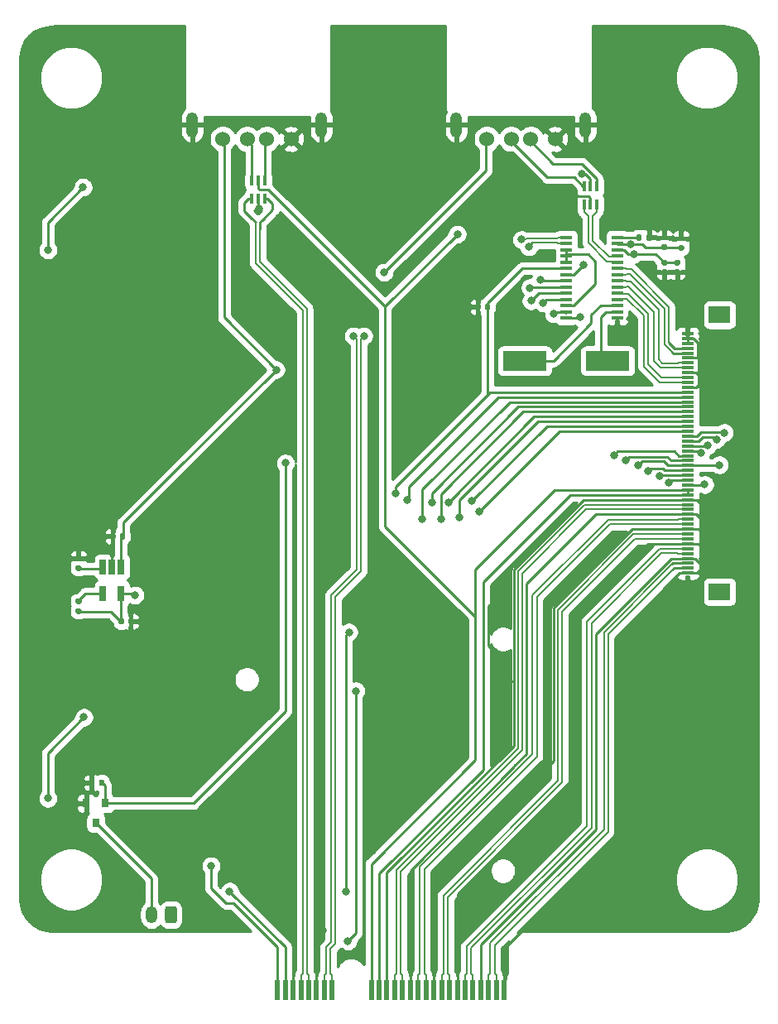
<source format=gtl>
G04 #@! TF.GenerationSoftware,KiCad,Pcbnew,(5.1.10-1-10_14)*
G04 #@! TF.CreationDate,2021-12-01T22:20:01+01:00*
G04 #@! TF.ProjectId,DCEXT,44434558-542e-46b6-9963-61645f706362,rev?*
G04 #@! TF.SameCoordinates,Original*
G04 #@! TF.FileFunction,Copper,L1,Top*
G04 #@! TF.FilePolarity,Positive*
%FSLAX46Y46*%
G04 Gerber Fmt 4.6, Leading zero omitted, Abs format (unit mm)*
G04 Created by KiCad (PCBNEW (5.1.10-1-10_14)) date 2021-12-01 22:20:01*
%MOMM*%
%LPD*%
G01*
G04 APERTURE LIST*
G04 #@! TA.AperFunction,ComponentPad*
%ADD10O,1.200000X2.600000*%
G04 #@! TD*
G04 #@! TA.AperFunction,ComponentPad*
%ADD11C,1.524000*%
G04 #@! TD*
G04 #@! TA.AperFunction,SMDPad,CuDef*
%ADD12R,4.500000X2.000000*%
G04 #@! TD*
G04 #@! TA.AperFunction,SMDPad,CuDef*
%ADD13R,1.200000X0.400000*%
G04 #@! TD*
G04 #@! TA.AperFunction,ComponentPad*
%ADD14O,1.200000X1.750000*%
G04 #@! TD*
G04 #@! TA.AperFunction,SMDPad,CuDef*
%ADD15R,0.800000X0.900000*%
G04 #@! TD*
G04 #@! TA.AperFunction,SMDPad,CuDef*
%ADD16R,1.300000X0.300000*%
G04 #@! TD*
G04 #@! TA.AperFunction,SMDPad,CuDef*
%ADD17R,2.200000X1.800000*%
G04 #@! TD*
G04 #@! TA.AperFunction,SMDPad,CuDef*
%ADD18R,0.650000X1.560000*%
G04 #@! TD*
G04 #@! TA.AperFunction,SMDPad,CuDef*
%ADD19R,0.600000X2.000000*%
G04 #@! TD*
G04 #@! TA.AperFunction,SMDPad,CuDef*
%ADD20R,0.400000X1.050000*%
G04 #@! TD*
G04 #@! TA.AperFunction,ViaPad*
%ADD21C,0.800000*%
G04 #@! TD*
G04 #@! TA.AperFunction,Conductor*
%ADD22C,0.250000*%
G04 #@! TD*
G04 #@! TA.AperFunction,Conductor*
%ADD23C,0.200000*%
G04 #@! TD*
G04 #@! TA.AperFunction,Conductor*
%ADD24C,0.254000*%
G04 #@! TD*
G04 #@! TA.AperFunction,Conductor*
%ADD25C,0.100000*%
G04 #@! TD*
G04 APERTURE END LIST*
D10*
X117597000Y-52615000D03*
X104399000Y-52615000D03*
D11*
X114498000Y-54065000D03*
X111999000Y-54065000D03*
X109997000Y-54065000D03*
X107498000Y-54065000D03*
D10*
X90589000Y-52615000D03*
X77391000Y-52615000D03*
D11*
X87490000Y-54065000D03*
X84991000Y-54065000D03*
X82989000Y-54065000D03*
X80490000Y-54065000D03*
D12*
X111380000Y-76740000D03*
X119880000Y-76740000D03*
D13*
X115650000Y-72377500D03*
X115650000Y-71742500D03*
X115650000Y-71107500D03*
X115650000Y-70472500D03*
X115650000Y-69837500D03*
X115650000Y-69202500D03*
X115650000Y-68567500D03*
X115650000Y-67932500D03*
X115650000Y-67297500D03*
X115650000Y-66662500D03*
X115650000Y-66027500D03*
X115650000Y-65392500D03*
X115650000Y-64757500D03*
X115650000Y-64122500D03*
X120850000Y-64122500D03*
X120850000Y-64757500D03*
X120850000Y-65392500D03*
X120850000Y-66027500D03*
X120850000Y-66662500D03*
X120850000Y-67297500D03*
X120850000Y-67932500D03*
X120850000Y-68567500D03*
X120850000Y-69202500D03*
X120850000Y-69837500D03*
X120850000Y-70472500D03*
X120850000Y-71107500D03*
X120850000Y-71742500D03*
X120850000Y-72377500D03*
G04 #@! TA.AperFunction,SMDPad,CuDef*
G36*
G01*
X123820000Y-64325000D02*
X123820000Y-63955000D01*
G75*
G02*
X123955000Y-63820000I135000J0D01*
G01*
X124225000Y-63820000D01*
G75*
G02*
X124360000Y-63955000I0J-135000D01*
G01*
X124360000Y-64325000D01*
G75*
G02*
X124225000Y-64460000I-135000J0D01*
G01*
X123955000Y-64460000D01*
G75*
G02*
X123820000Y-64325000I0J135000D01*
G01*
G37*
G04 #@! TD.AperFunction*
G04 #@! TA.AperFunction,SMDPad,CuDef*
G36*
G01*
X122800000Y-64325000D02*
X122800000Y-63955000D01*
G75*
G02*
X122935000Y-63820000I135000J0D01*
G01*
X123205000Y-63820000D01*
G75*
G02*
X123340000Y-63955000I0J-135000D01*
G01*
X123340000Y-64325000D01*
G75*
G02*
X123205000Y-64460000I-135000J0D01*
G01*
X122935000Y-64460000D01*
G75*
G02*
X122800000Y-64325000I0J135000D01*
G01*
G37*
G04 #@! TD.AperFunction*
G04 #@! TA.AperFunction,SMDPad,CuDef*
G36*
G01*
X65932900Y-101614000D02*
X65562900Y-101614000D01*
G75*
G02*
X65427900Y-101479000I0J135000D01*
G01*
X65427900Y-101209000D01*
G75*
G02*
X65562900Y-101074000I135000J0D01*
G01*
X65932900Y-101074000D01*
G75*
G02*
X66067900Y-101209000I0J-135000D01*
G01*
X66067900Y-101479000D01*
G75*
G02*
X65932900Y-101614000I-135000J0D01*
G01*
G37*
G04 #@! TD.AperFunction*
G04 #@! TA.AperFunction,SMDPad,CuDef*
G36*
G01*
X65932900Y-102634000D02*
X65562900Y-102634000D01*
G75*
G02*
X65427900Y-102499000I0J135000D01*
G01*
X65427900Y-102229000D01*
G75*
G02*
X65562900Y-102094000I135000J0D01*
G01*
X65932900Y-102094000D01*
G75*
G02*
X66067900Y-102229000I0J-135000D01*
G01*
X66067900Y-102499000D01*
G75*
G02*
X65932900Y-102634000I-135000J0D01*
G01*
G37*
G04 #@! TD.AperFunction*
G04 #@! TA.AperFunction,SMDPad,CuDef*
G36*
G01*
X65562900Y-97687100D02*
X65932900Y-97687100D01*
G75*
G02*
X66067900Y-97822100I0J-135000D01*
G01*
X66067900Y-98092100D01*
G75*
G02*
X65932900Y-98227100I-135000J0D01*
G01*
X65562900Y-98227100D01*
G75*
G02*
X65427900Y-98092100I0J135000D01*
G01*
X65427900Y-97822100D01*
G75*
G02*
X65562900Y-97687100I135000J0D01*
G01*
G37*
G04 #@! TD.AperFunction*
G04 #@! TA.AperFunction,SMDPad,CuDef*
G36*
G01*
X65562900Y-96667100D02*
X65932900Y-96667100D01*
G75*
G02*
X66067900Y-96802100I0J-135000D01*
G01*
X66067900Y-97072100D01*
G75*
G02*
X65932900Y-97207100I-135000J0D01*
G01*
X65562900Y-97207100D01*
G75*
G02*
X65427900Y-97072100I0J135000D01*
G01*
X65427900Y-96802100D01*
G75*
G02*
X65562900Y-96667100I135000J0D01*
G01*
G37*
G04 #@! TD.AperFunction*
G04 #@! TA.AperFunction,SMDPad,CuDef*
G36*
G01*
X67360000Y-119715000D02*
X67360000Y-120085000D01*
G75*
G02*
X67225000Y-120220000I-135000J0D01*
G01*
X66955000Y-120220000D01*
G75*
G02*
X66820000Y-120085000I0J135000D01*
G01*
X66820000Y-119715000D01*
G75*
G02*
X66955000Y-119580000I135000J0D01*
G01*
X67225000Y-119580000D01*
G75*
G02*
X67360000Y-119715000I0J-135000D01*
G01*
G37*
G04 #@! TD.AperFunction*
G04 #@! TA.AperFunction,SMDPad,CuDef*
G36*
G01*
X68380000Y-119715000D02*
X68380000Y-120085000D01*
G75*
G02*
X68245000Y-120220000I-135000J0D01*
G01*
X67975000Y-120220000D01*
G75*
G02*
X67840000Y-120085000I0J135000D01*
G01*
X67840000Y-119715000D01*
G75*
G02*
X67975000Y-119580000I135000J0D01*
G01*
X68245000Y-119580000D01*
G75*
G02*
X68380000Y-119715000I0J-135000D01*
G01*
G37*
G04 #@! TD.AperFunction*
G04 #@! TA.AperFunction,SMDPad,CuDef*
G36*
G01*
X127160000Y-66990000D02*
X126820000Y-66990000D01*
G75*
G02*
X126680000Y-66850000I0J140000D01*
G01*
X126680000Y-66570000D01*
G75*
G02*
X126820000Y-66430000I140000J0D01*
G01*
X127160000Y-66430000D01*
G75*
G02*
X127300000Y-66570000I0J-140000D01*
G01*
X127300000Y-66850000D01*
G75*
G02*
X127160000Y-66990000I-140000J0D01*
G01*
G37*
G04 #@! TD.AperFunction*
G04 #@! TA.AperFunction,SMDPad,CuDef*
G36*
G01*
X127160000Y-67950000D02*
X126820000Y-67950000D01*
G75*
G02*
X126680000Y-67810000I0J140000D01*
G01*
X126680000Y-67530000D01*
G75*
G02*
X126820000Y-67390000I140000J0D01*
G01*
X127160000Y-67390000D01*
G75*
G02*
X127300000Y-67530000I0J-140000D01*
G01*
X127300000Y-67810000D01*
G75*
G02*
X127160000Y-67950000I-140000J0D01*
G01*
G37*
G04 #@! TD.AperFunction*
G04 #@! TA.AperFunction,SMDPad,CuDef*
G36*
G01*
X125840000Y-66990000D02*
X125500000Y-66990000D01*
G75*
G02*
X125360000Y-66850000I0J140000D01*
G01*
X125360000Y-66570000D01*
G75*
G02*
X125500000Y-66430000I140000J0D01*
G01*
X125840000Y-66430000D01*
G75*
G02*
X125980000Y-66570000I0J-140000D01*
G01*
X125980000Y-66850000D01*
G75*
G02*
X125840000Y-66990000I-140000J0D01*
G01*
G37*
G04 #@! TD.AperFunction*
G04 #@! TA.AperFunction,SMDPad,CuDef*
G36*
G01*
X125840000Y-67950000D02*
X125500000Y-67950000D01*
G75*
G02*
X125360000Y-67810000I0J140000D01*
G01*
X125360000Y-67530000D01*
G75*
G02*
X125500000Y-67390000I140000J0D01*
G01*
X125840000Y-67390000D01*
G75*
G02*
X125980000Y-67530000I0J-140000D01*
G01*
X125980000Y-67810000D01*
G75*
G02*
X125840000Y-67950000I-140000J0D01*
G01*
G37*
G04 #@! TD.AperFunction*
G04 #@! TA.AperFunction,SMDPad,CuDef*
G36*
G01*
X125500000Y-64840000D02*
X125840000Y-64840000D01*
G75*
G02*
X125980000Y-64980000I0J-140000D01*
G01*
X125980000Y-65260000D01*
G75*
G02*
X125840000Y-65400000I-140000J0D01*
G01*
X125500000Y-65400000D01*
G75*
G02*
X125360000Y-65260000I0J140000D01*
G01*
X125360000Y-64980000D01*
G75*
G02*
X125500000Y-64840000I140000J0D01*
G01*
G37*
G04 #@! TD.AperFunction*
G04 #@! TA.AperFunction,SMDPad,CuDef*
G36*
G01*
X125500000Y-63880000D02*
X125840000Y-63880000D01*
G75*
G02*
X125980000Y-64020000I0J-140000D01*
G01*
X125980000Y-64300000D01*
G75*
G02*
X125840000Y-64440000I-140000J0D01*
G01*
X125500000Y-64440000D01*
G75*
G02*
X125360000Y-64300000I0J140000D01*
G01*
X125360000Y-64020000D01*
G75*
G02*
X125500000Y-63880000I140000J0D01*
G01*
G37*
G04 #@! TD.AperFunction*
G04 #@! TA.AperFunction,SMDPad,CuDef*
G36*
G01*
X127220000Y-64910000D02*
X127560000Y-64910000D01*
G75*
G02*
X127700000Y-65050000I0J-140000D01*
G01*
X127700000Y-65330000D01*
G75*
G02*
X127560000Y-65470000I-140000J0D01*
G01*
X127220000Y-65470000D01*
G75*
G02*
X127080000Y-65330000I0J140000D01*
G01*
X127080000Y-65050000D01*
G75*
G02*
X127220000Y-64910000I140000J0D01*
G01*
G37*
G04 #@! TD.AperFunction*
G04 #@! TA.AperFunction,SMDPad,CuDef*
G36*
G01*
X127220000Y-63950000D02*
X127560000Y-63950000D01*
G75*
G02*
X127700000Y-64090000I0J-140000D01*
G01*
X127700000Y-64370000D01*
G75*
G02*
X127560000Y-64510000I-140000J0D01*
G01*
X127220000Y-64510000D01*
G75*
G02*
X127080000Y-64370000I0J140000D01*
G01*
X127080000Y-64090000D01*
G75*
G02*
X127220000Y-63950000I140000J0D01*
G01*
G37*
G04 #@! TD.AperFunction*
G04 #@! TA.AperFunction,SMDPad,CuDef*
G36*
G01*
X106890000Y-71070000D02*
X106890000Y-71410000D01*
G75*
G02*
X106750000Y-71550000I-140000J0D01*
G01*
X106470000Y-71550000D01*
G75*
G02*
X106330000Y-71410000I0J140000D01*
G01*
X106330000Y-71070000D01*
G75*
G02*
X106470000Y-70930000I140000J0D01*
G01*
X106750000Y-70930000D01*
G75*
G02*
X106890000Y-71070000I0J-140000D01*
G01*
G37*
G04 #@! TD.AperFunction*
G04 #@! TA.AperFunction,SMDPad,CuDef*
G36*
G01*
X107850000Y-71070000D02*
X107850000Y-71410000D01*
G75*
G02*
X107710000Y-71550000I-140000J0D01*
G01*
X107430000Y-71550000D01*
G75*
G02*
X107290000Y-71410000I0J140000D01*
G01*
X107290000Y-71070000D01*
G75*
G02*
X107430000Y-70930000I140000J0D01*
G01*
X107710000Y-70930000D01*
G75*
G02*
X107850000Y-71070000I0J-140000D01*
G01*
G37*
G04 #@! TD.AperFunction*
G04 #@! TA.AperFunction,SMDPad,CuDef*
G36*
G01*
X70799300Y-103560700D02*
X70799300Y-103220700D01*
G75*
G02*
X70939300Y-103080700I140000J0D01*
G01*
X71219300Y-103080700D01*
G75*
G02*
X71359300Y-103220700I0J-140000D01*
G01*
X71359300Y-103560700D01*
G75*
G02*
X71219300Y-103700700I-140000J0D01*
G01*
X70939300Y-103700700D01*
G75*
G02*
X70799300Y-103560700I0J140000D01*
G01*
G37*
G04 #@! TD.AperFunction*
G04 #@! TA.AperFunction,SMDPad,CuDef*
G36*
G01*
X69839300Y-103560700D02*
X69839300Y-103220700D01*
G75*
G02*
X69979300Y-103080700I140000J0D01*
G01*
X70259300Y-103080700D01*
G75*
G02*
X70399300Y-103220700I0J-140000D01*
G01*
X70399300Y-103560700D01*
G75*
G02*
X70259300Y-103700700I-140000J0D01*
G01*
X69979300Y-103700700D01*
G75*
G02*
X69839300Y-103560700I0J140000D01*
G01*
G37*
G04 #@! TD.AperFunction*
G04 #@! TA.AperFunction,SMDPad,CuDef*
G36*
G01*
X69948400Y-94873900D02*
X69948400Y-94533900D01*
G75*
G02*
X70088400Y-94393900I140000J0D01*
G01*
X70368400Y-94393900D01*
G75*
G02*
X70508400Y-94533900I0J-140000D01*
G01*
X70508400Y-94873900D01*
G75*
G02*
X70368400Y-95013900I-140000J0D01*
G01*
X70088400Y-95013900D01*
G75*
G02*
X69948400Y-94873900I0J140000D01*
G01*
G37*
G04 #@! TD.AperFunction*
G04 #@! TA.AperFunction,SMDPad,CuDef*
G36*
G01*
X68988400Y-94873900D02*
X68988400Y-94533900D01*
G75*
G02*
X69128400Y-94393900I140000J0D01*
G01*
X69408400Y-94393900D01*
G75*
G02*
X69548400Y-94533900I0J-140000D01*
G01*
X69548400Y-94873900D01*
G75*
G02*
X69408400Y-95013900I-140000J0D01*
G01*
X69128400Y-95013900D01*
G75*
G02*
X68988400Y-94873900I0J140000D01*
G01*
G37*
G04 #@! TD.AperFunction*
D14*
X73200000Y-133400000D03*
G04 #@! TA.AperFunction,ComponentPad*
G36*
G01*
X75800000Y-132774999D02*
X75800000Y-134025001D01*
G75*
G02*
X75550001Y-134275000I-249999J0D01*
G01*
X74849999Y-134275000D01*
G75*
G02*
X74600000Y-134025001I0J249999D01*
G01*
X74600000Y-132774999D01*
G75*
G02*
X74849999Y-132525000I249999J0D01*
G01*
X75550001Y-132525000D01*
G75*
G02*
X75800000Y-132774999I0J-249999D01*
G01*
G37*
G04 #@! TD.AperFunction*
D15*
X67500000Y-124000000D03*
X66550000Y-122000000D03*
X68450000Y-122000000D03*
D16*
X128058300Y-73957600D03*
X128058300Y-74457600D03*
X128058300Y-74957600D03*
X128058300Y-75457600D03*
X128058300Y-75957600D03*
X128058300Y-76457600D03*
X128058300Y-76957600D03*
X128058300Y-77457600D03*
X128058300Y-77957600D03*
X128058300Y-78457600D03*
X128058300Y-78957600D03*
X128058300Y-79457600D03*
X128058300Y-79957600D03*
X128058300Y-80457600D03*
X128058300Y-80957600D03*
X128058300Y-81457600D03*
X128058300Y-81957600D03*
X128058300Y-82457600D03*
X128058300Y-82957600D03*
X128058300Y-83457600D03*
X128058300Y-83957600D03*
X128058300Y-84457600D03*
X128058300Y-84957600D03*
X128058300Y-85457600D03*
X128058300Y-85957600D03*
X128058300Y-86457600D03*
X128058300Y-86957600D03*
X128058300Y-87457600D03*
X128058300Y-87957600D03*
X128058300Y-88457600D03*
X128058300Y-88957600D03*
X128058300Y-89457600D03*
X128058300Y-89957600D03*
X128058300Y-90457600D03*
X128058300Y-90957600D03*
X128058300Y-91457600D03*
X128058300Y-91957600D03*
X128058300Y-92457600D03*
X128058300Y-92957600D03*
X128058300Y-93457600D03*
X128058300Y-93957600D03*
X128058300Y-94457600D03*
X128058300Y-94957600D03*
X128058300Y-95457600D03*
X128058300Y-95957600D03*
X128058300Y-96457600D03*
X128058300Y-96957600D03*
X128058300Y-97457600D03*
X128058300Y-97957600D03*
X128058300Y-98457600D03*
D17*
X131308300Y-100357600D03*
X131308300Y-72057600D03*
D18*
X70105299Y-100538301D03*
X68205299Y-100538301D03*
X68205299Y-97838301D03*
X69155299Y-97838301D03*
X70105299Y-97838301D03*
D19*
X86090000Y-141083700D03*
X86890000Y-141083700D03*
X87690000Y-141083700D03*
X88490000Y-141083700D03*
X89290000Y-141083700D03*
X90090000Y-141083700D03*
X90890000Y-141083700D03*
X91690000Y-141083700D03*
X95690000Y-141083700D03*
X96490000Y-141083700D03*
X97290000Y-141083700D03*
X98090000Y-141083700D03*
X98890000Y-141083700D03*
X99690000Y-141083700D03*
X100490000Y-141083700D03*
X101290000Y-141083700D03*
X102090000Y-141083700D03*
X102890000Y-141083700D03*
X103690000Y-141083700D03*
X104490000Y-141083700D03*
X105290000Y-141083700D03*
X106090000Y-141083700D03*
X106890000Y-141083700D03*
X107690000Y-141083700D03*
X108490000Y-141083700D03*
X109290000Y-141083700D03*
D20*
X83474800Y-58320500D03*
X84124800Y-58320500D03*
X84774800Y-58320500D03*
X84774800Y-60170500D03*
X84124800Y-60170500D03*
X83474800Y-60170500D03*
X117450000Y-58885000D03*
X118100000Y-58885000D03*
X118750000Y-58885000D03*
X118750000Y-60735000D03*
X118100000Y-60735000D03*
X117450000Y-60735000D03*
D21*
X90700000Y-135000000D03*
X109100000Y-109500000D03*
X84200000Y-61200000D03*
X92100000Y-75100000D03*
X92200000Y-86300000D03*
X92200000Y-97000000D03*
X85800000Y-131000000D03*
X96700000Y-61400000D03*
X104600000Y-75400000D03*
X70000000Y-70500000D03*
X95800000Y-126900000D03*
X108900000Y-100600000D03*
X64500000Y-73900000D03*
X120840000Y-73400000D03*
X116590000Y-78260000D03*
X116220000Y-59800000D03*
X85950000Y-77650000D03*
X97000000Y-67700000D03*
X79300000Y-128400000D03*
X62600000Y-121500000D03*
X66300000Y-113200000D03*
X81200000Y-131000000D03*
X93875000Y-74200000D03*
X111068768Y-64348768D03*
X94925000Y-74200000D03*
X111811232Y-65091232D03*
X117200000Y-57590000D03*
X104492849Y-63792849D03*
X99400000Y-91000000D03*
X98200000Y-90300000D03*
X71500000Y-100700000D03*
X131000000Y-84800000D03*
X130100000Y-85400000D03*
X129400000Y-86200000D03*
X100900000Y-92900000D03*
X120500000Y-86400000D03*
X101900000Y-91200000D03*
X121700000Y-86900000D03*
X102800000Y-92900000D03*
X123000000Y-87400000D03*
X86900000Y-87200000D03*
X131300000Y-87400000D03*
X103600000Y-91200000D03*
X124000000Y-88000000D03*
X104700000Y-92800000D03*
X125200000Y-88500000D03*
X106000000Y-91100000D03*
X126100000Y-89200000D03*
X106700000Y-92200000D03*
X129800000Y-89400000D03*
X131800000Y-84100000D03*
X93100000Y-131000000D03*
X93400000Y-104500000D03*
X62600000Y-65400000D03*
X66200000Y-59000000D03*
X94100000Y-110500000D03*
X93300000Y-136100000D03*
X117380000Y-66950000D03*
X122190000Y-64847500D03*
X117070000Y-72290000D03*
X122540000Y-65820000D03*
X114330000Y-71950000D03*
X111920000Y-69280000D03*
X112030000Y-70620000D03*
X113000000Y-68477500D03*
X113230000Y-70830000D03*
D22*
X69180900Y-97812700D02*
X69155299Y-97838301D01*
X69180900Y-94703900D02*
X69180900Y-97812700D01*
X106890000Y-141083700D02*
X106890000Y-136429254D01*
X126387790Y-96957600D02*
X128058300Y-96957600D01*
X118650010Y-104695380D02*
X126387790Y-96957600D01*
X118650010Y-124669244D02*
X118650010Y-104695380D01*
X106890000Y-136429254D02*
X118650010Y-124669244D01*
X128058300Y-95457600D02*
X124042400Y-95457600D01*
X124042400Y-95457600D02*
X116600000Y-102900000D01*
X116600000Y-102900000D02*
X116600000Y-119200000D01*
X104490000Y-131310000D02*
X104490000Y-141083700D01*
X116600000Y-119200000D02*
X104490000Y-131310000D01*
X102090000Y-141083700D02*
X102090000Y-129910000D01*
X122423146Y-93957600D02*
X128058300Y-93957600D01*
X114349990Y-102030756D02*
X122423146Y-93957600D01*
X114349990Y-117650010D02*
X114349990Y-102030756D01*
X102090000Y-129910000D02*
X114349990Y-117650010D01*
X99700000Y-141073700D02*
X99690000Y-141083700D01*
X99700000Y-128880746D02*
X99700000Y-141073700D01*
X110300000Y-118280746D02*
X99700000Y-128880746D01*
X111550010Y-102249990D02*
X111550010Y-116949990D01*
X111550010Y-116949990D02*
X110300000Y-118200000D01*
X111600000Y-102200000D02*
X111550010Y-102249990D01*
X118642400Y-92457600D02*
X111600000Y-99500000D01*
X110300000Y-118200000D02*
X110300000Y-118280746D01*
X111600000Y-99500000D02*
X111600000Y-102200000D01*
X128058300Y-92457600D02*
X118642400Y-92457600D01*
X97290000Y-141083700D02*
X97290000Y-129110000D01*
X117423146Y-90957600D02*
X128058300Y-90957600D01*
X110249990Y-98130756D02*
X117423146Y-90957600D01*
X97290000Y-129110000D02*
X110249990Y-116150010D01*
X110100000Y-109500000D02*
X110249990Y-109649990D01*
X109100000Y-109500000D02*
X110100000Y-109500000D01*
X110249990Y-109649990D02*
X110249990Y-98130756D01*
X110249990Y-116150010D02*
X110249990Y-109649990D01*
X84124800Y-61124800D02*
X84200000Y-61200000D01*
X84124800Y-60170500D02*
X84124800Y-61124800D01*
X90090000Y-141083700D02*
X90090000Y-136010000D01*
X87690000Y-138822477D02*
X87700000Y-138812477D01*
X87690000Y-141083700D02*
X87690000Y-138822477D01*
X87700000Y-138812477D02*
X87700000Y-136800000D01*
X87700000Y-132900000D02*
X85800000Y-131000000D01*
X87700000Y-136800000D02*
X87700000Y-132900000D01*
X90090000Y-135610000D02*
X90700000Y-135000000D01*
X90090000Y-141083700D02*
X90090000Y-135610000D01*
X109100000Y-109500000D02*
X109100000Y-106900000D01*
X109100000Y-109500000D02*
X109100000Y-107300000D01*
X109100000Y-107300000D02*
X107700000Y-105900000D01*
X107700000Y-101800000D02*
X108900000Y-100600000D01*
X107700000Y-105900000D02*
X107700000Y-101800000D01*
X128058300Y-98457600D02*
X128958300Y-98457600D01*
X128058300Y-96957600D02*
X128857600Y-96957600D01*
X128342400Y-95457600D02*
X128367399Y-95432601D01*
X128367399Y-95432601D02*
X129132601Y-95432601D01*
X128058300Y-95457600D02*
X128342400Y-95457600D01*
X129132601Y-95432601D02*
X129450000Y-95750000D01*
X128857600Y-96957600D02*
X129450000Y-97550000D01*
X128367399Y-93932601D02*
X129132601Y-93932601D01*
X128342400Y-93957600D02*
X128367399Y-93932601D01*
X128058300Y-93957600D02*
X128342400Y-93957600D01*
X129450000Y-96150000D02*
X129450000Y-97550000D01*
X129132601Y-93932601D02*
X129450000Y-94250000D01*
X129450000Y-95750000D02*
X129450000Y-96150000D01*
X128958300Y-90957600D02*
X129500000Y-91499300D01*
X128058300Y-90957600D02*
X128958300Y-90957600D01*
X129500000Y-94300000D02*
X129450000Y-94350000D01*
X129500000Y-91499300D02*
X129500000Y-94300000D01*
X129450000Y-94350000D02*
X129450000Y-96150000D01*
X129450000Y-94250000D02*
X129450000Y-94350000D01*
X128943302Y-92457600D02*
X129400000Y-92914298D01*
X128058300Y-92457600D02*
X128943302Y-92457600D01*
X129400000Y-98000000D02*
X129407950Y-98007950D01*
X129400000Y-92914298D02*
X129400000Y-98000000D01*
X128958300Y-98457600D02*
X129407950Y-98007950D01*
X109290000Y-136836276D02*
X120600000Y-125526276D01*
X109290000Y-141083700D02*
X109290000Y-136836276D01*
X120600000Y-125526276D02*
X120600000Y-105100000D01*
X127242400Y-98457600D02*
X128058300Y-98457600D01*
X120600000Y-105100000D02*
X127242400Y-98457600D01*
X128058300Y-73957600D02*
X128058300Y-74957600D01*
X128058300Y-76457600D02*
X128958300Y-76457600D01*
X128661700Y-74457600D02*
X128058300Y-74457600D01*
X129087950Y-74962050D02*
X129127050Y-74922950D01*
X129087950Y-76327950D02*
X129087950Y-74962050D01*
X128958300Y-76457600D02*
X129087950Y-76327950D01*
X128943302Y-77957600D02*
X129200000Y-78214298D01*
X128058300Y-77957600D02*
X128943302Y-77957600D01*
X128943302Y-79457600D02*
X128058300Y-79457600D01*
X129200000Y-79200902D02*
X128943302Y-79457600D01*
X129200000Y-78214298D02*
X129200000Y-79200902D01*
X129200000Y-74995900D02*
X129012050Y-74807950D01*
X129012050Y-74807950D02*
X128661700Y-74457600D01*
X129200000Y-78214298D02*
X129200000Y-74995900D01*
X129127050Y-74922950D02*
X129012050Y-74807950D01*
X120850000Y-73390000D02*
X120840000Y-73400000D01*
X120850000Y-72377500D02*
X120850000Y-73390000D01*
X118100000Y-60074998D02*
X117895002Y-59870000D01*
X118100000Y-60735000D02*
X118100000Y-60074998D01*
X116290000Y-59870000D02*
X116220000Y-59800000D01*
X117895002Y-59870000D02*
X116290000Y-59870000D01*
X117220000Y-56580000D02*
X114290000Y-56580000D01*
X118750000Y-58110000D02*
X117220000Y-56580000D01*
X118750000Y-58885000D02*
X118750000Y-58110000D01*
X111850000Y-54347040D02*
X111881160Y-54315880D01*
X114290000Y-56580000D02*
X112030000Y-54320000D01*
X117450000Y-58885000D02*
X117355000Y-58885000D01*
X117355000Y-58885000D02*
X116470000Y-58000000D01*
X116470000Y-58000000D02*
X113710000Y-58000000D01*
X109881160Y-54315880D02*
X109915880Y-54315880D01*
X113710000Y-58000000D02*
X110030000Y-54320000D01*
X84774800Y-58320500D02*
X84774800Y-56874800D01*
X84774800Y-58320500D02*
X84774800Y-54655720D01*
X84774800Y-54655720D02*
X85114640Y-54315880D01*
X83474800Y-58320500D02*
X83474800Y-55955720D01*
X83474800Y-58320500D02*
X83474800Y-54676040D01*
X83474800Y-54676040D02*
X83114640Y-54315880D01*
X70105299Y-94914501D02*
X70315900Y-94703900D01*
X70105299Y-97838301D02*
X70105299Y-94914501D01*
X75200000Y-88400000D02*
X85950000Y-77650000D01*
X70315900Y-93284100D02*
X75200000Y-88400000D01*
X70315900Y-94703900D02*
X70315900Y-93284100D01*
X107381160Y-57318840D02*
X97000000Y-67700000D01*
X80614640Y-72314640D02*
X85950000Y-77650000D01*
X107381160Y-54315880D02*
X107381160Y-57318840D01*
X80614640Y-54315880D02*
X80614640Y-72314640D01*
X73200000Y-129700000D02*
X67500000Y-124000000D01*
X73200000Y-133400000D02*
X73200000Y-129700000D01*
X81600000Y-132200000D02*
X86090000Y-136690000D01*
X80800000Y-132200000D02*
X81600000Y-132200000D01*
X86090000Y-136690000D02*
X86090000Y-141083700D01*
X79300000Y-130700000D02*
X80800000Y-132200000D01*
X79300000Y-128400000D02*
X79300000Y-130700000D01*
X62600000Y-116900000D02*
X66300000Y-113200000D01*
X62600000Y-121500000D02*
X62600000Y-116900000D01*
X86890000Y-136690000D02*
X81200000Y-131000000D01*
X86890000Y-141083700D02*
X86890000Y-136690000D01*
D23*
X88665000Y-71583200D02*
X83875000Y-66793200D01*
D22*
X83474800Y-62174800D02*
X83875000Y-62575000D01*
D23*
X83875000Y-66793200D02*
X83875000Y-62575000D01*
D22*
X83474800Y-60170500D02*
X83129500Y-60170500D01*
X83129500Y-60170500D02*
X82700000Y-60600000D01*
X82700000Y-60600000D02*
X82700000Y-61400000D01*
X82700000Y-61400000D02*
X83474800Y-62174800D01*
D23*
X88490000Y-141083700D02*
X88490000Y-139583699D01*
X88490000Y-139583699D02*
X88665000Y-139408699D01*
X88665000Y-139408699D02*
X88665000Y-71583200D01*
X89115000Y-71396800D02*
X84325000Y-66606800D01*
X84325000Y-66606800D02*
X84325000Y-63275000D01*
D22*
X84325000Y-63275000D02*
X84325000Y-62575000D01*
X84774800Y-60170500D02*
X85070500Y-60170500D01*
X85070500Y-60170500D02*
X85600000Y-60700000D01*
X85600000Y-61300000D02*
X84550000Y-62350000D01*
X85600000Y-60700000D02*
X85600000Y-61300000D01*
X84550000Y-62350000D02*
X84774800Y-62125200D01*
X84325000Y-62575000D02*
X84550000Y-62350000D01*
D23*
X89115000Y-139408699D02*
X89115000Y-71396800D01*
X89290000Y-139583699D02*
X89115000Y-139408699D01*
X89290000Y-141083700D02*
X89290000Y-139583699D01*
X91065000Y-139408699D02*
X91065000Y-136716800D01*
X90890000Y-139583699D02*
X91065000Y-139408699D01*
X90890000Y-141083700D02*
X90890000Y-139583699D01*
X91065000Y-136716800D02*
X91575000Y-136206800D01*
X91575000Y-136206800D02*
X91575000Y-100706800D01*
X94175000Y-98106800D02*
X94175000Y-74500000D01*
X91575000Y-100706800D02*
X94175000Y-98106800D01*
X94175000Y-74500000D02*
X93875000Y-74200000D01*
X114749999Y-64122500D02*
X115650000Y-64122500D01*
X114657499Y-64215000D02*
X114749999Y-64122500D01*
X111626801Y-64215000D02*
X114657499Y-64215000D01*
X111493033Y-64348768D02*
X111626801Y-64215000D01*
X111068768Y-64348768D02*
X111493033Y-64348768D01*
X91515000Y-139408699D02*
X91515000Y-136903200D01*
X91690000Y-139583699D02*
X91515000Y-139408699D01*
X91690000Y-141083700D02*
X91690000Y-139583699D01*
X91515000Y-136903200D02*
X92025000Y-136393200D01*
X92025000Y-136393200D02*
X92025000Y-100893200D01*
X94625000Y-74500000D02*
X94925000Y-74200000D01*
X94625000Y-98293200D02*
X94625000Y-74500000D01*
X92025000Y-100893200D02*
X94625000Y-98293200D01*
X114749999Y-64757500D02*
X115650000Y-64757500D01*
X114657499Y-64665000D02*
X114749999Y-64757500D01*
D22*
X111811232Y-65091232D02*
X111811232Y-65018768D01*
X111811232Y-65018768D02*
X112165000Y-64665000D01*
D23*
X112165000Y-64665000D02*
X114657499Y-64665000D01*
D22*
X128058300Y-89957600D02*
X114442400Y-89957600D01*
X114442400Y-89957600D02*
X106300000Y-98100000D01*
X95690000Y-128210000D02*
X95690000Y-141083700D01*
X106300000Y-117600000D02*
X95690000Y-128210000D01*
X84124800Y-59095500D02*
X84229300Y-59200000D01*
X84124800Y-58320500D02*
X84124800Y-59095500D01*
X85114302Y-59200000D02*
X97100000Y-71185698D01*
X84229300Y-59200000D02*
X85114302Y-59200000D01*
X97100000Y-71185698D02*
X97100000Y-93700000D01*
X97100000Y-93700000D02*
X106300000Y-102900000D01*
X106300000Y-102900000D02*
X106300000Y-109800000D01*
X106300000Y-109800000D02*
X106300000Y-117600000D01*
X106300000Y-98100000D02*
X106300000Y-109800000D01*
X116042400Y-90457600D02*
X128058300Y-90457600D01*
X107150000Y-99350000D02*
X116042400Y-90457600D01*
X96490000Y-129210000D02*
X107150000Y-118550000D01*
X107150000Y-118550000D02*
X107150000Y-99350000D01*
X96490000Y-141083700D02*
X96490000Y-129210000D01*
X128058300Y-90457600D02*
X128058300Y-89957600D01*
X118100000Y-58110000D02*
X117580000Y-57590000D01*
X117580000Y-57590000D02*
X117200000Y-57590000D01*
X118100000Y-58885000D02*
X118100000Y-58110000D01*
X104492849Y-63792849D02*
X97100000Y-71185698D01*
X70105299Y-103317201D02*
X70031800Y-103390700D01*
X70105299Y-100538301D02*
X70105299Y-103317201D01*
X69092600Y-102451500D02*
X70031800Y-103390700D01*
X65747900Y-102451500D02*
X69092600Y-102451500D01*
X98200000Y-90300000D02*
X98200000Y-89600000D01*
X107842400Y-79957600D02*
X128058300Y-79957600D01*
X108642400Y-80457600D02*
X99500000Y-89600000D01*
X99500000Y-90900000D02*
X99400000Y-91000000D01*
X99500000Y-89600000D02*
X99500000Y-90900000D01*
X128058300Y-80457600D02*
X108642400Y-80457600D01*
X71338301Y-100538301D02*
X71500000Y-100700000D01*
X70105299Y-100538301D02*
X71338301Y-100538301D01*
X115650000Y-67297500D02*
X111102500Y-67297500D01*
X107590000Y-70810000D02*
X107590000Y-80210000D01*
X111102500Y-67297500D02*
X107590000Y-70810000D01*
X107590000Y-80210000D02*
X107842400Y-79957600D01*
X98200000Y-89600000D02*
X107590000Y-80210000D01*
X128058300Y-84957600D02*
X129142400Y-84957600D01*
X130750000Y-84550000D02*
X129550000Y-84550000D01*
X131000000Y-84800000D02*
X130750000Y-84550000D01*
X129142400Y-84957600D02*
X129550000Y-84550000D01*
X130042400Y-85457600D02*
X130100000Y-85400000D01*
X128058300Y-85457600D02*
X130042400Y-85457600D01*
X128058300Y-85957600D02*
X129342400Y-85957600D01*
X129157600Y-85957600D02*
X128058300Y-85957600D01*
X129400000Y-86200000D02*
X129157600Y-85957600D01*
X100900000Y-89900000D02*
X100900000Y-92900000D01*
X109842400Y-80957600D02*
X100900000Y-89900000D01*
X128058300Y-80957600D02*
X109842400Y-80957600D01*
X126715699Y-86000001D02*
X127173298Y-86457600D01*
X120899999Y-86000001D02*
X126715699Y-86000001D01*
X127173298Y-86457600D02*
X128058300Y-86457600D01*
X120500000Y-86400000D02*
X120899999Y-86000001D01*
X128058300Y-81457600D02*
X110742400Y-81457600D01*
X101900000Y-90300000D02*
X101900000Y-91200000D01*
X110742400Y-81457600D02*
X101900000Y-90300000D01*
X128058300Y-86957600D02*
X126357600Y-86957600D01*
X125949991Y-86549991D02*
X122050009Y-86549991D01*
X122050009Y-86549991D02*
X121700000Y-86900000D01*
X126357600Y-86957600D02*
X125949991Y-86549991D01*
X102800000Y-92900000D02*
X102800000Y-90400000D01*
X111242400Y-81957600D02*
X128058300Y-81957600D01*
X102800000Y-90400000D02*
X111242400Y-81957600D01*
X68450000Y-120152500D02*
X68197500Y-119900000D01*
X68450000Y-122000000D02*
X68450000Y-120152500D01*
X123399999Y-87000001D02*
X125600001Y-87000001D01*
X123000000Y-87400000D02*
X123399999Y-87000001D01*
X126057600Y-87457600D02*
X128058300Y-87457600D01*
X125600001Y-87000001D02*
X126057600Y-87457600D01*
X68450000Y-122000000D02*
X77500000Y-122000000D01*
X86900000Y-112600000D02*
X86900000Y-87200000D01*
X77500000Y-122000000D02*
X86900000Y-112600000D01*
X131242400Y-87457600D02*
X128058300Y-87457600D01*
X131300000Y-87400000D02*
X131242400Y-87457600D01*
X128058300Y-82457600D02*
X112357600Y-82457600D01*
X103615200Y-91200000D02*
X103600000Y-91200000D01*
X112357600Y-82457600D02*
X103615200Y-91200000D01*
X125548001Y-87774999D02*
X124225001Y-87774999D01*
X124225001Y-87774999D02*
X124000000Y-88000000D01*
X125730602Y-87957600D02*
X125548001Y-87774999D01*
X128058300Y-87957600D02*
X125730602Y-87957600D01*
X104700000Y-92800000D02*
X104700000Y-91000000D01*
X112742400Y-82957600D02*
X128058300Y-82957600D01*
X104700000Y-91000000D02*
X112742400Y-82957600D01*
X125242400Y-88457600D02*
X125200000Y-88500000D01*
X128058300Y-88457600D02*
X125242400Y-88457600D01*
X113642400Y-83457600D02*
X106000000Y-91100000D01*
X128058300Y-83457600D02*
X113642400Y-83457600D01*
X126342400Y-88957600D02*
X126100000Y-89200000D01*
X128058300Y-88957600D02*
X126342400Y-88957600D01*
X114942400Y-83957600D02*
X106700000Y-92200000D01*
X128058300Y-83957600D02*
X114942400Y-83957600D01*
X129742400Y-89457600D02*
X128058300Y-89457600D01*
X129800000Y-89400000D02*
X129742400Y-89457600D01*
X131774999Y-84074999D02*
X131800000Y-84100000D01*
X129005990Y-84457600D02*
X129388591Y-84074999D01*
X129388591Y-84074999D02*
X131774999Y-84074999D01*
X128058300Y-84457600D02*
X129005990Y-84457600D01*
X93100000Y-104800000D02*
X93400000Y-104500000D01*
X93100000Y-131000000D02*
X93100000Y-104800000D01*
X62600000Y-62600000D02*
X66200000Y-59000000D01*
X62600000Y-65400000D02*
X62600000Y-62600000D01*
X94100000Y-135300000D02*
X93300000Y-136100000D01*
X94100000Y-110500000D02*
X94100000Y-135300000D01*
D23*
X98265000Y-139408699D02*
X98265000Y-128816800D01*
X98090000Y-139583699D02*
X98265000Y-139408699D01*
X98090000Y-141083700D02*
X98090000Y-139583699D01*
X98265000Y-128816800D02*
X110675000Y-116406800D01*
X110675000Y-116406800D02*
X110675000Y-98306800D01*
X127083299Y-91457600D02*
X128058300Y-91457600D01*
X127058299Y-91482600D02*
X127083299Y-91457600D01*
X117499200Y-91482600D02*
X127058299Y-91482600D01*
X110675000Y-98306800D02*
X117499200Y-91482600D01*
X103065000Y-131416800D02*
X103065000Y-139408699D01*
X114775000Y-102206800D02*
X114775000Y-119706800D01*
X122499200Y-94482600D02*
X114775000Y-102206800D01*
X114775000Y-119706800D02*
X103065000Y-131416800D01*
X127083299Y-94457600D02*
X127058299Y-94482600D01*
X128058300Y-94457600D02*
X127083299Y-94457600D01*
X127058299Y-94482600D02*
X122499200Y-94482600D01*
X103065000Y-139408699D02*
X102890000Y-139583699D01*
X102890000Y-139583699D02*
X102890000Y-141083700D01*
X98715000Y-139408699D02*
X98715000Y-129003200D01*
X98890000Y-141083700D02*
X98890000Y-139583699D01*
X98890000Y-139583699D02*
X98715000Y-139408699D01*
X98715000Y-129003200D02*
X111125000Y-116593200D01*
X111125000Y-116593200D02*
X111125000Y-98493200D01*
X127083299Y-91957600D02*
X128058300Y-91957600D01*
X127058299Y-91932600D02*
X127083299Y-91957600D01*
X117685600Y-91932600D02*
X127058299Y-91932600D01*
X111125000Y-98493200D02*
X117685600Y-91932600D01*
X103690000Y-139583699D02*
X103690000Y-141083700D01*
X103515000Y-139408699D02*
X103690000Y-139583699D01*
X127058299Y-94932600D02*
X122685600Y-94932600D01*
X115225000Y-119893200D02*
X103515000Y-131603200D01*
X103515000Y-131603200D02*
X103515000Y-139408699D01*
X115225000Y-102393200D02*
X115225000Y-119893200D01*
X122685600Y-94932600D02*
X115225000Y-102393200D01*
X128058300Y-94957600D02*
X127083299Y-94957600D01*
X127083299Y-94957600D02*
X127058299Y-94932600D01*
X100490000Y-139583699D02*
X100665000Y-139408699D01*
X100665000Y-139408699D02*
X100665000Y-128516800D01*
X100490000Y-141083700D02*
X100490000Y-139583699D01*
X100665000Y-128516800D02*
X112175000Y-117006800D01*
X112175000Y-117006800D02*
X112175000Y-100706800D01*
X127058299Y-92982600D02*
X119899200Y-92982600D01*
X127083299Y-92957600D02*
X127058299Y-92982600D01*
X119899200Y-92982600D02*
X112175000Y-100706800D01*
X128058300Y-92957600D02*
X127083299Y-92957600D01*
X105290000Y-139583699D02*
X105465000Y-139408699D01*
X105290000Y-141083700D02*
X105290000Y-139583699D01*
X117775000Y-124306800D02*
X117775000Y-103406800D01*
X127058299Y-95982600D02*
X125199200Y-95982600D01*
X127083299Y-95957600D02*
X127058299Y-95982600D01*
X125199200Y-95982600D02*
X117775000Y-103406800D01*
X128058300Y-95957600D02*
X127083299Y-95957600D01*
X105465000Y-136616800D02*
X117775000Y-124306800D01*
X105465000Y-139408699D02*
X105465000Y-136616800D01*
X101115000Y-139408699D02*
X101115000Y-128703200D01*
X101290000Y-141083700D02*
X101290000Y-139583699D01*
X101290000Y-139583699D02*
X101115000Y-139408699D01*
X101115000Y-128703200D02*
X112625000Y-117193200D01*
X112625000Y-117193200D02*
X112625000Y-100893200D01*
X127058299Y-93432600D02*
X120085600Y-93432600D01*
X128058300Y-93457600D02*
X127083299Y-93457600D01*
X120085600Y-93432600D02*
X112625000Y-100893200D01*
X127083299Y-93457600D02*
X127058299Y-93432600D01*
X106090000Y-139583699D02*
X105915000Y-139408699D01*
X106090000Y-141083700D02*
X106090000Y-139583699D01*
X118225000Y-124493200D02*
X118225000Y-103593200D01*
X125385600Y-96432600D02*
X118225000Y-103593200D01*
X127058299Y-96432600D02*
X125385600Y-96432600D01*
X127083299Y-96457600D02*
X127058299Y-96432600D01*
X128058300Y-96457600D02*
X127083299Y-96457600D01*
X105915000Y-136803200D02*
X118225000Y-124493200D01*
X105915000Y-139408699D02*
X105915000Y-136803200D01*
X107690000Y-139583699D02*
X107865000Y-139408699D01*
X107690000Y-141083700D02*
X107690000Y-139583699D01*
X107865000Y-139408699D02*
X107865000Y-136316800D01*
X107865000Y-136316800D02*
X119475000Y-124706800D01*
X119475000Y-124706800D02*
X119475000Y-104506800D01*
X119475000Y-104506800D02*
X126499200Y-97482600D01*
D22*
X126524200Y-97457600D02*
X126499200Y-97482600D01*
X128058300Y-97457600D02*
X126524200Y-97457600D01*
D23*
X108315000Y-139408699D02*
X108315000Y-136503200D01*
X108490000Y-141083700D02*
X108490000Y-139583699D01*
X108490000Y-139583699D02*
X108315000Y-139408699D01*
X108315000Y-136503200D02*
X119925000Y-124893200D01*
X119925000Y-124893200D02*
X119925000Y-104693200D01*
D22*
X128058300Y-97957600D02*
X126710600Y-97957600D01*
X126660600Y-97957600D02*
X126509100Y-98109100D01*
X126710600Y-97957600D02*
X126660600Y-97957600D01*
D23*
X126509100Y-98109100D02*
X126685600Y-97932600D01*
X119925000Y-104693200D02*
X126509100Y-98109100D01*
D22*
X67999000Y-98044600D02*
X68205299Y-97838301D01*
X65747900Y-98044600D02*
X67999000Y-98044600D01*
X66466099Y-100538301D02*
X65747900Y-101256500D01*
X68205299Y-100538301D02*
X66466099Y-100538301D01*
X116397500Y-67932500D02*
X117380000Y-66950000D01*
X115650000Y-67932500D02*
X116397500Y-67932500D01*
X120940000Y-64847500D02*
X120850000Y-64757500D01*
X122190000Y-64847500D02*
X120940000Y-64847500D01*
X122190000Y-64847500D02*
X123437500Y-64847500D01*
X123710000Y-65120000D02*
X125670000Y-65120000D01*
X123437500Y-64847500D02*
X123710000Y-65120000D01*
X125740000Y-65190000D02*
X125670000Y-65120000D01*
X127390000Y-65190000D02*
X125740000Y-65190000D01*
X116982500Y-72377500D02*
X117070000Y-72290000D01*
X115650000Y-72377500D02*
X116982500Y-72377500D01*
X121546815Y-65392500D02*
X120850000Y-65392500D01*
X121974315Y-65820000D02*
X121546815Y-65392500D01*
X122540000Y-65820000D02*
X121974315Y-65820000D01*
X124780000Y-65820000D02*
X125670000Y-66710000D01*
X122540000Y-65820000D02*
X124780000Y-65820000D01*
X125670000Y-66710000D02*
X126990000Y-66710000D01*
D23*
X121842501Y-67840000D02*
X122101800Y-67840000D01*
X121750001Y-67932500D02*
X121842501Y-67840000D01*
X120850000Y-67932500D02*
X121750001Y-67932500D01*
X122101800Y-67840000D02*
X125665000Y-71403200D01*
X125665000Y-71403200D02*
X125665000Y-75073200D01*
D22*
X128058300Y-75957600D02*
X126549400Y-75957600D01*
X126549400Y-75957600D02*
X126445900Y-75854100D01*
D23*
X125665000Y-75073200D02*
X126445900Y-75854100D01*
X121750001Y-67297500D02*
X121842501Y-67390000D01*
X121842501Y-67390000D02*
X122288200Y-67390000D01*
X120850000Y-67297500D02*
X121750001Y-67297500D01*
X122288200Y-67390000D02*
X126115000Y-71216800D01*
X126115000Y-71216800D02*
X126115000Y-74886800D01*
D22*
X126685800Y-75457600D02*
X126115000Y-74886800D01*
X128058300Y-75457600D02*
X126685800Y-75457600D01*
D23*
X127083299Y-77457600D02*
X128058300Y-77457600D01*
X124635000Y-71733200D02*
X124635000Y-76773200D01*
X121842501Y-69110000D02*
X122011800Y-69110000D01*
X125294400Y-77432600D02*
X127058299Y-77432600D01*
X121750001Y-69202500D02*
X121842501Y-69110000D01*
X120850000Y-69202500D02*
X121750001Y-69202500D01*
X127058299Y-77432600D02*
X127083299Y-77457600D01*
X124635000Y-76773200D02*
X125294400Y-77432600D01*
X122011800Y-69110000D02*
X124635000Y-71733200D01*
X127083299Y-76957600D02*
X128058300Y-76957600D01*
X127058299Y-76982600D02*
X127083299Y-76957600D01*
X125085000Y-71546800D02*
X125085000Y-76586800D01*
X122198200Y-68660000D02*
X125085000Y-71546800D01*
X125480800Y-76982600D02*
X127058299Y-76982600D01*
X121842501Y-68660000D02*
X122198200Y-68660000D01*
X125085000Y-76586800D02*
X125480800Y-76982600D01*
X120850000Y-68567500D02*
X121750001Y-68567500D01*
X121750001Y-68567500D02*
X121842501Y-68660000D01*
X121342500Y-70380000D02*
X121821800Y-70380000D01*
X121250000Y-70472500D02*
X121342500Y-70380000D01*
X120850000Y-70472500D02*
X121250000Y-70472500D01*
X121821800Y-70380000D02*
X123575000Y-72133200D01*
X123575000Y-72133200D02*
X123575000Y-77323200D01*
X127083299Y-78957600D02*
X128058300Y-78957600D01*
X127058299Y-78932600D02*
X127083299Y-78957600D01*
X125184400Y-78932600D02*
X127058299Y-78932600D01*
X123575000Y-77323200D02*
X125184400Y-78932600D01*
X121250000Y-69837500D02*
X121342500Y-69930000D01*
X121342500Y-69930000D02*
X122008200Y-69930000D01*
X120850000Y-69837500D02*
X121250000Y-69837500D01*
X122008200Y-69930000D02*
X124025000Y-71946800D01*
X124025000Y-71946800D02*
X124025000Y-77136800D01*
X127083299Y-78457600D02*
X128058300Y-78457600D01*
X127058299Y-78482600D02*
X127083299Y-78457600D01*
X125370800Y-78482600D02*
X127058299Y-78482600D01*
X124025000Y-77136800D02*
X125370800Y-78482600D01*
D22*
X123052500Y-64122500D02*
X123070000Y-64140000D01*
X120850000Y-64122500D02*
X123052500Y-64122500D01*
X115572500Y-71820000D02*
X115650000Y-71742500D01*
X114537500Y-71742500D02*
X114330000Y-71950000D01*
X115650000Y-71742500D02*
X114537500Y-71742500D01*
X115557500Y-69110000D02*
X115650000Y-69202500D01*
X111997500Y-69202500D02*
X111920000Y-69280000D01*
X115650000Y-69202500D02*
X111997500Y-69202500D01*
X112812500Y-69837500D02*
X112030000Y-70620000D01*
X115650000Y-69837500D02*
X112812500Y-69837500D01*
X113090000Y-68567500D02*
X113000000Y-68477500D01*
X115650000Y-68567500D02*
X113090000Y-68567500D01*
X113587500Y-70472500D02*
X115650000Y-70472500D01*
X113230000Y-70830000D02*
X113587500Y-70472500D01*
D23*
X118750000Y-61522501D02*
X118325000Y-61947501D01*
X118750000Y-60735000D02*
X118750000Y-61522501D01*
X118325000Y-61947501D02*
X118325000Y-64451802D01*
X120357500Y-66120000D02*
X120450000Y-66027500D01*
X119993198Y-66120000D02*
X120357500Y-66120000D01*
X120450000Y-66027500D02*
X120850000Y-66027500D01*
X118325000Y-64451802D02*
X119993198Y-66120000D01*
X117450000Y-61522501D02*
X117875000Y-61947501D01*
X117450000Y-60735000D02*
X117450000Y-61522501D01*
X117875000Y-61947501D02*
X117875000Y-64638202D01*
X120450000Y-66662500D02*
X120850000Y-66662500D01*
X119806798Y-66570000D02*
X120357500Y-66570000D01*
X117875000Y-64638202D02*
X119806798Y-66570000D01*
X120357500Y-66570000D02*
X120450000Y-66662500D01*
D22*
X116400002Y-71107500D02*
X118620000Y-68887502D01*
X115650000Y-71107500D02*
X116400002Y-71107500D01*
X118620000Y-68887502D02*
X118620000Y-66580000D01*
X118620000Y-66580000D02*
X117890000Y-65850000D01*
X115827500Y-65850000D02*
X115650000Y-66027500D01*
X117890000Y-65850000D02*
X115827500Y-65850000D01*
X115650000Y-65392500D02*
X115650000Y-66662500D01*
X111380000Y-76740000D02*
X114340000Y-76740000D01*
X114340000Y-76740000D02*
X118190000Y-72890000D01*
X118190000Y-72890000D02*
X118190000Y-72060000D01*
X119142500Y-71107500D02*
X120850000Y-71107500D01*
X118190000Y-72060000D02*
X119142500Y-71107500D01*
X120850000Y-71742500D02*
X119697500Y-71742500D01*
X119697500Y-71742500D02*
X119180000Y-72260000D01*
X119180000Y-76040000D02*
X119880000Y-76740000D01*
X119180000Y-72260000D02*
X119180000Y-76040000D01*
D24*
X109747986Y-136139113D02*
X109721759Y-136200306D01*
X109718724Y-136210109D01*
X109662315Y-136396945D01*
X109649367Y-136462337D01*
X109635526Y-136527453D01*
X109634453Y-136537659D01*
X109615408Y-136731893D01*
X109615408Y-136731904D01*
X109611901Y-136767512D01*
X109611900Y-139447785D01*
X109590000Y-139445628D01*
X109575750Y-139448700D01*
X109417000Y-139607450D01*
X109417000Y-139971280D01*
X109415812Y-139959218D01*
X109379502Y-139839520D01*
X109320537Y-139729206D01*
X109241185Y-139632515D01*
X109225051Y-139619274D01*
X109228555Y-139583698D01*
X109225000Y-139547603D01*
X109225000Y-139547594D01*
X109214365Y-139439614D01*
X109172337Y-139301066D01*
X109104087Y-139173379D01*
X109050000Y-139107474D01*
X109050000Y-136807646D01*
X109768638Y-136089008D01*
X109747986Y-136139113D01*
G04 #@! TA.AperFunction,Conductor*
D25*
G36*
X109747986Y-136139113D02*
G01*
X109721759Y-136200306D01*
X109718724Y-136210109D01*
X109662315Y-136396945D01*
X109649367Y-136462337D01*
X109635526Y-136527453D01*
X109634453Y-136537659D01*
X109615408Y-136731893D01*
X109615408Y-136731904D01*
X109611901Y-136767512D01*
X109611900Y-139447785D01*
X109590000Y-139445628D01*
X109575750Y-139448700D01*
X109417000Y-139607450D01*
X109417000Y-139971280D01*
X109415812Y-139959218D01*
X109379502Y-139839520D01*
X109320537Y-139729206D01*
X109241185Y-139632515D01*
X109225051Y-139619274D01*
X109228555Y-139583698D01*
X109225000Y-139547603D01*
X109225000Y-139547594D01*
X109214365Y-139439614D01*
X109172337Y-139301066D01*
X109104087Y-139173379D01*
X109050000Y-139107474D01*
X109050000Y-136807646D01*
X109768638Y-136089008D01*
X109747986Y-136139113D01*
G37*
G04 #@! TD.AperFunction*
D24*
X131774659Y-42504212D02*
X131914971Y-42534036D01*
X131925177Y-42535109D01*
X132630388Y-42604255D01*
X133239754Y-42788234D01*
X133801775Y-43087066D01*
X134295047Y-43489370D01*
X134700784Y-43979822D01*
X135003534Y-44539745D01*
X135191760Y-45147805D01*
X135261901Y-45815149D01*
X135261900Y-131767672D01*
X135196262Y-132437106D01*
X135012283Y-133046472D01*
X134713453Y-133608488D01*
X134311150Y-134101762D01*
X133820695Y-134507501D01*
X133260773Y-134810251D01*
X132652711Y-134998477D01*
X131985378Y-135068617D01*
X111310795Y-135068617D01*
X111279396Y-135071710D01*
X111273302Y-135071667D01*
X111263088Y-135072668D01*
X111068991Y-135093069D01*
X111003743Y-135106462D01*
X110938302Y-135118946D01*
X110928477Y-135121912D01*
X110742039Y-135179624D01*
X110680620Y-135205442D01*
X110632940Y-135224706D01*
X116373075Y-129484571D01*
X126757574Y-129484571D01*
X126757574Y-130122663D01*
X126882059Y-130748494D01*
X127126246Y-131338013D01*
X127480751Y-131868567D01*
X127931950Y-132319766D01*
X128462504Y-132674271D01*
X129052023Y-132918458D01*
X129677854Y-133042943D01*
X130315946Y-133042943D01*
X130941777Y-132918458D01*
X131531296Y-132674271D01*
X132061850Y-132319766D01*
X132513049Y-131868567D01*
X132867554Y-131338013D01*
X133111741Y-130748494D01*
X133236226Y-130122663D01*
X133236226Y-129484571D01*
X133111741Y-128858740D01*
X132867554Y-128269221D01*
X132513049Y-127738667D01*
X132061850Y-127287468D01*
X131531296Y-126932963D01*
X130941777Y-126688776D01*
X130315946Y-126564291D01*
X129677854Y-126564291D01*
X129052023Y-126688776D01*
X128462504Y-126932963D01*
X127931950Y-127287468D01*
X127480751Y-127738667D01*
X127126246Y-128269221D01*
X126882059Y-128858740D01*
X126757574Y-129484571D01*
X116373075Y-129484571D01*
X120419198Y-125438449D01*
X120447237Y-125415438D01*
X120470250Y-125387397D01*
X120470253Y-125387394D01*
X120539086Y-125303521D01*
X120539087Y-125303520D01*
X120607337Y-125175833D01*
X120649365Y-125037285D01*
X120660000Y-124929305D01*
X120660000Y-124929296D01*
X120663555Y-124893201D01*
X120660000Y-124857106D01*
X120660000Y-104997646D01*
X126200046Y-99457600D01*
X129570228Y-99457600D01*
X129570228Y-101257600D01*
X129582488Y-101382082D01*
X129618798Y-101501780D01*
X129677763Y-101612094D01*
X129757115Y-101708785D01*
X129853806Y-101788137D01*
X129964120Y-101847102D01*
X130083818Y-101883412D01*
X130208300Y-101895672D01*
X132408300Y-101895672D01*
X132532782Y-101883412D01*
X132652480Y-101847102D01*
X132762794Y-101788137D01*
X132859485Y-101708785D01*
X132938837Y-101612094D01*
X132997802Y-101501780D01*
X133034112Y-101382082D01*
X133046372Y-101257600D01*
X133046372Y-99457600D01*
X133034112Y-99333118D01*
X132997802Y-99213420D01*
X132938837Y-99103106D01*
X132859485Y-99006415D01*
X132762794Y-98927063D01*
X132652480Y-98868098D01*
X132532782Y-98831788D01*
X132408300Y-98819528D01*
X130208300Y-98819528D01*
X130083818Y-98831788D01*
X129964120Y-98868098D01*
X129853806Y-98927063D01*
X129757115Y-99006415D01*
X129677763Y-99103106D01*
X129618798Y-99213420D01*
X129582488Y-99333118D01*
X129570228Y-99457600D01*
X126200046Y-99457600D01*
X126816401Y-98841246D01*
X126822884Y-98861418D01*
X126883650Y-98970750D01*
X126964578Y-99066126D01*
X127062558Y-99143882D01*
X127173825Y-99201028D01*
X127294102Y-99235370D01*
X127418768Y-99245586D01*
X127772550Y-99242600D01*
X127931300Y-99083850D01*
X127931300Y-98745672D01*
X128185300Y-98745672D01*
X128185300Y-99083850D01*
X128344050Y-99242600D01*
X128697832Y-99245586D01*
X128822498Y-99235370D01*
X128942775Y-99201028D01*
X129054042Y-99143882D01*
X129152022Y-99066126D01*
X129232950Y-98970750D01*
X129293716Y-98861418D01*
X129331985Y-98742332D01*
X129343300Y-98639350D01*
X129206025Y-98502075D01*
X129238837Y-98462094D01*
X129297802Y-98351780D01*
X129311053Y-98308097D01*
X129343300Y-98275850D01*
X129336182Y-98211065D01*
X129346372Y-98107600D01*
X129346372Y-97807600D01*
X129336523Y-97707600D01*
X129346372Y-97607600D01*
X129346372Y-97307600D01*
X129336182Y-97204135D01*
X129343300Y-97139350D01*
X129311053Y-97107103D01*
X129297802Y-97063420D01*
X129241239Y-96957600D01*
X129297802Y-96851780D01*
X129311053Y-96808097D01*
X129343300Y-96775850D01*
X129336182Y-96711065D01*
X129346372Y-96607600D01*
X129346372Y-96307600D01*
X129336523Y-96207600D01*
X129346372Y-96107600D01*
X129346372Y-95807600D01*
X129336182Y-95704135D01*
X129343300Y-95639350D01*
X129311053Y-95607103D01*
X129297802Y-95563420D01*
X129241239Y-95457600D01*
X129297802Y-95351780D01*
X129311053Y-95308097D01*
X129343300Y-95275850D01*
X129336182Y-95211065D01*
X129346372Y-95107600D01*
X129346372Y-94807600D01*
X129336523Y-94707600D01*
X129346372Y-94607600D01*
X129346372Y-94307600D01*
X129336182Y-94204135D01*
X129343300Y-94139350D01*
X129311053Y-94107103D01*
X129297802Y-94063420D01*
X129241239Y-93957600D01*
X129297802Y-93851780D01*
X129311053Y-93808097D01*
X129343300Y-93775850D01*
X129336182Y-93711065D01*
X129346372Y-93607600D01*
X129346372Y-93307600D01*
X129336523Y-93207600D01*
X129346372Y-93107600D01*
X129346372Y-92807600D01*
X129336182Y-92704135D01*
X129343300Y-92639350D01*
X129311053Y-92607103D01*
X129297802Y-92563420D01*
X129241239Y-92457600D01*
X129297802Y-92351780D01*
X129311053Y-92308097D01*
X129343300Y-92275850D01*
X129336182Y-92211065D01*
X129346372Y-92107600D01*
X129346372Y-91807600D01*
X129336523Y-91707600D01*
X129346372Y-91607600D01*
X129346372Y-91307600D01*
X129336182Y-91204135D01*
X129343300Y-91139350D01*
X129311053Y-91107103D01*
X129297802Y-91063420D01*
X129241239Y-90957600D01*
X129297802Y-90851780D01*
X129311053Y-90808097D01*
X129343300Y-90775850D01*
X129336182Y-90711065D01*
X129346372Y-90607600D01*
X129346372Y-90332377D01*
X129498102Y-90395226D01*
X129698061Y-90435000D01*
X129901939Y-90435000D01*
X130101898Y-90395226D01*
X130290256Y-90317205D01*
X130459774Y-90203937D01*
X130603937Y-90059774D01*
X130717205Y-89890256D01*
X130795226Y-89701898D01*
X130835000Y-89501939D01*
X130835000Y-89298061D01*
X130795226Y-89098102D01*
X130717205Y-88909744D01*
X130603937Y-88740226D01*
X130459774Y-88596063D01*
X130290256Y-88482795D01*
X130101898Y-88404774D01*
X129901939Y-88365000D01*
X129698061Y-88365000D01*
X129498102Y-88404774D01*
X129346372Y-88467623D01*
X129346372Y-88307600D01*
X129337508Y-88217600D01*
X130660674Y-88217600D01*
X130809744Y-88317205D01*
X130998102Y-88395226D01*
X131198061Y-88435000D01*
X131401939Y-88435000D01*
X131601898Y-88395226D01*
X131790256Y-88317205D01*
X131959774Y-88203937D01*
X132103937Y-88059774D01*
X132217205Y-87890256D01*
X132295226Y-87701898D01*
X132335000Y-87501939D01*
X132335000Y-87298061D01*
X132295226Y-87098102D01*
X132217205Y-86909744D01*
X132103937Y-86740226D01*
X131959774Y-86596063D01*
X131790256Y-86482795D01*
X131601898Y-86404774D01*
X131401939Y-86365000D01*
X131198061Y-86365000D01*
X130998102Y-86404774D01*
X130809744Y-86482795D01*
X130640226Y-86596063D01*
X130538689Y-86697600D01*
X130312298Y-86697600D01*
X130317205Y-86690256D01*
X130395226Y-86501898D01*
X130417750Y-86388660D01*
X130590256Y-86317205D01*
X130759774Y-86203937D01*
X130903937Y-86059774D01*
X131017205Y-85890256D01*
X131040093Y-85835000D01*
X131101939Y-85835000D01*
X131301898Y-85795226D01*
X131490256Y-85717205D01*
X131659774Y-85603937D01*
X131803937Y-85459774D01*
X131917205Y-85290256D01*
X131988660Y-85117750D01*
X132101898Y-85095226D01*
X132290256Y-85017205D01*
X132459774Y-84903937D01*
X132603937Y-84759774D01*
X132717205Y-84590256D01*
X132795226Y-84401898D01*
X132835000Y-84201939D01*
X132835000Y-83998061D01*
X132795226Y-83798102D01*
X132717205Y-83609744D01*
X132603937Y-83440226D01*
X132459774Y-83296063D01*
X132290256Y-83182795D01*
X132101898Y-83104774D01*
X131901939Y-83065000D01*
X131698061Y-83065000D01*
X131498102Y-83104774D01*
X131309744Y-83182795D01*
X131140226Y-83296063D01*
X131121290Y-83314999D01*
X129425924Y-83314999D01*
X129388591Y-83311322D01*
X129351258Y-83314999D01*
X129346372Y-83315480D01*
X129346372Y-83307600D01*
X129336523Y-83207600D01*
X129346372Y-83107600D01*
X129346372Y-82807600D01*
X129336523Y-82707600D01*
X129346372Y-82607600D01*
X129346372Y-82307600D01*
X129336523Y-82207600D01*
X129346372Y-82107600D01*
X129346372Y-81807600D01*
X129336523Y-81707600D01*
X129346372Y-81607600D01*
X129346372Y-81307600D01*
X129336523Y-81207600D01*
X129346372Y-81107600D01*
X129346372Y-80807600D01*
X129336523Y-80707600D01*
X129346372Y-80607600D01*
X129346372Y-80307600D01*
X129336523Y-80207600D01*
X129346372Y-80107600D01*
X129346372Y-79807600D01*
X129336182Y-79704135D01*
X129343300Y-79639350D01*
X129311053Y-79607103D01*
X129297802Y-79563420D01*
X129241239Y-79457600D01*
X129297802Y-79351780D01*
X129311053Y-79308097D01*
X129343300Y-79275850D01*
X129336182Y-79211065D01*
X129346372Y-79107600D01*
X129346372Y-78807600D01*
X129336523Y-78707600D01*
X129346372Y-78607600D01*
X129346372Y-78307600D01*
X129336182Y-78204135D01*
X129343300Y-78139350D01*
X129311053Y-78107103D01*
X129297802Y-78063420D01*
X129241239Y-77957600D01*
X129297802Y-77851780D01*
X129311053Y-77808097D01*
X129343300Y-77775850D01*
X129336182Y-77711065D01*
X129346372Y-77607600D01*
X129346372Y-77307600D01*
X129336523Y-77207600D01*
X129346372Y-77107600D01*
X129346372Y-76807600D01*
X129336182Y-76704135D01*
X129343300Y-76639350D01*
X129311053Y-76607103D01*
X129297802Y-76563420D01*
X129241239Y-76457600D01*
X129297802Y-76351780D01*
X129311053Y-76308097D01*
X129343300Y-76275850D01*
X129336182Y-76211065D01*
X129346372Y-76107600D01*
X129346372Y-75807600D01*
X129336523Y-75707600D01*
X129346372Y-75607600D01*
X129346372Y-75307600D01*
X129336182Y-75204135D01*
X129343300Y-75139350D01*
X129311053Y-75107103D01*
X129297802Y-75063420D01*
X129240758Y-74956701D01*
X129293716Y-74861418D01*
X129310755Y-74808395D01*
X129343300Y-74775850D01*
X129335801Y-74707600D01*
X129343300Y-74639350D01*
X129310755Y-74606805D01*
X129293716Y-74553782D01*
X129240259Y-74457600D01*
X129293716Y-74361418D01*
X129310755Y-74308395D01*
X129343300Y-74275850D01*
X129335801Y-74207600D01*
X129343300Y-74139350D01*
X129310755Y-74106805D01*
X129293716Y-74053782D01*
X129232950Y-73944450D01*
X129206212Y-73912938D01*
X129343300Y-73775850D01*
X129331985Y-73672868D01*
X129293716Y-73553782D01*
X129232950Y-73444450D01*
X129152022Y-73349074D01*
X129054042Y-73271318D01*
X128942775Y-73214172D01*
X128822498Y-73179830D01*
X128697832Y-73169614D01*
X128344050Y-73172600D01*
X128185300Y-73331350D01*
X128185300Y-74104600D01*
X127931300Y-74104600D01*
X127931300Y-73331350D01*
X127772550Y-73172600D01*
X127418768Y-73169614D01*
X127294102Y-73179830D01*
X127173825Y-73214172D01*
X127062558Y-73271318D01*
X126964578Y-73349074D01*
X126883650Y-73444450D01*
X126850000Y-73504994D01*
X126850000Y-71252894D01*
X126853555Y-71216799D01*
X126850000Y-71180704D01*
X126850000Y-71180695D01*
X126847726Y-71157600D01*
X129570228Y-71157600D01*
X129570228Y-72957600D01*
X129582488Y-73082082D01*
X129618798Y-73201780D01*
X129677763Y-73312094D01*
X129757115Y-73408785D01*
X129853806Y-73488137D01*
X129964120Y-73547102D01*
X130083818Y-73583412D01*
X130208300Y-73595672D01*
X132408300Y-73595672D01*
X132532782Y-73583412D01*
X132652480Y-73547102D01*
X132762794Y-73488137D01*
X132859485Y-73408785D01*
X132938837Y-73312094D01*
X132997802Y-73201780D01*
X133034112Y-73082082D01*
X133046372Y-72957600D01*
X133046372Y-71157600D01*
X133034112Y-71033118D01*
X132997802Y-70913420D01*
X132938837Y-70803106D01*
X132859485Y-70706415D01*
X132762794Y-70627063D01*
X132652480Y-70568098D01*
X132532782Y-70531788D01*
X132408300Y-70519528D01*
X130208300Y-70519528D01*
X130083818Y-70531788D01*
X129964120Y-70568098D01*
X129853806Y-70627063D01*
X129757115Y-70706415D01*
X129677763Y-70803106D01*
X129618798Y-70913420D01*
X129582488Y-71033118D01*
X129570228Y-71157600D01*
X126847726Y-71157600D01*
X126839365Y-71072715D01*
X126797337Y-70934167D01*
X126729087Y-70806480D01*
X126692109Y-70761423D01*
X126660253Y-70722606D01*
X126660250Y-70722603D01*
X126637237Y-70694562D01*
X126609197Y-70671550D01*
X123893397Y-67955750D01*
X124725000Y-67955750D01*
X124734765Y-68077348D01*
X124771623Y-68196878D01*
X124831092Y-68306921D01*
X124910887Y-68403247D01*
X125007941Y-68482156D01*
X125118524Y-68540614D01*
X125238387Y-68576375D01*
X125362923Y-68588065D01*
X125384250Y-68585000D01*
X125543000Y-68426250D01*
X125543000Y-67797000D01*
X125797000Y-67797000D01*
X125797000Y-68426250D01*
X125955750Y-68585000D01*
X125977077Y-68588065D01*
X126101613Y-68576375D01*
X126221476Y-68540614D01*
X126330000Y-68483244D01*
X126438524Y-68540614D01*
X126558387Y-68576375D01*
X126682923Y-68588065D01*
X126704250Y-68585000D01*
X126863000Y-68426250D01*
X126863000Y-67797000D01*
X127117000Y-67797000D01*
X127117000Y-68426250D01*
X127275750Y-68585000D01*
X127297077Y-68588065D01*
X127421613Y-68576375D01*
X127541476Y-68540614D01*
X127652059Y-68482156D01*
X127749113Y-68403247D01*
X127828908Y-68306921D01*
X127888377Y-68196878D01*
X127925235Y-68077348D01*
X127935000Y-67955750D01*
X127776250Y-67797000D01*
X127117000Y-67797000D01*
X126863000Y-67797000D01*
X125797000Y-67797000D01*
X125543000Y-67797000D01*
X124883750Y-67797000D01*
X124725000Y-67955750D01*
X123893397Y-67955750D01*
X122833459Y-66895813D01*
X122810438Y-66867762D01*
X122765049Y-66830512D01*
X122841898Y-66815226D01*
X123030256Y-66737205D01*
X123199774Y-66623937D01*
X123243711Y-66580000D01*
X124465199Y-66580000D01*
X124721928Y-66836730D01*
X124721928Y-66850000D01*
X124736878Y-67001794D01*
X124776828Y-67133491D01*
X124771623Y-67143122D01*
X124734765Y-67262652D01*
X124725000Y-67384250D01*
X124883750Y-67543000D01*
X125153892Y-67543000D01*
X125202245Y-67568845D01*
X125348206Y-67613122D01*
X125500000Y-67628072D01*
X125840000Y-67628072D01*
X125991794Y-67613122D01*
X126137755Y-67568845D01*
X126186108Y-67543000D01*
X126473892Y-67543000D01*
X126522245Y-67568845D01*
X126668206Y-67613122D01*
X126820000Y-67628072D01*
X127160000Y-67628072D01*
X127311794Y-67613122D01*
X127457755Y-67568845D01*
X127506108Y-67543000D01*
X127776250Y-67543000D01*
X127935000Y-67384250D01*
X127925235Y-67262652D01*
X127888377Y-67143122D01*
X127883172Y-67133491D01*
X127923122Y-67001794D01*
X127938072Y-66850000D01*
X127938072Y-66570000D01*
X127923122Y-66418206D01*
X127878845Y-66272245D01*
X127806943Y-66137726D01*
X127758668Y-66078903D01*
X127857755Y-66048845D01*
X127992274Y-65976943D01*
X128110180Y-65880180D01*
X128206943Y-65762274D01*
X128278845Y-65627755D01*
X128323122Y-65481794D01*
X128338072Y-65330000D01*
X128338072Y-65050000D01*
X128323122Y-64898206D01*
X128283172Y-64766509D01*
X128288377Y-64756878D01*
X128325235Y-64637348D01*
X128335000Y-64515750D01*
X128176250Y-64357000D01*
X127906108Y-64357000D01*
X127857755Y-64331155D01*
X127711794Y-64286878D01*
X127560000Y-64271928D01*
X127220000Y-64271928D01*
X127068206Y-64286878D01*
X126922245Y-64331155D01*
X126873892Y-64357000D01*
X126603750Y-64357000D01*
X126565000Y-64395750D01*
X126456250Y-64287000D01*
X126186108Y-64287000D01*
X126137755Y-64261155D01*
X125991794Y-64216878D01*
X125840000Y-64201928D01*
X125500000Y-64201928D01*
X125348206Y-64216878D01*
X125202245Y-64261155D01*
X125153892Y-64287000D01*
X124883750Y-64287000D01*
X124870000Y-64300750D01*
X124836250Y-64267000D01*
X124217000Y-64267000D01*
X124217000Y-64287000D01*
X123978072Y-64287000D01*
X123978072Y-63955000D01*
X123963218Y-63804181D01*
X123963000Y-63803462D01*
X123963000Y-63343750D01*
X124217000Y-63343750D01*
X124217000Y-64013000D01*
X124836250Y-64013000D01*
X124850000Y-63999250D01*
X124883750Y-64033000D01*
X125543000Y-64033000D01*
X125543000Y-63403750D01*
X125797000Y-63403750D01*
X125797000Y-64033000D01*
X126456250Y-64033000D01*
X126495000Y-63994250D01*
X126603750Y-64103000D01*
X127263000Y-64103000D01*
X127263000Y-63473750D01*
X127517000Y-63473750D01*
X127517000Y-64103000D01*
X128176250Y-64103000D01*
X128335000Y-63944250D01*
X128325235Y-63822652D01*
X128288377Y-63703122D01*
X128228908Y-63593079D01*
X128149113Y-63496753D01*
X128052059Y-63417844D01*
X127941476Y-63359386D01*
X127821613Y-63323625D01*
X127697077Y-63311935D01*
X127675750Y-63315000D01*
X127517000Y-63473750D01*
X127263000Y-63473750D01*
X127104250Y-63315000D01*
X127082923Y-63311935D01*
X126958387Y-63323625D01*
X126838524Y-63359386D01*
X126727941Y-63417844D01*
X126630887Y-63496753D01*
X126551092Y-63593079D01*
X126548915Y-63597108D01*
X126508908Y-63523079D01*
X126429113Y-63426753D01*
X126332059Y-63347844D01*
X126221476Y-63289386D01*
X126101613Y-63253625D01*
X125977077Y-63241935D01*
X125955750Y-63245000D01*
X125797000Y-63403750D01*
X125543000Y-63403750D01*
X125384250Y-63245000D01*
X125362923Y-63241935D01*
X125238387Y-63253625D01*
X125118524Y-63289386D01*
X125007941Y-63347844D01*
X124910887Y-63426753D01*
X124884291Y-63458859D01*
X124816724Y-63374422D01*
X124721020Y-63293882D01*
X124611442Y-63233559D01*
X124492202Y-63195774D01*
X124375750Y-63185000D01*
X124217000Y-63343750D01*
X123963000Y-63343750D01*
X123804250Y-63185000D01*
X123687798Y-63195774D01*
X123568558Y-63233559D01*
X123528549Y-63255584D01*
X123500842Y-63240775D01*
X123355819Y-63196782D01*
X123205000Y-63181928D01*
X122935000Y-63181928D01*
X122784181Y-63196782D01*
X122639158Y-63240775D01*
X122505504Y-63312214D01*
X122444231Y-63362500D01*
X121749373Y-63362500D01*
X121694180Y-63332998D01*
X121574482Y-63296688D01*
X121450000Y-63284428D01*
X120250000Y-63284428D01*
X120125518Y-63296688D01*
X120005820Y-63332998D01*
X119895506Y-63391963D01*
X119798815Y-63471315D01*
X119719463Y-63568006D01*
X119660498Y-63678320D01*
X119624188Y-63798018D01*
X119611928Y-63922500D01*
X119611928Y-64322500D01*
X119623500Y-64440000D01*
X119611928Y-64557500D01*
X119611928Y-64699284D01*
X119060000Y-64147356D01*
X119060000Y-62251947D01*
X119244187Y-62067760D01*
X119272238Y-62044739D01*
X119364087Y-61932821D01*
X119432337Y-61805134D01*
X119474365Y-61666586D01*
X119479354Y-61615936D01*
X119480537Y-61614494D01*
X119539502Y-61504180D01*
X119575812Y-61384482D01*
X119588072Y-61260000D01*
X119588072Y-60210000D01*
X119575812Y-60085518D01*
X119539502Y-59965820D01*
X119480537Y-59855506D01*
X119443191Y-59810000D01*
X119480537Y-59764494D01*
X119539502Y-59654180D01*
X119575812Y-59534482D01*
X119588072Y-59410000D01*
X119588072Y-58360000D01*
X119575812Y-58235518D01*
X119539502Y-58115820D01*
X119508546Y-58057907D01*
X119499003Y-57961014D01*
X119455546Y-57817753D01*
X119384974Y-57685724D01*
X119290001Y-57569999D01*
X119261003Y-57546201D01*
X117783804Y-56069003D01*
X117760001Y-56039999D01*
X117644276Y-55945026D01*
X117512247Y-55874454D01*
X117368986Y-55830997D01*
X117257333Y-55820000D01*
X117257322Y-55820000D01*
X117220000Y-55816324D01*
X117182678Y-55820000D01*
X114604802Y-55820000D01*
X114220243Y-55435442D01*
X114295135Y-55454023D01*
X114570017Y-55466910D01*
X114842133Y-55425922D01*
X115101023Y-55332636D01*
X115216980Y-55270656D01*
X115283960Y-55030565D01*
X114498000Y-54244605D01*
X114483858Y-54258748D01*
X114304253Y-54079143D01*
X114318395Y-54065000D01*
X114677605Y-54065000D01*
X115463565Y-54850960D01*
X115703656Y-54783980D01*
X115820756Y-54534952D01*
X115887023Y-54267865D01*
X115899910Y-53992983D01*
X115858922Y-53720867D01*
X115765636Y-53461977D01*
X115703656Y-53346020D01*
X115463565Y-53279040D01*
X114677605Y-54065000D01*
X114318395Y-54065000D01*
X113532435Y-53279040D01*
X113292344Y-53346020D01*
X113250314Y-53435403D01*
X113237005Y-53403273D01*
X113084120Y-53174465D01*
X113009090Y-53099435D01*
X113712040Y-53099435D01*
X114498000Y-53885395D01*
X115283960Y-53099435D01*
X115216980Y-52859344D01*
X114967952Y-52742244D01*
X114966969Y-52742000D01*
X116362000Y-52742000D01*
X116362000Y-53442000D01*
X116410507Y-53680496D01*
X116504610Y-53904946D01*
X116640693Y-54106725D01*
X116813526Y-54278078D01*
X117016467Y-54412421D01*
X117241718Y-54504591D01*
X117279391Y-54508462D01*
X117470000Y-54383731D01*
X117470000Y-52742000D01*
X117724000Y-52742000D01*
X117724000Y-54383731D01*
X117914609Y-54508462D01*
X117952282Y-54504591D01*
X118177533Y-54412421D01*
X118380474Y-54278078D01*
X118553307Y-54106725D01*
X118689390Y-53904946D01*
X118783493Y-53680496D01*
X118832000Y-53442000D01*
X118832000Y-52742000D01*
X117724000Y-52742000D01*
X117470000Y-52742000D01*
X116362000Y-52742000D01*
X114966969Y-52742000D01*
X114700865Y-52675977D01*
X114425983Y-52663090D01*
X114153867Y-52704078D01*
X113894977Y-52797364D01*
X113779020Y-52859344D01*
X113712040Y-53099435D01*
X113009090Y-53099435D01*
X112889535Y-52979880D01*
X112660727Y-52826995D01*
X112406490Y-52721686D01*
X112136592Y-52668000D01*
X111861408Y-52668000D01*
X111591510Y-52721686D01*
X111337273Y-52826995D01*
X111108465Y-52979880D01*
X110998000Y-53090345D01*
X110887535Y-52979880D01*
X110658727Y-52826995D01*
X110404490Y-52721686D01*
X110134592Y-52668000D01*
X109859408Y-52668000D01*
X109589510Y-52721686D01*
X109335273Y-52826995D01*
X109106465Y-52979880D01*
X108911880Y-53174465D01*
X108758995Y-53403273D01*
X108747500Y-53431024D01*
X108736005Y-53403273D01*
X108583120Y-53174465D01*
X108388535Y-52979880D01*
X108159727Y-52826995D01*
X107905490Y-52721686D01*
X107635592Y-52668000D01*
X107360408Y-52668000D01*
X107090510Y-52721686D01*
X106836273Y-52826995D01*
X106607465Y-52979880D01*
X106412880Y-53174465D01*
X106259995Y-53403273D01*
X106154686Y-53657510D01*
X106101000Y-53927408D01*
X106101000Y-54202592D01*
X106154686Y-54472490D01*
X106259995Y-54726727D01*
X106412880Y-54955535D01*
X106607465Y-55150120D01*
X106621160Y-55159271D01*
X106621161Y-57004037D01*
X96960199Y-66665000D01*
X96898061Y-66665000D01*
X96698102Y-66704774D01*
X96509744Y-66782795D01*
X96340226Y-66896063D01*
X96196063Y-67040226D01*
X96082795Y-67209744D01*
X96004774Y-67398102D01*
X95965000Y-67598061D01*
X95965000Y-67801939D01*
X96004774Y-68001898D01*
X96082795Y-68190256D01*
X96196063Y-68359774D01*
X96340226Y-68503937D01*
X96509744Y-68617205D01*
X96698102Y-68695226D01*
X96898061Y-68735000D01*
X97101939Y-68735000D01*
X97301898Y-68695226D01*
X97490256Y-68617205D01*
X97659774Y-68503937D01*
X97803937Y-68359774D01*
X97917205Y-68190256D01*
X97995226Y-68001898D01*
X98035000Y-67801939D01*
X98035000Y-67739801D01*
X107892163Y-57882639D01*
X107921161Y-57858841D01*
X108016134Y-57743116D01*
X108086706Y-57611087D01*
X108130163Y-57467826D01*
X108141160Y-57356173D01*
X108141160Y-57356164D01*
X108144836Y-57318841D01*
X108141160Y-57281518D01*
X108141160Y-55310696D01*
X108159727Y-55303005D01*
X108388535Y-55150120D01*
X108583120Y-54955535D01*
X108736005Y-54726727D01*
X108747500Y-54698976D01*
X108758995Y-54726727D01*
X108911880Y-54955535D01*
X109106465Y-55150120D01*
X109335273Y-55303005D01*
X109589510Y-55408314D01*
X109859408Y-55462000D01*
X110097199Y-55462000D01*
X113146200Y-58511002D01*
X113169999Y-58540001D01*
X113198997Y-58563799D01*
X113285723Y-58634974D01*
X113353542Y-58671224D01*
X113417753Y-58705546D01*
X113561014Y-58749003D01*
X113672667Y-58760000D01*
X113672677Y-58760000D01*
X113710000Y-58763676D01*
X113747323Y-58760000D01*
X116155199Y-58760000D01*
X116611928Y-59216730D01*
X116611928Y-59410000D01*
X116624188Y-59534482D01*
X116660498Y-59654180D01*
X116719463Y-59764494D01*
X116756809Y-59810000D01*
X116719463Y-59855506D01*
X116660498Y-59965820D01*
X116624188Y-60085518D01*
X116611928Y-60210000D01*
X116611928Y-61260000D01*
X116624188Y-61384482D01*
X116660498Y-61504180D01*
X116719463Y-61614494D01*
X116720646Y-61615936D01*
X116725635Y-61666586D01*
X116767664Y-61805134D01*
X116835914Y-61932821D01*
X116927763Y-62044739D01*
X116955808Y-62067755D01*
X117140000Y-62251947D01*
X117140001Y-64602087D01*
X117136444Y-64638202D01*
X117150635Y-64782287D01*
X117191273Y-64916250D01*
X117192664Y-64920835D01*
X117260914Y-65048522D01*
X117294954Y-65090000D01*
X116877977Y-65090000D01*
X116876500Y-65075000D01*
X116888072Y-64957500D01*
X116888072Y-64557500D01*
X116876500Y-64440000D01*
X116888072Y-64322500D01*
X116888072Y-63922500D01*
X116875812Y-63798018D01*
X116839502Y-63678320D01*
X116780537Y-63568006D01*
X116701185Y-63471315D01*
X116604494Y-63391963D01*
X116494180Y-63332998D01*
X116374482Y-63296688D01*
X116250000Y-63284428D01*
X115050000Y-63284428D01*
X114925518Y-63296688D01*
X114805820Y-63332998D01*
X114701588Y-63388712D01*
X114605914Y-63398135D01*
X114467366Y-63440163D01*
X114392836Y-63480000D01*
X111662906Y-63480000D01*
X111626801Y-63476444D01*
X111626271Y-63476496D01*
X111559024Y-63431563D01*
X111370666Y-63353542D01*
X111170707Y-63313768D01*
X110966829Y-63313768D01*
X110766870Y-63353542D01*
X110578512Y-63431563D01*
X110408994Y-63544831D01*
X110264831Y-63688994D01*
X110151563Y-63858512D01*
X110073542Y-64046870D01*
X110033768Y-64246829D01*
X110033768Y-64450707D01*
X110073542Y-64650666D01*
X110151563Y-64839024D01*
X110264831Y-65008542D01*
X110408994Y-65152705D01*
X110578512Y-65265973D01*
X110766870Y-65343994D01*
X110807854Y-65352146D01*
X110816006Y-65393130D01*
X110894027Y-65581488D01*
X111007295Y-65751006D01*
X111151458Y-65895169D01*
X111320976Y-66008437D01*
X111509334Y-66086458D01*
X111709293Y-66126232D01*
X111913171Y-66126232D01*
X112113130Y-66086458D01*
X112301488Y-66008437D01*
X112471006Y-65895169D01*
X112615169Y-65751006D01*
X112728437Y-65581488D01*
X112803612Y-65400000D01*
X114392836Y-65400000D01*
X114411928Y-65410205D01*
X114411928Y-65592500D01*
X114423500Y-65710000D01*
X114411928Y-65827500D01*
X114411928Y-66227500D01*
X114423500Y-66345000D01*
X114411928Y-66462500D01*
X114411928Y-66537500D01*
X111139822Y-66537500D01*
X111102499Y-66533824D01*
X111065176Y-66537500D01*
X111065167Y-66537500D01*
X110953514Y-66548497D01*
X110812412Y-66591299D01*
X110810253Y-66591954D01*
X110678223Y-66662526D01*
X110615399Y-66714085D01*
X110562499Y-66757499D01*
X110538701Y-66786497D01*
X107079003Y-70246196D01*
X107049999Y-70269999D01*
X107020636Y-70305779D01*
X107017348Y-70304765D01*
X106895750Y-70295000D01*
X106737000Y-70453750D01*
X106737000Y-70723892D01*
X106711155Y-70772245D01*
X106666878Y-70918206D01*
X106651928Y-71070000D01*
X106651928Y-71410000D01*
X106666878Y-71561794D01*
X106711155Y-71707755D01*
X106737000Y-71756108D01*
X106737000Y-72026250D01*
X106830000Y-72119250D01*
X106830001Y-79895197D01*
X97860000Y-88865199D01*
X97860000Y-71547077D01*
X105691935Y-71547077D01*
X105703625Y-71671613D01*
X105739386Y-71791476D01*
X105797844Y-71902059D01*
X105876753Y-71999113D01*
X105973079Y-72078908D01*
X106083122Y-72138377D01*
X106202652Y-72175235D01*
X106324250Y-72185000D01*
X106483000Y-72026250D01*
X106483000Y-71367000D01*
X105853750Y-71367000D01*
X105695000Y-71525750D01*
X105691935Y-71547077D01*
X97860000Y-71547077D01*
X97860000Y-71500499D01*
X98427576Y-70932923D01*
X105691935Y-70932923D01*
X105695000Y-70954250D01*
X105853750Y-71113000D01*
X106483000Y-71113000D01*
X106483000Y-70453750D01*
X106324250Y-70295000D01*
X106202652Y-70304765D01*
X106083122Y-70341623D01*
X105973079Y-70401092D01*
X105876753Y-70480887D01*
X105797844Y-70577941D01*
X105739386Y-70688524D01*
X105703625Y-70808387D01*
X105691935Y-70932923D01*
X98427576Y-70932923D01*
X104532651Y-64827849D01*
X104594788Y-64827849D01*
X104794747Y-64788075D01*
X104983105Y-64710054D01*
X105152623Y-64596786D01*
X105296786Y-64452623D01*
X105410054Y-64283105D01*
X105488075Y-64094747D01*
X105527849Y-63894788D01*
X105527849Y-63690910D01*
X105488075Y-63490951D01*
X105410054Y-63302593D01*
X105296786Y-63133075D01*
X105152623Y-62988912D01*
X104983105Y-62875644D01*
X104794747Y-62797623D01*
X104594788Y-62757849D01*
X104390910Y-62757849D01*
X104190951Y-62797623D01*
X104002593Y-62875644D01*
X103833075Y-62988912D01*
X103688912Y-63133075D01*
X103575644Y-63302593D01*
X103497623Y-63490951D01*
X103457849Y-63690910D01*
X103457849Y-63753047D01*
X97100000Y-70110896D01*
X85678106Y-58689003D01*
X85654303Y-58659999D01*
X85612872Y-58625997D01*
X85612872Y-57795500D01*
X85600612Y-57671018D01*
X85564302Y-57551320D01*
X85534800Y-57496127D01*
X85534800Y-55351852D01*
X85652727Y-55303005D01*
X85881535Y-55150120D01*
X86001090Y-55030565D01*
X86704040Y-55030565D01*
X86771020Y-55270656D01*
X87020048Y-55387756D01*
X87287135Y-55454023D01*
X87562017Y-55466910D01*
X87834133Y-55425922D01*
X88093023Y-55332636D01*
X88208980Y-55270656D01*
X88275960Y-55030565D01*
X87490000Y-54244605D01*
X86704040Y-55030565D01*
X86001090Y-55030565D01*
X86076120Y-54955535D01*
X86229005Y-54726727D01*
X86239805Y-54700653D01*
X86284344Y-54783980D01*
X86524435Y-54850960D01*
X87310395Y-54065000D01*
X87669605Y-54065000D01*
X88455565Y-54850960D01*
X88695656Y-54783980D01*
X88812756Y-54534952D01*
X88879023Y-54267865D01*
X88891910Y-53992983D01*
X88850922Y-53720867D01*
X88757636Y-53461977D01*
X88695656Y-53346020D01*
X88455565Y-53279040D01*
X87669605Y-54065000D01*
X87310395Y-54065000D01*
X86524435Y-53279040D01*
X86284344Y-53346020D01*
X86242314Y-53435403D01*
X86229005Y-53403273D01*
X86076120Y-53174465D01*
X86001090Y-53099435D01*
X86704040Y-53099435D01*
X87490000Y-53885395D01*
X88275960Y-53099435D01*
X88208980Y-52859344D01*
X87959952Y-52742244D01*
X87958969Y-52742000D01*
X89354000Y-52742000D01*
X89354000Y-53442000D01*
X89402507Y-53680496D01*
X89496610Y-53904946D01*
X89632693Y-54106725D01*
X89805526Y-54278078D01*
X90008467Y-54412421D01*
X90233718Y-54504591D01*
X90271391Y-54508462D01*
X90462000Y-54383731D01*
X90462000Y-52742000D01*
X90716000Y-52742000D01*
X90716000Y-54383731D01*
X90906609Y-54508462D01*
X90944282Y-54504591D01*
X91169533Y-54412421D01*
X91372474Y-54278078D01*
X91545307Y-54106725D01*
X91681390Y-53904946D01*
X91775493Y-53680496D01*
X91824000Y-53442000D01*
X91824000Y-52742000D01*
X103164000Y-52742000D01*
X103164000Y-53442000D01*
X103212507Y-53680496D01*
X103306610Y-53904946D01*
X103442693Y-54106725D01*
X103615526Y-54278078D01*
X103818467Y-54412421D01*
X104043718Y-54504591D01*
X104081391Y-54508462D01*
X104272000Y-54383731D01*
X104272000Y-52742000D01*
X104526000Y-52742000D01*
X104526000Y-54383731D01*
X104716609Y-54508462D01*
X104754282Y-54504591D01*
X104979533Y-54412421D01*
X105182474Y-54278078D01*
X105355307Y-54106725D01*
X105491390Y-53904946D01*
X105585493Y-53680496D01*
X105634000Y-53442000D01*
X105634000Y-52742000D01*
X104526000Y-52742000D01*
X104272000Y-52742000D01*
X103164000Y-52742000D01*
X91824000Y-52742000D01*
X90716000Y-52742000D01*
X90462000Y-52742000D01*
X89354000Y-52742000D01*
X87958969Y-52742000D01*
X87692865Y-52675977D01*
X87417983Y-52663090D01*
X87145867Y-52704078D01*
X86886977Y-52797364D01*
X86771020Y-52859344D01*
X86704040Y-53099435D01*
X86001090Y-53099435D01*
X85881535Y-52979880D01*
X85652727Y-52826995D01*
X85398490Y-52721686D01*
X85128592Y-52668000D01*
X84853408Y-52668000D01*
X84583510Y-52721686D01*
X84329273Y-52826995D01*
X84100465Y-52979880D01*
X83990000Y-53090345D01*
X83879535Y-52979880D01*
X83650727Y-52826995D01*
X83396490Y-52721686D01*
X83126592Y-52668000D01*
X82851408Y-52668000D01*
X82581510Y-52721686D01*
X82327273Y-52826995D01*
X82098465Y-52979880D01*
X81903880Y-53174465D01*
X81750995Y-53403273D01*
X81739500Y-53431024D01*
X81728005Y-53403273D01*
X81575120Y-53174465D01*
X81380535Y-52979880D01*
X81151727Y-52826995D01*
X80897490Y-52721686D01*
X80627592Y-52668000D01*
X80352408Y-52668000D01*
X80082510Y-52721686D01*
X79828273Y-52826995D01*
X79599465Y-52979880D01*
X79404880Y-53174465D01*
X79251995Y-53403273D01*
X79146686Y-53657510D01*
X79093000Y-53927408D01*
X79093000Y-54202592D01*
X79146686Y-54472490D01*
X79251995Y-54726727D01*
X79404880Y-54955535D01*
X79599465Y-55150120D01*
X79828273Y-55303005D01*
X79854640Y-55313927D01*
X79854641Y-72277307D01*
X79850964Y-72314640D01*
X79854641Y-72351973D01*
X79864104Y-72448046D01*
X79865638Y-72463625D01*
X79909094Y-72606886D01*
X79979666Y-72738916D01*
X80050841Y-72825642D01*
X80074640Y-72854641D01*
X80103638Y-72878439D01*
X84875198Y-77650000D01*
X74689007Y-87836192D01*
X74688996Y-87836201D01*
X69804898Y-92720301D01*
X69775900Y-92744099D01*
X69752102Y-92773097D01*
X69752101Y-92773098D01*
X69680926Y-92859824D01*
X69610354Y-92991854D01*
X69587825Y-93066126D01*
X69566898Y-93135114D01*
X69565435Y-93149967D01*
X69552224Y-93284100D01*
X69555901Y-93321432D01*
X69555901Y-93759041D01*
X69554150Y-93758900D01*
X69395400Y-93917650D01*
X69395400Y-94187792D01*
X69369555Y-94236145D01*
X69325278Y-94382106D01*
X69310328Y-94533900D01*
X69310328Y-94873900D01*
X69325278Y-95025694D01*
X69345300Y-95091697D01*
X69345299Y-96519051D01*
X69282299Y-96582051D01*
X69282299Y-96664160D01*
X69249762Y-96703807D01*
X69190797Y-96814121D01*
X69155299Y-96931142D01*
X69119801Y-96814121D01*
X69060836Y-96703807D01*
X69028299Y-96664160D01*
X69028299Y-96582051D01*
X68869549Y-96423301D01*
X68830299Y-96420229D01*
X68705817Y-96432489D01*
X68680299Y-96440230D01*
X68654781Y-96432489D01*
X68530299Y-96420229D01*
X67880299Y-96420229D01*
X67755817Y-96432489D01*
X67636119Y-96468799D01*
X67525805Y-96527764D01*
X67429114Y-96607116D01*
X67349762Y-96703807D01*
X67290797Y-96814121D01*
X67254487Y-96933819D01*
X67242227Y-97058301D01*
X67242227Y-97284600D01*
X66697187Y-97284600D01*
X66702900Y-97222850D01*
X66544150Y-97064100D01*
X66084438Y-97064100D01*
X66083719Y-97063882D01*
X65932900Y-97049028D01*
X65562900Y-97049028D01*
X65412081Y-97063882D01*
X65411362Y-97064100D01*
X64951650Y-97064100D01*
X64792900Y-97222850D01*
X64803674Y-97339302D01*
X64841459Y-97458542D01*
X64863484Y-97498551D01*
X64848675Y-97526258D01*
X64804682Y-97671281D01*
X64789828Y-97822100D01*
X64789828Y-98092100D01*
X64804682Y-98242919D01*
X64848675Y-98387942D01*
X64920114Y-98521596D01*
X65016256Y-98638744D01*
X65133404Y-98734886D01*
X65267058Y-98806325D01*
X65412081Y-98850318D01*
X65562900Y-98865172D01*
X65932900Y-98865172D01*
X66083719Y-98850318D01*
X66228742Y-98806325D01*
X66231969Y-98804600D01*
X67273239Y-98804600D01*
X67290797Y-98862481D01*
X67349762Y-98972795D01*
X67429114Y-99069486D01*
X67525805Y-99148838D01*
X67599634Y-99188301D01*
X67525805Y-99227764D01*
X67429114Y-99307116D01*
X67349762Y-99403807D01*
X67290797Y-99514121D01*
X67254487Y-99633819D01*
X67242227Y-99758301D01*
X67242227Y-99778301D01*
X66503424Y-99778301D01*
X66466099Y-99774625D01*
X66428774Y-99778301D01*
X66428766Y-99778301D01*
X66317113Y-99789298D01*
X66173852Y-99832755D01*
X66041823Y-99903327D01*
X65926098Y-99998300D01*
X65902300Y-100027299D01*
X65486107Y-100443491D01*
X65412081Y-100450782D01*
X65267058Y-100494775D01*
X65133404Y-100566214D01*
X65016256Y-100662356D01*
X64920114Y-100779504D01*
X64848675Y-100913158D01*
X64804682Y-101058181D01*
X64789828Y-101209000D01*
X64789828Y-101479000D01*
X64804682Y-101629819D01*
X64848675Y-101774842D01*
X64890986Y-101854000D01*
X64848675Y-101933158D01*
X64804682Y-102078181D01*
X64789828Y-102229000D01*
X64789828Y-102499000D01*
X64804682Y-102649819D01*
X64848675Y-102794842D01*
X64920114Y-102928496D01*
X65016256Y-103045644D01*
X65133404Y-103141786D01*
X65267058Y-103213225D01*
X65412081Y-103257218D01*
X65562900Y-103272072D01*
X65932900Y-103272072D01*
X66083719Y-103257218D01*
X66228742Y-103213225D01*
X66231969Y-103211500D01*
X68777798Y-103211500D01*
X69209338Y-103643040D01*
X69216178Y-103712494D01*
X69260455Y-103858455D01*
X69332357Y-103992974D01*
X69429120Y-104110880D01*
X69547026Y-104207643D01*
X69681545Y-104279545D01*
X69827506Y-104323822D01*
X69979300Y-104338772D01*
X70259300Y-104338772D01*
X70411094Y-104323822D01*
X70542791Y-104283872D01*
X70552422Y-104289077D01*
X70671952Y-104325935D01*
X70793550Y-104335700D01*
X70952300Y-104176950D01*
X70952300Y-103906808D01*
X70978145Y-103858455D01*
X71022422Y-103712494D01*
X71037372Y-103560700D01*
X71037372Y-103517700D01*
X71206300Y-103517700D01*
X71206300Y-104176950D01*
X71365050Y-104335700D01*
X71486648Y-104325935D01*
X71606178Y-104289077D01*
X71716221Y-104229608D01*
X71812547Y-104149813D01*
X71891456Y-104052759D01*
X71949914Y-103942176D01*
X71985675Y-103822313D01*
X71997365Y-103697777D01*
X71994300Y-103676450D01*
X71835550Y-103517700D01*
X71206300Y-103517700D01*
X71037372Y-103517700D01*
X71037372Y-103220700D01*
X71022422Y-103068906D01*
X70978145Y-102922945D01*
X70952300Y-102874592D01*
X70952300Y-102604450D01*
X71206300Y-102604450D01*
X71206300Y-103263700D01*
X71835550Y-103263700D01*
X71994300Y-103104950D01*
X71997365Y-103083623D01*
X71985675Y-102959087D01*
X71949914Y-102839224D01*
X71891456Y-102728641D01*
X71812547Y-102631587D01*
X71716221Y-102551792D01*
X71606178Y-102492323D01*
X71486648Y-102455465D01*
X71365050Y-102445700D01*
X71206300Y-102604450D01*
X70952300Y-102604450D01*
X70865299Y-102517449D01*
X70865299Y-101782769D01*
X70881484Y-101769486D01*
X70960836Y-101672795D01*
X70995601Y-101607755D01*
X71009744Y-101617205D01*
X71198102Y-101695226D01*
X71398061Y-101735000D01*
X71601939Y-101735000D01*
X71801898Y-101695226D01*
X71990256Y-101617205D01*
X72159774Y-101503937D01*
X72303937Y-101359774D01*
X72417205Y-101190256D01*
X72495226Y-101001898D01*
X72535000Y-100801939D01*
X72535000Y-100598061D01*
X72495226Y-100398102D01*
X72417205Y-100209744D01*
X72303937Y-100040226D01*
X72159774Y-99896063D01*
X71990256Y-99782795D01*
X71801898Y-99704774D01*
X71601939Y-99665000D01*
X71398061Y-99665000D01*
X71198102Y-99704774D01*
X71068371Y-99758511D01*
X71068371Y-99758301D01*
X71056111Y-99633819D01*
X71019801Y-99514121D01*
X70960836Y-99403807D01*
X70881484Y-99307116D01*
X70784793Y-99227764D01*
X70710964Y-99188301D01*
X70784793Y-99148838D01*
X70881484Y-99069486D01*
X70960836Y-98972795D01*
X71019801Y-98862481D01*
X71056111Y-98742783D01*
X71068371Y-98618301D01*
X71068371Y-97058301D01*
X71056111Y-96933819D01*
X71019801Y-96814121D01*
X70960836Y-96703807D01*
X70881484Y-96607116D01*
X70865299Y-96593833D01*
X70865299Y-95467807D01*
X70918580Y-95424080D01*
X71015343Y-95306174D01*
X71087245Y-95171655D01*
X71131522Y-95025694D01*
X71146472Y-94873900D01*
X71146472Y-94533900D01*
X71131522Y-94382106D01*
X71087245Y-94236145D01*
X71075900Y-94214920D01*
X71075900Y-93598901D01*
X75763799Y-88911004D01*
X75763808Y-88910993D01*
X85989802Y-78685000D01*
X86051939Y-78685000D01*
X86251898Y-78645226D01*
X86440256Y-78567205D01*
X86609774Y-78453937D01*
X86753937Y-78309774D01*
X86867205Y-78140256D01*
X86945226Y-77951898D01*
X86985000Y-77751939D01*
X86985000Y-77548061D01*
X86945226Y-77348102D01*
X86867205Y-77159744D01*
X86753937Y-76990226D01*
X86609774Y-76846063D01*
X86440256Y-76732795D01*
X86251898Y-76654774D01*
X86051939Y-76615000D01*
X85989803Y-76615000D01*
X81374640Y-71999839D01*
X81374640Y-55154059D01*
X81380535Y-55150120D01*
X81575120Y-54955535D01*
X81728005Y-54726727D01*
X81739500Y-54698976D01*
X81750995Y-54726727D01*
X81903880Y-54955535D01*
X82098465Y-55150120D01*
X82327273Y-55303005D01*
X82581510Y-55408314D01*
X82714801Y-55434827D01*
X82714800Y-57496126D01*
X82685298Y-57551320D01*
X82648988Y-57671018D01*
X82636728Y-57795500D01*
X82636728Y-58845500D01*
X82648988Y-58969982D01*
X82685298Y-59089680D01*
X82744263Y-59199994D01*
X82781609Y-59245500D01*
X82744263Y-59291006D01*
X82685298Y-59401320D01*
X82648988Y-59521018D01*
X82642488Y-59587012D01*
X82589499Y-59630499D01*
X82565696Y-59659503D01*
X82189003Y-60036196D01*
X82159999Y-60059999D01*
X82129363Y-60097330D01*
X82065026Y-60175724D01*
X82046705Y-60210000D01*
X81994454Y-60307754D01*
X81950997Y-60451015D01*
X81940000Y-60562668D01*
X81940000Y-60562678D01*
X81936324Y-60600000D01*
X81940000Y-60637322D01*
X81940000Y-61362678D01*
X81936324Y-61400000D01*
X81940000Y-61437322D01*
X81940000Y-61437333D01*
X81950997Y-61548986D01*
X81970869Y-61614494D01*
X81994454Y-61692246D01*
X82065026Y-61824276D01*
X82125590Y-61898072D01*
X82160000Y-61940001D01*
X82188998Y-61963799D01*
X82963797Y-62738599D01*
X82963803Y-62738604D01*
X83140001Y-62914802D01*
X83140000Y-66757095D01*
X83136444Y-66793200D01*
X83142365Y-66853320D01*
X83150635Y-66937284D01*
X83192663Y-67075832D01*
X83260913Y-67203519D01*
X83352762Y-67315437D01*
X83380808Y-67338454D01*
X87930001Y-71887648D01*
X87930001Y-87072928D01*
X87895226Y-86898102D01*
X87817205Y-86709744D01*
X87703937Y-86540226D01*
X87559774Y-86396063D01*
X87390256Y-86282795D01*
X87201898Y-86204774D01*
X87001939Y-86165000D01*
X86798061Y-86165000D01*
X86598102Y-86204774D01*
X86409744Y-86282795D01*
X86240226Y-86396063D01*
X86096063Y-86540226D01*
X85982795Y-86709744D01*
X85904774Y-86898102D01*
X85865000Y-87098061D01*
X85865000Y-87301939D01*
X85904774Y-87501898D01*
X85982795Y-87690256D01*
X86096063Y-87859774D01*
X86140001Y-87903712D01*
X86140000Y-112285197D01*
X77185199Y-121240000D01*
X69404320Y-121240000D01*
X69380537Y-121195506D01*
X69301185Y-121098815D01*
X69210000Y-121023982D01*
X69210000Y-120189823D01*
X69213676Y-120152500D01*
X69210000Y-120115177D01*
X69210000Y-120115167D01*
X69199003Y-120003514D01*
X69155546Y-119860253D01*
X69084974Y-119728224D01*
X69010428Y-119637390D01*
X69003218Y-119564181D01*
X68959225Y-119419158D01*
X68887786Y-119285504D01*
X68791644Y-119168356D01*
X68674496Y-119072214D01*
X68540842Y-119000775D01*
X68395819Y-118956782D01*
X68245000Y-118941928D01*
X67975000Y-118941928D01*
X67824181Y-118956782D01*
X67679158Y-119000775D01*
X67651451Y-119015584D01*
X67611442Y-118993559D01*
X67492202Y-118955774D01*
X67375750Y-118945000D01*
X67217000Y-119103750D01*
X67217000Y-119563462D01*
X67216782Y-119564181D01*
X67201928Y-119715000D01*
X67201928Y-120085000D01*
X67216782Y-120235819D01*
X67217000Y-120236538D01*
X67217000Y-120696250D01*
X67375750Y-120855000D01*
X67492202Y-120844226D01*
X67611442Y-120806441D01*
X67651451Y-120784416D01*
X67679158Y-120799225D01*
X67690001Y-120802514D01*
X67690001Y-121023981D01*
X67598815Y-121098815D01*
X67519463Y-121195506D01*
X67500000Y-121231918D01*
X67480537Y-121195506D01*
X67401185Y-121098815D01*
X67304494Y-121019463D01*
X67194180Y-120960498D01*
X67074482Y-120924188D01*
X66950000Y-120911928D01*
X66835750Y-120915000D01*
X66677000Y-121073750D01*
X66677000Y-121873000D01*
X66697000Y-121873000D01*
X66697000Y-122127000D01*
X66677000Y-122127000D01*
X66677000Y-122926250D01*
X66761607Y-123010857D01*
X66745506Y-123019463D01*
X66648815Y-123098815D01*
X66569463Y-123195506D01*
X66510498Y-123305820D01*
X66474188Y-123425518D01*
X66461928Y-123550000D01*
X66461928Y-124450000D01*
X66474188Y-124574482D01*
X66510498Y-124694180D01*
X66569463Y-124804494D01*
X66648815Y-124901185D01*
X66745506Y-124980537D01*
X66855820Y-125039502D01*
X66975518Y-125075812D01*
X67100000Y-125088072D01*
X67513271Y-125088072D01*
X72440001Y-130014803D01*
X72440000Y-132151067D01*
X72322499Y-132247498D01*
X72168168Y-132435551D01*
X72053489Y-132650099D01*
X71982870Y-132882898D01*
X71965000Y-133064335D01*
X71965000Y-133735664D01*
X71982870Y-133917101D01*
X72053489Y-134149900D01*
X72168167Y-134364448D01*
X72322498Y-134552502D01*
X72510551Y-134706833D01*
X72725099Y-134821511D01*
X72957898Y-134892130D01*
X73200000Y-134915975D01*
X73442101Y-134892130D01*
X73674900Y-134821511D01*
X73889448Y-134706833D01*
X74077502Y-134552502D01*
X74109191Y-134513889D01*
X74111595Y-134518387D01*
X74222038Y-134652962D01*
X74356613Y-134763405D01*
X74510149Y-134845472D01*
X74676745Y-134896008D01*
X74849999Y-134913072D01*
X75550001Y-134913072D01*
X75723255Y-134896008D01*
X75889851Y-134845472D01*
X76043387Y-134763405D01*
X76177962Y-134652962D01*
X76288405Y-134518387D01*
X76370472Y-134364851D01*
X76421008Y-134198255D01*
X76438072Y-134025001D01*
X76438072Y-132774999D01*
X76421008Y-132601745D01*
X76370472Y-132435149D01*
X76288405Y-132281613D01*
X76177962Y-132147038D01*
X76043387Y-132036595D01*
X75889851Y-131954528D01*
X75723255Y-131903992D01*
X75550001Y-131886928D01*
X74849999Y-131886928D01*
X74676745Y-131903992D01*
X74510149Y-131954528D01*
X74356613Y-132036595D01*
X74222038Y-132147038D01*
X74111595Y-132281613D01*
X74109191Y-132286111D01*
X74077502Y-132247498D01*
X73960000Y-132151067D01*
X73960000Y-129737322D01*
X73963676Y-129699999D01*
X73960000Y-129662676D01*
X73960000Y-129662667D01*
X73949003Y-129551014D01*
X73905546Y-129407753D01*
X73834974Y-129275724D01*
X73740001Y-129159999D01*
X73711003Y-129136201D01*
X68538072Y-123963271D01*
X68538072Y-123550000D01*
X68525812Y-123425518D01*
X68489502Y-123305820D01*
X68430537Y-123195506D01*
X68351185Y-123098815D01*
X68338095Y-123088072D01*
X68850000Y-123088072D01*
X68974482Y-123075812D01*
X69094180Y-123039502D01*
X69204494Y-122980537D01*
X69301185Y-122901185D01*
X69380537Y-122804494D01*
X69404320Y-122760000D01*
X77462678Y-122760000D01*
X77500000Y-122763676D01*
X77537322Y-122760000D01*
X77537333Y-122760000D01*
X77648986Y-122749003D01*
X77792247Y-122705546D01*
X77924276Y-122634974D01*
X78040001Y-122540001D01*
X78063804Y-122510997D01*
X87411009Y-113163793D01*
X87440001Y-113140001D01*
X87463795Y-113111008D01*
X87463799Y-113111004D01*
X87534973Y-113024277D01*
X87534974Y-113024276D01*
X87605546Y-112892247D01*
X87649003Y-112748986D01*
X87660000Y-112637333D01*
X87660000Y-112637324D01*
X87663676Y-112600001D01*
X87660000Y-112562678D01*
X87660000Y-87903711D01*
X87703937Y-87859774D01*
X87817205Y-87690256D01*
X87895226Y-87501898D01*
X87930001Y-87327072D01*
X87930000Y-139107475D01*
X87875914Y-139173379D01*
X87825704Y-139267316D01*
X87807664Y-139301066D01*
X87765635Y-139439614D01*
X87751444Y-139583699D01*
X87754948Y-139619275D01*
X87738815Y-139632515D01*
X87690000Y-139691996D01*
X87650000Y-139643256D01*
X87650000Y-136727322D01*
X87653676Y-136689999D01*
X87650000Y-136652676D01*
X87650000Y-136652667D01*
X87639003Y-136541014D01*
X87595546Y-136397753D01*
X87524974Y-136265724D01*
X87430001Y-136149999D01*
X87401003Y-136126201D01*
X82235000Y-130960199D01*
X82235000Y-130898061D01*
X82195226Y-130698102D01*
X82117205Y-130509744D01*
X82003937Y-130340226D01*
X81859774Y-130196063D01*
X81690256Y-130082795D01*
X81501898Y-130004774D01*
X81301939Y-129965000D01*
X81098061Y-129965000D01*
X80898102Y-130004774D01*
X80709744Y-130082795D01*
X80540226Y-130196063D01*
X80396063Y-130340226D01*
X80282795Y-130509744D01*
X80254018Y-130579217D01*
X80060000Y-130385199D01*
X80060000Y-129103711D01*
X80103937Y-129059774D01*
X80217205Y-128890256D01*
X80295226Y-128701898D01*
X80335000Y-128501939D01*
X80335000Y-128298061D01*
X80295226Y-128098102D01*
X80217205Y-127909744D01*
X80103937Y-127740226D01*
X79959774Y-127596063D01*
X79790256Y-127482795D01*
X79601898Y-127404774D01*
X79401939Y-127365000D01*
X79198061Y-127365000D01*
X78998102Y-127404774D01*
X78809744Y-127482795D01*
X78640226Y-127596063D01*
X78496063Y-127740226D01*
X78382795Y-127909744D01*
X78304774Y-128098102D01*
X78265000Y-128298061D01*
X78265000Y-128501939D01*
X78304774Y-128701898D01*
X78382795Y-128890256D01*
X78496063Y-129059774D01*
X78540000Y-129103711D01*
X78540001Y-130662668D01*
X78536324Y-130700000D01*
X78540001Y-130737333D01*
X78550998Y-130848986D01*
X78564180Y-130892442D01*
X78594454Y-130992246D01*
X78665026Y-131124276D01*
X78736201Y-131211002D01*
X78760000Y-131240001D01*
X78788998Y-131263799D01*
X80236200Y-132711002D01*
X80259999Y-132740001D01*
X80375724Y-132834974D01*
X80507753Y-132905546D01*
X80651014Y-132949003D01*
X80762667Y-132960000D01*
X80762676Y-132960000D01*
X80799999Y-132963676D01*
X80837322Y-132960000D01*
X81285199Y-132960000D01*
X83393815Y-135068617D01*
X63032845Y-135068617D01*
X62363411Y-135002979D01*
X61754045Y-134819000D01*
X61192029Y-134520170D01*
X60698755Y-134117867D01*
X60293016Y-133627412D01*
X59990266Y-133067490D01*
X59802040Y-132459428D01*
X59731900Y-131792095D01*
X59731900Y-129484571D01*
X61757574Y-129484571D01*
X61757574Y-130122663D01*
X61882059Y-130748494D01*
X62126246Y-131338013D01*
X62480751Y-131868567D01*
X62931950Y-132319766D01*
X63462504Y-132674271D01*
X64052023Y-132918458D01*
X64677854Y-133042943D01*
X65315946Y-133042943D01*
X65941777Y-132918458D01*
X66531296Y-132674271D01*
X67061850Y-132319766D01*
X67513049Y-131868567D01*
X67867554Y-131338013D01*
X68111741Y-130748494D01*
X68236226Y-130122663D01*
X68236226Y-129484571D01*
X68111741Y-128858740D01*
X67867554Y-128269221D01*
X67513049Y-127738667D01*
X67061850Y-127287468D01*
X66531296Y-126932963D01*
X65941777Y-126688776D01*
X65315946Y-126564291D01*
X64677854Y-126564291D01*
X64052023Y-126688776D01*
X63462504Y-126932963D01*
X62931950Y-127287468D01*
X62480751Y-127738667D01*
X62126246Y-128269221D01*
X61882059Y-128858740D01*
X61757574Y-129484571D01*
X59731900Y-129484571D01*
X59731900Y-121398061D01*
X61565000Y-121398061D01*
X61565000Y-121601939D01*
X61604774Y-121801898D01*
X61682795Y-121990256D01*
X61796063Y-122159774D01*
X61940226Y-122303937D01*
X62109744Y-122417205D01*
X62298102Y-122495226D01*
X62498061Y-122535000D01*
X62701939Y-122535000D01*
X62901898Y-122495226D01*
X63011082Y-122450000D01*
X65511928Y-122450000D01*
X65524188Y-122574482D01*
X65560498Y-122694180D01*
X65619463Y-122804494D01*
X65698815Y-122901185D01*
X65795506Y-122980537D01*
X65905820Y-123039502D01*
X66025518Y-123075812D01*
X66150000Y-123088072D01*
X66264250Y-123085000D01*
X66423000Y-122926250D01*
X66423000Y-122127000D01*
X65673750Y-122127000D01*
X65515000Y-122285750D01*
X65511928Y-122450000D01*
X63011082Y-122450000D01*
X63090256Y-122417205D01*
X63259774Y-122303937D01*
X63403937Y-122159774D01*
X63517205Y-121990256D01*
X63595226Y-121801898D01*
X63635000Y-121601939D01*
X63635000Y-121550000D01*
X65511928Y-121550000D01*
X65515000Y-121714250D01*
X65673750Y-121873000D01*
X66423000Y-121873000D01*
X66423000Y-121073750D01*
X66264250Y-120915000D01*
X66150000Y-120911928D01*
X66025518Y-120924188D01*
X65905820Y-120960498D01*
X65795506Y-121019463D01*
X65698815Y-121098815D01*
X65619463Y-121195506D01*
X65560498Y-121305820D01*
X65524188Y-121425518D01*
X65511928Y-121550000D01*
X63635000Y-121550000D01*
X63635000Y-121398061D01*
X63595226Y-121198102D01*
X63517205Y-121009744D01*
X63403937Y-120840226D01*
X63360000Y-120796289D01*
X63360000Y-120212119D01*
X66181977Y-120212119D01*
X66192699Y-120336742D01*
X66227527Y-120456879D01*
X66285124Y-120567914D01*
X66363276Y-120665578D01*
X66458980Y-120746118D01*
X66568558Y-120806441D01*
X66687798Y-120844226D01*
X66804250Y-120855000D01*
X66963000Y-120696250D01*
X66963000Y-120027000D01*
X66343750Y-120027000D01*
X66185000Y-120185750D01*
X66181977Y-120212119D01*
X63360000Y-120212119D01*
X63360000Y-119587881D01*
X66181977Y-119587881D01*
X66185000Y-119614250D01*
X66343750Y-119773000D01*
X66963000Y-119773000D01*
X66963000Y-119103750D01*
X66804250Y-118945000D01*
X66687798Y-118955774D01*
X66568558Y-118993559D01*
X66458980Y-119053882D01*
X66363276Y-119134422D01*
X66285124Y-119232086D01*
X66227527Y-119343121D01*
X66192699Y-119463258D01*
X66181977Y-119587881D01*
X63360000Y-119587881D01*
X63360000Y-117214801D01*
X66339802Y-114235000D01*
X66401939Y-114235000D01*
X66601898Y-114195226D01*
X66790256Y-114117205D01*
X66959774Y-114003937D01*
X67103937Y-113859774D01*
X67217205Y-113690256D01*
X67295226Y-113501898D01*
X67335000Y-113301939D01*
X67335000Y-113098061D01*
X67295226Y-112898102D01*
X67217205Y-112709744D01*
X67103937Y-112540226D01*
X66959774Y-112396063D01*
X66790256Y-112282795D01*
X66601898Y-112204774D01*
X66401939Y-112165000D01*
X66198061Y-112165000D01*
X65998102Y-112204774D01*
X65809744Y-112282795D01*
X65640226Y-112396063D01*
X65496063Y-112540226D01*
X65382795Y-112709744D01*
X65304774Y-112898102D01*
X65265000Y-113098061D01*
X65265000Y-113160198D01*
X62088998Y-116336201D01*
X62060000Y-116359999D01*
X62036202Y-116388997D01*
X62036201Y-116388998D01*
X61965026Y-116475724D01*
X61894454Y-116607754D01*
X61850998Y-116751015D01*
X61836324Y-116900000D01*
X61840001Y-116937332D01*
X61840000Y-120796289D01*
X61796063Y-120840226D01*
X61682795Y-121009744D01*
X61604774Y-121198102D01*
X61565000Y-121398061D01*
X59731900Y-121398061D01*
X59731900Y-109195757D01*
X81632244Y-109195757D01*
X81632244Y-109456483D01*
X81683109Y-109712199D01*
X81782885Y-109953078D01*
X81927736Y-110169863D01*
X82112097Y-110354224D01*
X82328882Y-110499075D01*
X82569761Y-110598851D01*
X82825477Y-110649716D01*
X83086203Y-110649716D01*
X83341919Y-110598851D01*
X83582798Y-110499075D01*
X83799583Y-110354224D01*
X83983944Y-110169863D01*
X84128795Y-109953078D01*
X84228571Y-109712199D01*
X84279436Y-109456483D01*
X84279436Y-109195757D01*
X84228571Y-108940041D01*
X84128795Y-108699162D01*
X83983944Y-108482377D01*
X83799583Y-108298016D01*
X83582798Y-108153165D01*
X83341919Y-108053389D01*
X83086203Y-108002524D01*
X82825477Y-108002524D01*
X82569761Y-108053389D01*
X82328882Y-108153165D01*
X82112097Y-108298016D01*
X81927736Y-108482377D01*
X81782885Y-108699162D01*
X81683109Y-108940041D01*
X81632244Y-109195757D01*
X59731900Y-109195757D01*
X59731900Y-96651350D01*
X64792900Y-96651350D01*
X64951650Y-96810100D01*
X65620900Y-96810100D01*
X65620900Y-96190850D01*
X65874900Y-96190850D01*
X65874900Y-96810100D01*
X66544150Y-96810100D01*
X66702900Y-96651350D01*
X66692126Y-96534898D01*
X66654341Y-96415658D01*
X66594018Y-96306080D01*
X66513478Y-96210376D01*
X66415814Y-96132224D01*
X66304779Y-96074627D01*
X66184642Y-96039799D01*
X66060019Y-96029077D01*
X66033650Y-96032100D01*
X65874900Y-96190850D01*
X65620900Y-96190850D01*
X65462150Y-96032100D01*
X65435781Y-96029077D01*
X65311158Y-96039799D01*
X65191021Y-96074627D01*
X65079986Y-96132224D01*
X64982322Y-96210376D01*
X64901782Y-96306080D01*
X64841459Y-96415658D01*
X64803674Y-96534898D01*
X64792900Y-96651350D01*
X59731900Y-96651350D01*
X59731900Y-95010977D01*
X68350335Y-95010977D01*
X68362025Y-95135513D01*
X68397786Y-95255376D01*
X68456244Y-95365959D01*
X68535153Y-95463013D01*
X68631479Y-95542808D01*
X68741522Y-95602277D01*
X68861052Y-95639135D01*
X68982650Y-95648900D01*
X69141400Y-95490150D01*
X69141400Y-94830900D01*
X68512150Y-94830900D01*
X68353400Y-94989650D01*
X68350335Y-95010977D01*
X59731900Y-95010977D01*
X59731900Y-94396823D01*
X68350335Y-94396823D01*
X68353400Y-94418150D01*
X68512150Y-94576900D01*
X69141400Y-94576900D01*
X69141400Y-93917650D01*
X68982650Y-93758900D01*
X68861052Y-93768665D01*
X68741522Y-93805523D01*
X68631479Y-93864992D01*
X68535153Y-93944787D01*
X68456244Y-94041841D01*
X68397786Y-94152424D01*
X68362025Y-94272287D01*
X68350335Y-94396823D01*
X59731900Y-94396823D01*
X59731900Y-65298061D01*
X61565000Y-65298061D01*
X61565000Y-65501939D01*
X61604774Y-65701898D01*
X61682795Y-65890256D01*
X61796063Y-66059774D01*
X61940226Y-66203937D01*
X62109744Y-66317205D01*
X62298102Y-66395226D01*
X62498061Y-66435000D01*
X62701939Y-66435000D01*
X62901898Y-66395226D01*
X63090256Y-66317205D01*
X63259774Y-66203937D01*
X63403937Y-66059774D01*
X63517205Y-65890256D01*
X63595226Y-65701898D01*
X63635000Y-65501939D01*
X63635000Y-65298061D01*
X63595226Y-65098102D01*
X63517205Y-64909744D01*
X63403937Y-64740226D01*
X63360000Y-64696289D01*
X63360000Y-62914801D01*
X66239802Y-60035000D01*
X66301939Y-60035000D01*
X66501898Y-59995226D01*
X66690256Y-59917205D01*
X66859774Y-59803937D01*
X67003937Y-59659774D01*
X67117205Y-59490256D01*
X67195226Y-59301898D01*
X67235000Y-59101939D01*
X67235000Y-58898061D01*
X67195226Y-58698102D01*
X67117205Y-58509744D01*
X67003937Y-58340226D01*
X66859774Y-58196063D01*
X66690256Y-58082795D01*
X66501898Y-58004774D01*
X66301939Y-57965000D01*
X66098061Y-57965000D01*
X65898102Y-58004774D01*
X65709744Y-58082795D01*
X65540226Y-58196063D01*
X65396063Y-58340226D01*
X65282795Y-58509744D01*
X65204774Y-58698102D01*
X65165000Y-58898061D01*
X65165000Y-58960198D01*
X62088998Y-62036201D01*
X62060000Y-62059999D01*
X62036202Y-62088997D01*
X62036201Y-62088998D01*
X61965026Y-62175724D01*
X61894454Y-62307754D01*
X61850998Y-62451015D01*
X61836324Y-62600000D01*
X61840001Y-62637332D01*
X61840000Y-64696289D01*
X61796063Y-64740226D01*
X61682795Y-64909744D01*
X61604774Y-65098102D01*
X61565000Y-65298061D01*
X59731900Y-65298061D01*
X59731900Y-52742000D01*
X76156000Y-52742000D01*
X76156000Y-53442000D01*
X76204507Y-53680496D01*
X76298610Y-53904946D01*
X76434693Y-54106725D01*
X76607526Y-54278078D01*
X76810467Y-54412421D01*
X77035718Y-54504591D01*
X77073391Y-54508462D01*
X77264000Y-54383731D01*
X77264000Y-52742000D01*
X77518000Y-52742000D01*
X77518000Y-54383731D01*
X77708609Y-54508462D01*
X77746282Y-54504591D01*
X77971533Y-54412421D01*
X78174474Y-54278078D01*
X78347307Y-54106725D01*
X78483390Y-53904946D01*
X78577493Y-53680496D01*
X78626000Y-53442000D01*
X78626000Y-52742000D01*
X77518000Y-52742000D01*
X77264000Y-52742000D01*
X76156000Y-52742000D01*
X59731900Y-52742000D01*
X59731900Y-47484571D01*
X61757574Y-47484571D01*
X61757574Y-48122663D01*
X61882059Y-48748494D01*
X62126246Y-49338013D01*
X62480751Y-49868567D01*
X62931950Y-50319766D01*
X63462504Y-50674271D01*
X64052023Y-50918458D01*
X64677854Y-51042943D01*
X65315946Y-51042943D01*
X65941777Y-50918458D01*
X66531296Y-50674271D01*
X67061850Y-50319766D01*
X67513049Y-49868567D01*
X67867554Y-49338013D01*
X68111741Y-48748494D01*
X68236226Y-48122663D01*
X68236226Y-47484571D01*
X68111741Y-46858740D01*
X67867554Y-46269221D01*
X67513049Y-45738667D01*
X67061850Y-45287468D01*
X66531296Y-44932963D01*
X65941777Y-44688776D01*
X65315946Y-44564291D01*
X64677854Y-44564291D01*
X64052023Y-44688776D01*
X63462504Y-44932963D01*
X62931950Y-45287468D01*
X62480751Y-45738667D01*
X62126246Y-46269221D01*
X61882059Y-46858740D01*
X61757574Y-47484571D01*
X59731900Y-47484571D01*
X59731900Y-45839562D01*
X59797538Y-45170129D01*
X59981517Y-44560763D01*
X60280349Y-43998742D01*
X60682653Y-43505470D01*
X61173105Y-43099733D01*
X61733028Y-42796983D01*
X62341088Y-42608757D01*
X63045804Y-42534688D01*
X63053348Y-42533139D01*
X63142165Y-42524119D01*
X63279346Y-42482181D01*
X63313170Y-42464045D01*
X75066939Y-42479956D01*
X75067175Y-42479979D01*
X75098500Y-42479998D01*
X75131525Y-42480043D01*
X75131774Y-42480019D01*
X76581400Y-42480912D01*
X76581400Y-42588782D01*
X76581401Y-44406460D01*
X76581253Y-44408040D01*
X76581401Y-44438969D01*
X76581401Y-44469719D01*
X76581556Y-44471289D01*
X76594100Y-47093110D01*
X76594101Y-50965232D01*
X76434693Y-51123275D01*
X76298610Y-51325054D01*
X76204507Y-51549504D01*
X76156000Y-51788000D01*
X76156000Y-52488000D01*
X77264000Y-52488000D01*
X77264000Y-52468000D01*
X77518000Y-52468000D01*
X77518000Y-52488000D01*
X78626000Y-52488000D01*
X78626000Y-51790200D01*
X89354000Y-51790200D01*
X89354000Y-52488000D01*
X90462000Y-52488000D01*
X90462000Y-52468000D01*
X90716000Y-52468000D01*
X90716000Y-52488000D01*
X91824000Y-52488000D01*
X91824000Y-51788000D01*
X91775493Y-51549504D01*
X91681390Y-51325054D01*
X91567268Y-51155838D01*
X91569793Y-51130200D01*
X91566600Y-51097781D01*
X91566600Y-42480701D01*
X92727303Y-42480000D01*
X102140318Y-42480000D01*
X103302200Y-42480701D01*
X103302201Y-51097771D01*
X103299007Y-51130200D01*
X103311750Y-51259583D01*
X103323854Y-51299485D01*
X103306610Y-51325054D01*
X103212507Y-51549504D01*
X103164000Y-51788000D01*
X103164000Y-52488000D01*
X104272000Y-52488000D01*
X104272000Y-52468000D01*
X104526000Y-52468000D01*
X104526000Y-52488000D01*
X105634000Y-52488000D01*
X105634000Y-51790200D01*
X116362000Y-51790200D01*
X116362000Y-52488000D01*
X117470000Y-52488000D01*
X117470000Y-52468000D01*
X117724000Y-52468000D01*
X117724000Y-52488000D01*
X118832000Y-52488000D01*
X118832000Y-51788000D01*
X118783493Y-51549504D01*
X118689390Y-51325054D01*
X118553307Y-51123275D01*
X118380474Y-50951922D01*
X118363600Y-50940752D01*
X118363600Y-47484571D01*
X126757574Y-47484571D01*
X126757574Y-48122663D01*
X126882059Y-48748494D01*
X127126246Y-49338013D01*
X127480751Y-49868567D01*
X127931950Y-50319766D01*
X128462504Y-50674271D01*
X129052023Y-50918458D01*
X129677854Y-51042943D01*
X130315946Y-51042943D01*
X130941777Y-50918458D01*
X131531296Y-50674271D01*
X132061850Y-50319766D01*
X132513049Y-49868567D01*
X132867554Y-49338013D01*
X133111741Y-48748494D01*
X133236226Y-48122663D01*
X133236226Y-47484571D01*
X133111741Y-46858740D01*
X132867554Y-46269221D01*
X132513049Y-45738667D01*
X132061850Y-45287468D01*
X131531296Y-44932963D01*
X130941777Y-44688776D01*
X130315946Y-44564291D01*
X129677854Y-44564291D01*
X129052023Y-44688776D01*
X128462504Y-44932963D01*
X127931950Y-45287468D01*
X127480751Y-45738667D01*
X127126246Y-46269221D01*
X126882059Y-46858740D01*
X126757574Y-47484571D01*
X118363600Y-47484571D01*
X118363600Y-43423802D01*
X118371084Y-42480905D01*
X119735839Y-42480020D01*
X119736066Y-42480042D01*
X119768250Y-42479999D01*
X119800446Y-42479978D01*
X119800673Y-42479955D01*
X131680931Y-42464040D01*
X131774659Y-42504212D01*
G04 #@! TA.AperFunction,Conductor*
D25*
G36*
X131774659Y-42504212D02*
G01*
X131914971Y-42534036D01*
X131925177Y-42535109D01*
X132630388Y-42604255D01*
X133239754Y-42788234D01*
X133801775Y-43087066D01*
X134295047Y-43489370D01*
X134700784Y-43979822D01*
X135003534Y-44539745D01*
X135191760Y-45147805D01*
X135261901Y-45815149D01*
X135261900Y-131767672D01*
X135196262Y-132437106D01*
X135012283Y-133046472D01*
X134713453Y-133608488D01*
X134311150Y-134101762D01*
X133820695Y-134507501D01*
X133260773Y-134810251D01*
X132652711Y-134998477D01*
X131985378Y-135068617D01*
X111310795Y-135068617D01*
X111279396Y-135071710D01*
X111273302Y-135071667D01*
X111263088Y-135072668D01*
X111068991Y-135093069D01*
X111003743Y-135106462D01*
X110938302Y-135118946D01*
X110928477Y-135121912D01*
X110742039Y-135179624D01*
X110680620Y-135205442D01*
X110632940Y-135224706D01*
X116373075Y-129484571D01*
X126757574Y-129484571D01*
X126757574Y-130122663D01*
X126882059Y-130748494D01*
X127126246Y-131338013D01*
X127480751Y-131868567D01*
X127931950Y-132319766D01*
X128462504Y-132674271D01*
X129052023Y-132918458D01*
X129677854Y-133042943D01*
X130315946Y-133042943D01*
X130941777Y-132918458D01*
X131531296Y-132674271D01*
X132061850Y-132319766D01*
X132513049Y-131868567D01*
X132867554Y-131338013D01*
X133111741Y-130748494D01*
X133236226Y-130122663D01*
X133236226Y-129484571D01*
X133111741Y-128858740D01*
X132867554Y-128269221D01*
X132513049Y-127738667D01*
X132061850Y-127287468D01*
X131531296Y-126932963D01*
X130941777Y-126688776D01*
X130315946Y-126564291D01*
X129677854Y-126564291D01*
X129052023Y-126688776D01*
X128462504Y-126932963D01*
X127931950Y-127287468D01*
X127480751Y-127738667D01*
X127126246Y-128269221D01*
X126882059Y-128858740D01*
X126757574Y-129484571D01*
X116373075Y-129484571D01*
X120419198Y-125438449D01*
X120447237Y-125415438D01*
X120470250Y-125387397D01*
X120470253Y-125387394D01*
X120539086Y-125303521D01*
X120539087Y-125303520D01*
X120607337Y-125175833D01*
X120649365Y-125037285D01*
X120660000Y-124929305D01*
X120660000Y-124929296D01*
X120663555Y-124893201D01*
X120660000Y-124857106D01*
X120660000Y-104997646D01*
X126200046Y-99457600D01*
X129570228Y-99457600D01*
X129570228Y-101257600D01*
X129582488Y-101382082D01*
X129618798Y-101501780D01*
X129677763Y-101612094D01*
X129757115Y-101708785D01*
X129853806Y-101788137D01*
X129964120Y-101847102D01*
X130083818Y-101883412D01*
X130208300Y-101895672D01*
X132408300Y-101895672D01*
X132532782Y-101883412D01*
X132652480Y-101847102D01*
X132762794Y-101788137D01*
X132859485Y-101708785D01*
X132938837Y-101612094D01*
X132997802Y-101501780D01*
X133034112Y-101382082D01*
X133046372Y-101257600D01*
X133046372Y-99457600D01*
X133034112Y-99333118D01*
X132997802Y-99213420D01*
X132938837Y-99103106D01*
X132859485Y-99006415D01*
X132762794Y-98927063D01*
X132652480Y-98868098D01*
X132532782Y-98831788D01*
X132408300Y-98819528D01*
X130208300Y-98819528D01*
X130083818Y-98831788D01*
X129964120Y-98868098D01*
X129853806Y-98927063D01*
X129757115Y-99006415D01*
X129677763Y-99103106D01*
X129618798Y-99213420D01*
X129582488Y-99333118D01*
X129570228Y-99457600D01*
X126200046Y-99457600D01*
X126816401Y-98841246D01*
X126822884Y-98861418D01*
X126883650Y-98970750D01*
X126964578Y-99066126D01*
X127062558Y-99143882D01*
X127173825Y-99201028D01*
X127294102Y-99235370D01*
X127418768Y-99245586D01*
X127772550Y-99242600D01*
X127931300Y-99083850D01*
X127931300Y-98745672D01*
X128185300Y-98745672D01*
X128185300Y-99083850D01*
X128344050Y-99242600D01*
X128697832Y-99245586D01*
X128822498Y-99235370D01*
X128942775Y-99201028D01*
X129054042Y-99143882D01*
X129152022Y-99066126D01*
X129232950Y-98970750D01*
X129293716Y-98861418D01*
X129331985Y-98742332D01*
X129343300Y-98639350D01*
X129206025Y-98502075D01*
X129238837Y-98462094D01*
X129297802Y-98351780D01*
X129311053Y-98308097D01*
X129343300Y-98275850D01*
X129336182Y-98211065D01*
X129346372Y-98107600D01*
X129346372Y-97807600D01*
X129336523Y-97707600D01*
X129346372Y-97607600D01*
X129346372Y-97307600D01*
X129336182Y-97204135D01*
X129343300Y-97139350D01*
X129311053Y-97107103D01*
X129297802Y-97063420D01*
X129241239Y-96957600D01*
X129297802Y-96851780D01*
X129311053Y-96808097D01*
X129343300Y-96775850D01*
X129336182Y-96711065D01*
X129346372Y-96607600D01*
X129346372Y-96307600D01*
X129336523Y-96207600D01*
X129346372Y-96107600D01*
X129346372Y-95807600D01*
X129336182Y-95704135D01*
X129343300Y-95639350D01*
X129311053Y-95607103D01*
X129297802Y-95563420D01*
X129241239Y-95457600D01*
X129297802Y-95351780D01*
X129311053Y-95308097D01*
X129343300Y-95275850D01*
X129336182Y-95211065D01*
X129346372Y-95107600D01*
X129346372Y-94807600D01*
X129336523Y-94707600D01*
X129346372Y-94607600D01*
X129346372Y-94307600D01*
X129336182Y-94204135D01*
X129343300Y-94139350D01*
X129311053Y-94107103D01*
X129297802Y-94063420D01*
X129241239Y-93957600D01*
X129297802Y-93851780D01*
X129311053Y-93808097D01*
X129343300Y-93775850D01*
X129336182Y-93711065D01*
X129346372Y-93607600D01*
X129346372Y-93307600D01*
X129336523Y-93207600D01*
X129346372Y-93107600D01*
X129346372Y-92807600D01*
X129336182Y-92704135D01*
X129343300Y-92639350D01*
X129311053Y-92607103D01*
X129297802Y-92563420D01*
X129241239Y-92457600D01*
X129297802Y-92351780D01*
X129311053Y-92308097D01*
X129343300Y-92275850D01*
X129336182Y-92211065D01*
X129346372Y-92107600D01*
X129346372Y-91807600D01*
X129336523Y-91707600D01*
X129346372Y-91607600D01*
X129346372Y-91307600D01*
X129336182Y-91204135D01*
X129343300Y-91139350D01*
X129311053Y-91107103D01*
X129297802Y-91063420D01*
X129241239Y-90957600D01*
X129297802Y-90851780D01*
X129311053Y-90808097D01*
X129343300Y-90775850D01*
X129336182Y-90711065D01*
X129346372Y-90607600D01*
X129346372Y-90332377D01*
X129498102Y-90395226D01*
X129698061Y-90435000D01*
X129901939Y-90435000D01*
X130101898Y-90395226D01*
X130290256Y-90317205D01*
X130459774Y-90203937D01*
X130603937Y-90059774D01*
X130717205Y-89890256D01*
X130795226Y-89701898D01*
X130835000Y-89501939D01*
X130835000Y-89298061D01*
X130795226Y-89098102D01*
X130717205Y-88909744D01*
X130603937Y-88740226D01*
X130459774Y-88596063D01*
X130290256Y-88482795D01*
X130101898Y-88404774D01*
X129901939Y-88365000D01*
X129698061Y-88365000D01*
X129498102Y-88404774D01*
X129346372Y-88467623D01*
X129346372Y-88307600D01*
X129337508Y-88217600D01*
X130660674Y-88217600D01*
X130809744Y-88317205D01*
X130998102Y-88395226D01*
X131198061Y-88435000D01*
X131401939Y-88435000D01*
X131601898Y-88395226D01*
X131790256Y-88317205D01*
X131959774Y-88203937D01*
X132103937Y-88059774D01*
X132217205Y-87890256D01*
X132295226Y-87701898D01*
X132335000Y-87501939D01*
X132335000Y-87298061D01*
X132295226Y-87098102D01*
X132217205Y-86909744D01*
X132103937Y-86740226D01*
X131959774Y-86596063D01*
X131790256Y-86482795D01*
X131601898Y-86404774D01*
X131401939Y-86365000D01*
X131198061Y-86365000D01*
X130998102Y-86404774D01*
X130809744Y-86482795D01*
X130640226Y-86596063D01*
X130538689Y-86697600D01*
X130312298Y-86697600D01*
X130317205Y-86690256D01*
X130395226Y-86501898D01*
X130417750Y-86388660D01*
X130590256Y-86317205D01*
X130759774Y-86203937D01*
X130903937Y-86059774D01*
X131017205Y-85890256D01*
X131040093Y-85835000D01*
X131101939Y-85835000D01*
X131301898Y-85795226D01*
X131490256Y-85717205D01*
X131659774Y-85603937D01*
X131803937Y-85459774D01*
X131917205Y-85290256D01*
X131988660Y-85117750D01*
X132101898Y-85095226D01*
X132290256Y-85017205D01*
X132459774Y-84903937D01*
X132603937Y-84759774D01*
X132717205Y-84590256D01*
X132795226Y-84401898D01*
X132835000Y-84201939D01*
X132835000Y-83998061D01*
X132795226Y-83798102D01*
X132717205Y-83609744D01*
X132603937Y-83440226D01*
X132459774Y-83296063D01*
X132290256Y-83182795D01*
X132101898Y-83104774D01*
X131901939Y-83065000D01*
X131698061Y-83065000D01*
X131498102Y-83104774D01*
X131309744Y-83182795D01*
X131140226Y-83296063D01*
X131121290Y-83314999D01*
X129425924Y-83314999D01*
X129388591Y-83311322D01*
X129351258Y-83314999D01*
X129346372Y-83315480D01*
X129346372Y-83307600D01*
X129336523Y-83207600D01*
X129346372Y-83107600D01*
X129346372Y-82807600D01*
X129336523Y-82707600D01*
X129346372Y-82607600D01*
X129346372Y-82307600D01*
X129336523Y-82207600D01*
X129346372Y-82107600D01*
X129346372Y-81807600D01*
X129336523Y-81707600D01*
X129346372Y-81607600D01*
X129346372Y-81307600D01*
X129336523Y-81207600D01*
X129346372Y-81107600D01*
X129346372Y-80807600D01*
X129336523Y-80707600D01*
X129346372Y-80607600D01*
X129346372Y-80307600D01*
X129336523Y-80207600D01*
X129346372Y-80107600D01*
X129346372Y-79807600D01*
X129336182Y-79704135D01*
X129343300Y-79639350D01*
X129311053Y-79607103D01*
X129297802Y-79563420D01*
X129241239Y-79457600D01*
X129297802Y-79351780D01*
X129311053Y-79308097D01*
X129343300Y-79275850D01*
X129336182Y-79211065D01*
X129346372Y-79107600D01*
X129346372Y-78807600D01*
X129336523Y-78707600D01*
X129346372Y-78607600D01*
X129346372Y-78307600D01*
X129336182Y-78204135D01*
X129343300Y-78139350D01*
X129311053Y-78107103D01*
X129297802Y-78063420D01*
X129241239Y-77957600D01*
X129297802Y-77851780D01*
X129311053Y-77808097D01*
X129343300Y-77775850D01*
X129336182Y-77711065D01*
X129346372Y-77607600D01*
X129346372Y-77307600D01*
X129336523Y-77207600D01*
X129346372Y-77107600D01*
X129346372Y-76807600D01*
X129336182Y-76704135D01*
X129343300Y-76639350D01*
X129311053Y-76607103D01*
X129297802Y-76563420D01*
X129241239Y-76457600D01*
X129297802Y-76351780D01*
X129311053Y-76308097D01*
X129343300Y-76275850D01*
X129336182Y-76211065D01*
X129346372Y-76107600D01*
X129346372Y-75807600D01*
X129336523Y-75707600D01*
X129346372Y-75607600D01*
X129346372Y-75307600D01*
X129336182Y-75204135D01*
X129343300Y-75139350D01*
X129311053Y-75107103D01*
X129297802Y-75063420D01*
X129240758Y-74956701D01*
X129293716Y-74861418D01*
X129310755Y-74808395D01*
X129343300Y-74775850D01*
X129335801Y-74707600D01*
X129343300Y-74639350D01*
X129310755Y-74606805D01*
X129293716Y-74553782D01*
X129240259Y-74457600D01*
X129293716Y-74361418D01*
X129310755Y-74308395D01*
X129343300Y-74275850D01*
X129335801Y-74207600D01*
X129343300Y-74139350D01*
X129310755Y-74106805D01*
X129293716Y-74053782D01*
X129232950Y-73944450D01*
X129206212Y-73912938D01*
X129343300Y-73775850D01*
X129331985Y-73672868D01*
X129293716Y-73553782D01*
X129232950Y-73444450D01*
X129152022Y-73349074D01*
X129054042Y-73271318D01*
X128942775Y-73214172D01*
X128822498Y-73179830D01*
X128697832Y-73169614D01*
X128344050Y-73172600D01*
X128185300Y-73331350D01*
X128185300Y-74104600D01*
X127931300Y-74104600D01*
X127931300Y-73331350D01*
X127772550Y-73172600D01*
X127418768Y-73169614D01*
X127294102Y-73179830D01*
X127173825Y-73214172D01*
X127062558Y-73271318D01*
X126964578Y-73349074D01*
X126883650Y-73444450D01*
X126850000Y-73504994D01*
X126850000Y-71252894D01*
X126853555Y-71216799D01*
X126850000Y-71180704D01*
X126850000Y-71180695D01*
X126847726Y-71157600D01*
X129570228Y-71157600D01*
X129570228Y-72957600D01*
X129582488Y-73082082D01*
X129618798Y-73201780D01*
X129677763Y-73312094D01*
X129757115Y-73408785D01*
X129853806Y-73488137D01*
X129964120Y-73547102D01*
X130083818Y-73583412D01*
X130208300Y-73595672D01*
X132408300Y-73595672D01*
X132532782Y-73583412D01*
X132652480Y-73547102D01*
X132762794Y-73488137D01*
X132859485Y-73408785D01*
X132938837Y-73312094D01*
X132997802Y-73201780D01*
X133034112Y-73082082D01*
X133046372Y-72957600D01*
X133046372Y-71157600D01*
X133034112Y-71033118D01*
X132997802Y-70913420D01*
X132938837Y-70803106D01*
X132859485Y-70706415D01*
X132762794Y-70627063D01*
X132652480Y-70568098D01*
X132532782Y-70531788D01*
X132408300Y-70519528D01*
X130208300Y-70519528D01*
X130083818Y-70531788D01*
X129964120Y-70568098D01*
X129853806Y-70627063D01*
X129757115Y-70706415D01*
X129677763Y-70803106D01*
X129618798Y-70913420D01*
X129582488Y-71033118D01*
X129570228Y-71157600D01*
X126847726Y-71157600D01*
X126839365Y-71072715D01*
X126797337Y-70934167D01*
X126729087Y-70806480D01*
X126692109Y-70761423D01*
X126660253Y-70722606D01*
X126660250Y-70722603D01*
X126637237Y-70694562D01*
X126609197Y-70671550D01*
X123893397Y-67955750D01*
X124725000Y-67955750D01*
X124734765Y-68077348D01*
X124771623Y-68196878D01*
X124831092Y-68306921D01*
X124910887Y-68403247D01*
X125007941Y-68482156D01*
X125118524Y-68540614D01*
X125238387Y-68576375D01*
X125362923Y-68588065D01*
X125384250Y-68585000D01*
X125543000Y-68426250D01*
X125543000Y-67797000D01*
X125797000Y-67797000D01*
X125797000Y-68426250D01*
X125955750Y-68585000D01*
X125977077Y-68588065D01*
X126101613Y-68576375D01*
X126221476Y-68540614D01*
X126330000Y-68483244D01*
X126438524Y-68540614D01*
X126558387Y-68576375D01*
X126682923Y-68588065D01*
X126704250Y-68585000D01*
X126863000Y-68426250D01*
X126863000Y-67797000D01*
X127117000Y-67797000D01*
X127117000Y-68426250D01*
X127275750Y-68585000D01*
X127297077Y-68588065D01*
X127421613Y-68576375D01*
X127541476Y-68540614D01*
X127652059Y-68482156D01*
X127749113Y-68403247D01*
X127828908Y-68306921D01*
X127888377Y-68196878D01*
X127925235Y-68077348D01*
X127935000Y-67955750D01*
X127776250Y-67797000D01*
X127117000Y-67797000D01*
X126863000Y-67797000D01*
X125797000Y-67797000D01*
X125543000Y-67797000D01*
X124883750Y-67797000D01*
X124725000Y-67955750D01*
X123893397Y-67955750D01*
X122833459Y-66895813D01*
X122810438Y-66867762D01*
X122765049Y-66830512D01*
X122841898Y-66815226D01*
X123030256Y-66737205D01*
X123199774Y-66623937D01*
X123243711Y-66580000D01*
X124465199Y-66580000D01*
X124721928Y-66836730D01*
X124721928Y-66850000D01*
X124736878Y-67001794D01*
X124776828Y-67133491D01*
X124771623Y-67143122D01*
X124734765Y-67262652D01*
X124725000Y-67384250D01*
X124883750Y-67543000D01*
X125153892Y-67543000D01*
X125202245Y-67568845D01*
X125348206Y-67613122D01*
X125500000Y-67628072D01*
X125840000Y-67628072D01*
X125991794Y-67613122D01*
X126137755Y-67568845D01*
X126186108Y-67543000D01*
X126473892Y-67543000D01*
X126522245Y-67568845D01*
X126668206Y-67613122D01*
X126820000Y-67628072D01*
X127160000Y-67628072D01*
X127311794Y-67613122D01*
X127457755Y-67568845D01*
X127506108Y-67543000D01*
X127776250Y-67543000D01*
X127935000Y-67384250D01*
X127925235Y-67262652D01*
X127888377Y-67143122D01*
X127883172Y-67133491D01*
X127923122Y-67001794D01*
X127938072Y-66850000D01*
X127938072Y-66570000D01*
X127923122Y-66418206D01*
X127878845Y-66272245D01*
X127806943Y-66137726D01*
X127758668Y-66078903D01*
X127857755Y-66048845D01*
X127992274Y-65976943D01*
X128110180Y-65880180D01*
X128206943Y-65762274D01*
X128278845Y-65627755D01*
X128323122Y-65481794D01*
X128338072Y-65330000D01*
X128338072Y-65050000D01*
X128323122Y-64898206D01*
X128283172Y-64766509D01*
X128288377Y-64756878D01*
X128325235Y-64637348D01*
X128335000Y-64515750D01*
X128176250Y-64357000D01*
X127906108Y-64357000D01*
X127857755Y-64331155D01*
X127711794Y-64286878D01*
X127560000Y-64271928D01*
X127220000Y-64271928D01*
X127068206Y-64286878D01*
X126922245Y-64331155D01*
X126873892Y-64357000D01*
X126603750Y-64357000D01*
X126565000Y-64395750D01*
X126456250Y-64287000D01*
X126186108Y-64287000D01*
X126137755Y-64261155D01*
X125991794Y-64216878D01*
X125840000Y-64201928D01*
X125500000Y-64201928D01*
X125348206Y-64216878D01*
X125202245Y-64261155D01*
X125153892Y-64287000D01*
X124883750Y-64287000D01*
X124870000Y-64300750D01*
X124836250Y-64267000D01*
X124217000Y-64267000D01*
X124217000Y-64287000D01*
X123978072Y-64287000D01*
X123978072Y-63955000D01*
X123963218Y-63804181D01*
X123963000Y-63803462D01*
X123963000Y-63343750D01*
X124217000Y-63343750D01*
X124217000Y-64013000D01*
X124836250Y-64013000D01*
X124850000Y-63999250D01*
X124883750Y-64033000D01*
X125543000Y-64033000D01*
X125543000Y-63403750D01*
X125797000Y-63403750D01*
X125797000Y-64033000D01*
X126456250Y-64033000D01*
X126495000Y-63994250D01*
X126603750Y-64103000D01*
X127263000Y-64103000D01*
X127263000Y-63473750D01*
X127517000Y-63473750D01*
X127517000Y-64103000D01*
X128176250Y-64103000D01*
X128335000Y-63944250D01*
X128325235Y-63822652D01*
X128288377Y-63703122D01*
X128228908Y-63593079D01*
X128149113Y-63496753D01*
X128052059Y-63417844D01*
X127941476Y-63359386D01*
X127821613Y-63323625D01*
X127697077Y-63311935D01*
X127675750Y-63315000D01*
X127517000Y-63473750D01*
X127263000Y-63473750D01*
X127104250Y-63315000D01*
X127082923Y-63311935D01*
X126958387Y-63323625D01*
X126838524Y-63359386D01*
X126727941Y-63417844D01*
X126630887Y-63496753D01*
X126551092Y-63593079D01*
X126548915Y-63597108D01*
X126508908Y-63523079D01*
X126429113Y-63426753D01*
X126332059Y-63347844D01*
X126221476Y-63289386D01*
X126101613Y-63253625D01*
X125977077Y-63241935D01*
X125955750Y-63245000D01*
X125797000Y-63403750D01*
X125543000Y-63403750D01*
X125384250Y-63245000D01*
X125362923Y-63241935D01*
X125238387Y-63253625D01*
X125118524Y-63289386D01*
X125007941Y-63347844D01*
X124910887Y-63426753D01*
X124884291Y-63458859D01*
X124816724Y-63374422D01*
X124721020Y-63293882D01*
X124611442Y-63233559D01*
X124492202Y-63195774D01*
X124375750Y-63185000D01*
X124217000Y-63343750D01*
X123963000Y-63343750D01*
X123804250Y-63185000D01*
X123687798Y-63195774D01*
X123568558Y-63233559D01*
X123528549Y-63255584D01*
X123500842Y-63240775D01*
X123355819Y-63196782D01*
X123205000Y-63181928D01*
X122935000Y-63181928D01*
X122784181Y-63196782D01*
X122639158Y-63240775D01*
X122505504Y-63312214D01*
X122444231Y-63362500D01*
X121749373Y-63362500D01*
X121694180Y-63332998D01*
X121574482Y-63296688D01*
X121450000Y-63284428D01*
X120250000Y-63284428D01*
X120125518Y-63296688D01*
X120005820Y-63332998D01*
X119895506Y-63391963D01*
X119798815Y-63471315D01*
X119719463Y-63568006D01*
X119660498Y-63678320D01*
X119624188Y-63798018D01*
X119611928Y-63922500D01*
X119611928Y-64322500D01*
X119623500Y-64440000D01*
X119611928Y-64557500D01*
X119611928Y-64699284D01*
X119060000Y-64147356D01*
X119060000Y-62251947D01*
X119244187Y-62067760D01*
X119272238Y-62044739D01*
X119364087Y-61932821D01*
X119432337Y-61805134D01*
X119474365Y-61666586D01*
X119479354Y-61615936D01*
X119480537Y-61614494D01*
X119539502Y-61504180D01*
X119575812Y-61384482D01*
X119588072Y-61260000D01*
X119588072Y-60210000D01*
X119575812Y-60085518D01*
X119539502Y-59965820D01*
X119480537Y-59855506D01*
X119443191Y-59810000D01*
X119480537Y-59764494D01*
X119539502Y-59654180D01*
X119575812Y-59534482D01*
X119588072Y-59410000D01*
X119588072Y-58360000D01*
X119575812Y-58235518D01*
X119539502Y-58115820D01*
X119508546Y-58057907D01*
X119499003Y-57961014D01*
X119455546Y-57817753D01*
X119384974Y-57685724D01*
X119290001Y-57569999D01*
X119261003Y-57546201D01*
X117783804Y-56069003D01*
X117760001Y-56039999D01*
X117644276Y-55945026D01*
X117512247Y-55874454D01*
X117368986Y-55830997D01*
X117257333Y-55820000D01*
X117257322Y-55820000D01*
X117220000Y-55816324D01*
X117182678Y-55820000D01*
X114604802Y-55820000D01*
X114220243Y-55435442D01*
X114295135Y-55454023D01*
X114570017Y-55466910D01*
X114842133Y-55425922D01*
X115101023Y-55332636D01*
X115216980Y-55270656D01*
X115283960Y-55030565D01*
X114498000Y-54244605D01*
X114483858Y-54258748D01*
X114304253Y-54079143D01*
X114318395Y-54065000D01*
X114677605Y-54065000D01*
X115463565Y-54850960D01*
X115703656Y-54783980D01*
X115820756Y-54534952D01*
X115887023Y-54267865D01*
X115899910Y-53992983D01*
X115858922Y-53720867D01*
X115765636Y-53461977D01*
X115703656Y-53346020D01*
X115463565Y-53279040D01*
X114677605Y-54065000D01*
X114318395Y-54065000D01*
X113532435Y-53279040D01*
X113292344Y-53346020D01*
X113250314Y-53435403D01*
X113237005Y-53403273D01*
X113084120Y-53174465D01*
X113009090Y-53099435D01*
X113712040Y-53099435D01*
X114498000Y-53885395D01*
X115283960Y-53099435D01*
X115216980Y-52859344D01*
X114967952Y-52742244D01*
X114966969Y-52742000D01*
X116362000Y-52742000D01*
X116362000Y-53442000D01*
X116410507Y-53680496D01*
X116504610Y-53904946D01*
X116640693Y-54106725D01*
X116813526Y-54278078D01*
X117016467Y-54412421D01*
X117241718Y-54504591D01*
X117279391Y-54508462D01*
X117470000Y-54383731D01*
X117470000Y-52742000D01*
X117724000Y-52742000D01*
X117724000Y-54383731D01*
X117914609Y-54508462D01*
X117952282Y-54504591D01*
X118177533Y-54412421D01*
X118380474Y-54278078D01*
X118553307Y-54106725D01*
X118689390Y-53904946D01*
X118783493Y-53680496D01*
X118832000Y-53442000D01*
X118832000Y-52742000D01*
X117724000Y-52742000D01*
X117470000Y-52742000D01*
X116362000Y-52742000D01*
X114966969Y-52742000D01*
X114700865Y-52675977D01*
X114425983Y-52663090D01*
X114153867Y-52704078D01*
X113894977Y-52797364D01*
X113779020Y-52859344D01*
X113712040Y-53099435D01*
X113009090Y-53099435D01*
X112889535Y-52979880D01*
X112660727Y-52826995D01*
X112406490Y-52721686D01*
X112136592Y-52668000D01*
X111861408Y-52668000D01*
X111591510Y-52721686D01*
X111337273Y-52826995D01*
X111108465Y-52979880D01*
X110998000Y-53090345D01*
X110887535Y-52979880D01*
X110658727Y-52826995D01*
X110404490Y-52721686D01*
X110134592Y-52668000D01*
X109859408Y-52668000D01*
X109589510Y-52721686D01*
X109335273Y-52826995D01*
X109106465Y-52979880D01*
X108911880Y-53174465D01*
X108758995Y-53403273D01*
X108747500Y-53431024D01*
X108736005Y-53403273D01*
X108583120Y-53174465D01*
X108388535Y-52979880D01*
X108159727Y-52826995D01*
X107905490Y-52721686D01*
X107635592Y-52668000D01*
X107360408Y-52668000D01*
X107090510Y-52721686D01*
X106836273Y-52826995D01*
X106607465Y-52979880D01*
X106412880Y-53174465D01*
X106259995Y-53403273D01*
X106154686Y-53657510D01*
X106101000Y-53927408D01*
X106101000Y-54202592D01*
X106154686Y-54472490D01*
X106259995Y-54726727D01*
X106412880Y-54955535D01*
X106607465Y-55150120D01*
X106621160Y-55159271D01*
X106621161Y-57004037D01*
X96960199Y-66665000D01*
X96898061Y-66665000D01*
X96698102Y-66704774D01*
X96509744Y-66782795D01*
X96340226Y-66896063D01*
X96196063Y-67040226D01*
X96082795Y-67209744D01*
X96004774Y-67398102D01*
X95965000Y-67598061D01*
X95965000Y-67801939D01*
X96004774Y-68001898D01*
X96082795Y-68190256D01*
X96196063Y-68359774D01*
X96340226Y-68503937D01*
X96509744Y-68617205D01*
X96698102Y-68695226D01*
X96898061Y-68735000D01*
X97101939Y-68735000D01*
X97301898Y-68695226D01*
X97490256Y-68617205D01*
X97659774Y-68503937D01*
X97803937Y-68359774D01*
X97917205Y-68190256D01*
X97995226Y-68001898D01*
X98035000Y-67801939D01*
X98035000Y-67739801D01*
X107892163Y-57882639D01*
X107921161Y-57858841D01*
X108016134Y-57743116D01*
X108086706Y-57611087D01*
X108130163Y-57467826D01*
X108141160Y-57356173D01*
X108141160Y-57356164D01*
X108144836Y-57318841D01*
X108141160Y-57281518D01*
X108141160Y-55310696D01*
X108159727Y-55303005D01*
X108388535Y-55150120D01*
X108583120Y-54955535D01*
X108736005Y-54726727D01*
X108747500Y-54698976D01*
X108758995Y-54726727D01*
X108911880Y-54955535D01*
X109106465Y-55150120D01*
X109335273Y-55303005D01*
X109589510Y-55408314D01*
X109859408Y-55462000D01*
X110097199Y-55462000D01*
X113146200Y-58511002D01*
X113169999Y-58540001D01*
X113198997Y-58563799D01*
X113285723Y-58634974D01*
X113353542Y-58671224D01*
X113417753Y-58705546D01*
X113561014Y-58749003D01*
X113672667Y-58760000D01*
X113672677Y-58760000D01*
X113710000Y-58763676D01*
X113747323Y-58760000D01*
X116155199Y-58760000D01*
X116611928Y-59216730D01*
X116611928Y-59410000D01*
X116624188Y-59534482D01*
X116660498Y-59654180D01*
X116719463Y-59764494D01*
X116756809Y-59810000D01*
X116719463Y-59855506D01*
X116660498Y-59965820D01*
X116624188Y-60085518D01*
X116611928Y-60210000D01*
X116611928Y-61260000D01*
X116624188Y-61384482D01*
X116660498Y-61504180D01*
X116719463Y-61614494D01*
X116720646Y-61615936D01*
X116725635Y-61666586D01*
X116767664Y-61805134D01*
X116835914Y-61932821D01*
X116927763Y-62044739D01*
X116955808Y-62067755D01*
X117140000Y-62251947D01*
X117140001Y-64602087D01*
X117136444Y-64638202D01*
X117150635Y-64782287D01*
X117191273Y-64916250D01*
X117192664Y-64920835D01*
X117260914Y-65048522D01*
X117294954Y-65090000D01*
X116877977Y-65090000D01*
X116876500Y-65075000D01*
X116888072Y-64957500D01*
X116888072Y-64557500D01*
X116876500Y-64440000D01*
X116888072Y-64322500D01*
X116888072Y-63922500D01*
X116875812Y-63798018D01*
X116839502Y-63678320D01*
X116780537Y-63568006D01*
X116701185Y-63471315D01*
X116604494Y-63391963D01*
X116494180Y-63332998D01*
X116374482Y-63296688D01*
X116250000Y-63284428D01*
X115050000Y-63284428D01*
X114925518Y-63296688D01*
X114805820Y-63332998D01*
X114701588Y-63388712D01*
X114605914Y-63398135D01*
X114467366Y-63440163D01*
X114392836Y-63480000D01*
X111662906Y-63480000D01*
X111626801Y-63476444D01*
X111626271Y-63476496D01*
X111559024Y-63431563D01*
X111370666Y-63353542D01*
X111170707Y-63313768D01*
X110966829Y-63313768D01*
X110766870Y-63353542D01*
X110578512Y-63431563D01*
X110408994Y-63544831D01*
X110264831Y-63688994D01*
X110151563Y-63858512D01*
X110073542Y-64046870D01*
X110033768Y-64246829D01*
X110033768Y-64450707D01*
X110073542Y-64650666D01*
X110151563Y-64839024D01*
X110264831Y-65008542D01*
X110408994Y-65152705D01*
X110578512Y-65265973D01*
X110766870Y-65343994D01*
X110807854Y-65352146D01*
X110816006Y-65393130D01*
X110894027Y-65581488D01*
X111007295Y-65751006D01*
X111151458Y-65895169D01*
X111320976Y-66008437D01*
X111509334Y-66086458D01*
X111709293Y-66126232D01*
X111913171Y-66126232D01*
X112113130Y-66086458D01*
X112301488Y-66008437D01*
X112471006Y-65895169D01*
X112615169Y-65751006D01*
X112728437Y-65581488D01*
X112803612Y-65400000D01*
X114392836Y-65400000D01*
X114411928Y-65410205D01*
X114411928Y-65592500D01*
X114423500Y-65710000D01*
X114411928Y-65827500D01*
X114411928Y-66227500D01*
X114423500Y-66345000D01*
X114411928Y-66462500D01*
X114411928Y-66537500D01*
X111139822Y-66537500D01*
X111102499Y-66533824D01*
X111065176Y-66537500D01*
X111065167Y-66537500D01*
X110953514Y-66548497D01*
X110812412Y-66591299D01*
X110810253Y-66591954D01*
X110678223Y-66662526D01*
X110615399Y-66714085D01*
X110562499Y-66757499D01*
X110538701Y-66786497D01*
X107079003Y-70246196D01*
X107049999Y-70269999D01*
X107020636Y-70305779D01*
X107017348Y-70304765D01*
X106895750Y-70295000D01*
X106737000Y-70453750D01*
X106737000Y-70723892D01*
X106711155Y-70772245D01*
X106666878Y-70918206D01*
X106651928Y-71070000D01*
X106651928Y-71410000D01*
X106666878Y-71561794D01*
X106711155Y-71707755D01*
X106737000Y-71756108D01*
X106737000Y-72026250D01*
X106830000Y-72119250D01*
X106830001Y-79895197D01*
X97860000Y-88865199D01*
X97860000Y-71547077D01*
X105691935Y-71547077D01*
X105703625Y-71671613D01*
X105739386Y-71791476D01*
X105797844Y-71902059D01*
X105876753Y-71999113D01*
X105973079Y-72078908D01*
X106083122Y-72138377D01*
X106202652Y-72175235D01*
X106324250Y-72185000D01*
X106483000Y-72026250D01*
X106483000Y-71367000D01*
X105853750Y-71367000D01*
X105695000Y-71525750D01*
X105691935Y-71547077D01*
X97860000Y-71547077D01*
X97860000Y-71500499D01*
X98427576Y-70932923D01*
X105691935Y-70932923D01*
X105695000Y-70954250D01*
X105853750Y-71113000D01*
X106483000Y-71113000D01*
X106483000Y-70453750D01*
X106324250Y-70295000D01*
X106202652Y-70304765D01*
X106083122Y-70341623D01*
X105973079Y-70401092D01*
X105876753Y-70480887D01*
X105797844Y-70577941D01*
X105739386Y-70688524D01*
X105703625Y-70808387D01*
X105691935Y-70932923D01*
X98427576Y-70932923D01*
X104532651Y-64827849D01*
X104594788Y-64827849D01*
X104794747Y-64788075D01*
X104983105Y-64710054D01*
X105152623Y-64596786D01*
X105296786Y-64452623D01*
X105410054Y-64283105D01*
X105488075Y-64094747D01*
X105527849Y-63894788D01*
X105527849Y-63690910D01*
X105488075Y-63490951D01*
X105410054Y-63302593D01*
X105296786Y-63133075D01*
X105152623Y-62988912D01*
X104983105Y-62875644D01*
X104794747Y-62797623D01*
X104594788Y-62757849D01*
X104390910Y-62757849D01*
X104190951Y-62797623D01*
X104002593Y-62875644D01*
X103833075Y-62988912D01*
X103688912Y-63133075D01*
X103575644Y-63302593D01*
X103497623Y-63490951D01*
X103457849Y-63690910D01*
X103457849Y-63753047D01*
X97100000Y-70110896D01*
X85678106Y-58689003D01*
X85654303Y-58659999D01*
X85612872Y-58625997D01*
X85612872Y-57795500D01*
X85600612Y-57671018D01*
X85564302Y-57551320D01*
X85534800Y-57496127D01*
X85534800Y-55351852D01*
X85652727Y-55303005D01*
X85881535Y-55150120D01*
X86001090Y-55030565D01*
X86704040Y-55030565D01*
X86771020Y-55270656D01*
X87020048Y-55387756D01*
X87287135Y-55454023D01*
X87562017Y-55466910D01*
X87834133Y-55425922D01*
X88093023Y-55332636D01*
X88208980Y-55270656D01*
X88275960Y-55030565D01*
X87490000Y-54244605D01*
X86704040Y-55030565D01*
X86001090Y-55030565D01*
X86076120Y-54955535D01*
X86229005Y-54726727D01*
X86239805Y-54700653D01*
X86284344Y-54783980D01*
X86524435Y-54850960D01*
X87310395Y-54065000D01*
X87669605Y-54065000D01*
X88455565Y-54850960D01*
X88695656Y-54783980D01*
X88812756Y-54534952D01*
X88879023Y-54267865D01*
X88891910Y-53992983D01*
X88850922Y-53720867D01*
X88757636Y-53461977D01*
X88695656Y-53346020D01*
X88455565Y-53279040D01*
X87669605Y-54065000D01*
X87310395Y-54065000D01*
X86524435Y-53279040D01*
X86284344Y-53346020D01*
X86242314Y-53435403D01*
X86229005Y-53403273D01*
X86076120Y-53174465D01*
X86001090Y-53099435D01*
X86704040Y-53099435D01*
X87490000Y-53885395D01*
X88275960Y-53099435D01*
X88208980Y-52859344D01*
X87959952Y-52742244D01*
X87958969Y-52742000D01*
X89354000Y-52742000D01*
X89354000Y-53442000D01*
X89402507Y-53680496D01*
X89496610Y-53904946D01*
X89632693Y-54106725D01*
X89805526Y-54278078D01*
X90008467Y-54412421D01*
X90233718Y-54504591D01*
X90271391Y-54508462D01*
X90462000Y-54383731D01*
X90462000Y-52742000D01*
X90716000Y-52742000D01*
X90716000Y-54383731D01*
X90906609Y-54508462D01*
X90944282Y-54504591D01*
X91169533Y-54412421D01*
X91372474Y-54278078D01*
X91545307Y-54106725D01*
X91681390Y-53904946D01*
X91775493Y-53680496D01*
X91824000Y-53442000D01*
X91824000Y-52742000D01*
X103164000Y-52742000D01*
X103164000Y-53442000D01*
X103212507Y-53680496D01*
X103306610Y-53904946D01*
X103442693Y-54106725D01*
X103615526Y-54278078D01*
X103818467Y-54412421D01*
X104043718Y-54504591D01*
X104081391Y-54508462D01*
X104272000Y-54383731D01*
X104272000Y-52742000D01*
X104526000Y-52742000D01*
X104526000Y-54383731D01*
X104716609Y-54508462D01*
X104754282Y-54504591D01*
X104979533Y-54412421D01*
X105182474Y-54278078D01*
X105355307Y-54106725D01*
X105491390Y-53904946D01*
X105585493Y-53680496D01*
X105634000Y-53442000D01*
X105634000Y-52742000D01*
X104526000Y-52742000D01*
X104272000Y-52742000D01*
X103164000Y-52742000D01*
X91824000Y-52742000D01*
X90716000Y-52742000D01*
X90462000Y-52742000D01*
X89354000Y-52742000D01*
X87958969Y-52742000D01*
X87692865Y-52675977D01*
X87417983Y-52663090D01*
X87145867Y-52704078D01*
X86886977Y-52797364D01*
X86771020Y-52859344D01*
X86704040Y-53099435D01*
X86001090Y-53099435D01*
X85881535Y-52979880D01*
X85652727Y-52826995D01*
X85398490Y-52721686D01*
X85128592Y-52668000D01*
X84853408Y-52668000D01*
X84583510Y-52721686D01*
X84329273Y-52826995D01*
X84100465Y-52979880D01*
X83990000Y-53090345D01*
X83879535Y-52979880D01*
X83650727Y-52826995D01*
X83396490Y-52721686D01*
X83126592Y-52668000D01*
X82851408Y-52668000D01*
X82581510Y-52721686D01*
X82327273Y-52826995D01*
X82098465Y-52979880D01*
X81903880Y-53174465D01*
X81750995Y-53403273D01*
X81739500Y-53431024D01*
X81728005Y-53403273D01*
X81575120Y-53174465D01*
X81380535Y-52979880D01*
X81151727Y-52826995D01*
X80897490Y-52721686D01*
X80627592Y-52668000D01*
X80352408Y-52668000D01*
X80082510Y-52721686D01*
X79828273Y-52826995D01*
X79599465Y-52979880D01*
X79404880Y-53174465D01*
X79251995Y-53403273D01*
X79146686Y-53657510D01*
X79093000Y-53927408D01*
X79093000Y-54202592D01*
X79146686Y-54472490D01*
X79251995Y-54726727D01*
X79404880Y-54955535D01*
X79599465Y-55150120D01*
X79828273Y-55303005D01*
X79854640Y-55313927D01*
X79854641Y-72277307D01*
X79850964Y-72314640D01*
X79854641Y-72351973D01*
X79864104Y-72448046D01*
X79865638Y-72463625D01*
X79909094Y-72606886D01*
X79979666Y-72738916D01*
X80050841Y-72825642D01*
X80074640Y-72854641D01*
X80103638Y-72878439D01*
X84875198Y-77650000D01*
X74689007Y-87836192D01*
X74688996Y-87836201D01*
X69804898Y-92720301D01*
X69775900Y-92744099D01*
X69752102Y-92773097D01*
X69752101Y-92773098D01*
X69680926Y-92859824D01*
X69610354Y-92991854D01*
X69587825Y-93066126D01*
X69566898Y-93135114D01*
X69565435Y-93149967D01*
X69552224Y-93284100D01*
X69555901Y-93321432D01*
X69555901Y-93759041D01*
X69554150Y-93758900D01*
X69395400Y-93917650D01*
X69395400Y-94187792D01*
X69369555Y-94236145D01*
X69325278Y-94382106D01*
X69310328Y-94533900D01*
X69310328Y-94873900D01*
X69325278Y-95025694D01*
X69345300Y-95091697D01*
X69345299Y-96519051D01*
X69282299Y-96582051D01*
X69282299Y-96664160D01*
X69249762Y-96703807D01*
X69190797Y-96814121D01*
X69155299Y-96931142D01*
X69119801Y-96814121D01*
X69060836Y-96703807D01*
X69028299Y-96664160D01*
X69028299Y-96582051D01*
X68869549Y-96423301D01*
X68830299Y-96420229D01*
X68705817Y-96432489D01*
X68680299Y-96440230D01*
X68654781Y-96432489D01*
X68530299Y-96420229D01*
X67880299Y-96420229D01*
X67755817Y-96432489D01*
X67636119Y-96468799D01*
X67525805Y-96527764D01*
X67429114Y-96607116D01*
X67349762Y-96703807D01*
X67290797Y-96814121D01*
X67254487Y-96933819D01*
X67242227Y-97058301D01*
X67242227Y-97284600D01*
X66697187Y-97284600D01*
X66702900Y-97222850D01*
X66544150Y-97064100D01*
X66084438Y-97064100D01*
X66083719Y-97063882D01*
X65932900Y-97049028D01*
X65562900Y-97049028D01*
X65412081Y-97063882D01*
X65411362Y-97064100D01*
X64951650Y-97064100D01*
X64792900Y-97222850D01*
X64803674Y-97339302D01*
X64841459Y-97458542D01*
X64863484Y-97498551D01*
X64848675Y-97526258D01*
X64804682Y-97671281D01*
X64789828Y-97822100D01*
X64789828Y-98092100D01*
X64804682Y-98242919D01*
X64848675Y-98387942D01*
X64920114Y-98521596D01*
X65016256Y-98638744D01*
X65133404Y-98734886D01*
X65267058Y-98806325D01*
X65412081Y-98850318D01*
X65562900Y-98865172D01*
X65932900Y-98865172D01*
X66083719Y-98850318D01*
X66228742Y-98806325D01*
X66231969Y-98804600D01*
X67273239Y-98804600D01*
X67290797Y-98862481D01*
X67349762Y-98972795D01*
X67429114Y-99069486D01*
X67525805Y-99148838D01*
X67599634Y-99188301D01*
X67525805Y-99227764D01*
X67429114Y-99307116D01*
X67349762Y-99403807D01*
X67290797Y-99514121D01*
X67254487Y-99633819D01*
X67242227Y-99758301D01*
X67242227Y-99778301D01*
X66503424Y-99778301D01*
X66466099Y-99774625D01*
X66428774Y-99778301D01*
X66428766Y-99778301D01*
X66317113Y-99789298D01*
X66173852Y-99832755D01*
X66041823Y-99903327D01*
X65926098Y-99998300D01*
X65902300Y-100027299D01*
X65486107Y-100443491D01*
X65412081Y-100450782D01*
X65267058Y-100494775D01*
X65133404Y-100566214D01*
X65016256Y-100662356D01*
X64920114Y-100779504D01*
X64848675Y-100913158D01*
X64804682Y-101058181D01*
X64789828Y-101209000D01*
X64789828Y-101479000D01*
X64804682Y-101629819D01*
X64848675Y-101774842D01*
X64890986Y-101854000D01*
X64848675Y-101933158D01*
X64804682Y-102078181D01*
X64789828Y-102229000D01*
X64789828Y-102499000D01*
X64804682Y-102649819D01*
X64848675Y-102794842D01*
X64920114Y-102928496D01*
X65016256Y-103045644D01*
X65133404Y-103141786D01*
X65267058Y-103213225D01*
X65412081Y-103257218D01*
X65562900Y-103272072D01*
X65932900Y-103272072D01*
X66083719Y-103257218D01*
X66228742Y-103213225D01*
X66231969Y-103211500D01*
X68777798Y-103211500D01*
X69209338Y-103643040D01*
X69216178Y-103712494D01*
X69260455Y-103858455D01*
X69332357Y-103992974D01*
X69429120Y-104110880D01*
X69547026Y-104207643D01*
X69681545Y-104279545D01*
X69827506Y-104323822D01*
X69979300Y-104338772D01*
X70259300Y-104338772D01*
X70411094Y-104323822D01*
X70542791Y-104283872D01*
X70552422Y-104289077D01*
X70671952Y-104325935D01*
X70793550Y-104335700D01*
X70952300Y-104176950D01*
X70952300Y-103906808D01*
X70978145Y-103858455D01*
X71022422Y-103712494D01*
X71037372Y-103560700D01*
X71037372Y-103517700D01*
X71206300Y-103517700D01*
X71206300Y-104176950D01*
X71365050Y-104335700D01*
X71486648Y-104325935D01*
X71606178Y-104289077D01*
X71716221Y-104229608D01*
X71812547Y-104149813D01*
X71891456Y-104052759D01*
X71949914Y-103942176D01*
X71985675Y-103822313D01*
X71997365Y-103697777D01*
X71994300Y-103676450D01*
X71835550Y-103517700D01*
X71206300Y-103517700D01*
X71037372Y-103517700D01*
X71037372Y-103220700D01*
X71022422Y-103068906D01*
X70978145Y-102922945D01*
X70952300Y-102874592D01*
X70952300Y-102604450D01*
X71206300Y-102604450D01*
X71206300Y-103263700D01*
X71835550Y-103263700D01*
X71994300Y-103104950D01*
X71997365Y-103083623D01*
X71985675Y-102959087D01*
X71949914Y-102839224D01*
X71891456Y-102728641D01*
X71812547Y-102631587D01*
X71716221Y-102551792D01*
X71606178Y-102492323D01*
X71486648Y-102455465D01*
X71365050Y-102445700D01*
X71206300Y-102604450D01*
X70952300Y-102604450D01*
X70865299Y-102517449D01*
X70865299Y-101782769D01*
X70881484Y-101769486D01*
X70960836Y-101672795D01*
X70995601Y-101607755D01*
X71009744Y-101617205D01*
X71198102Y-101695226D01*
X71398061Y-101735000D01*
X71601939Y-101735000D01*
X71801898Y-101695226D01*
X71990256Y-101617205D01*
X72159774Y-101503937D01*
X72303937Y-101359774D01*
X72417205Y-101190256D01*
X72495226Y-101001898D01*
X72535000Y-100801939D01*
X72535000Y-100598061D01*
X72495226Y-100398102D01*
X72417205Y-100209744D01*
X72303937Y-100040226D01*
X72159774Y-99896063D01*
X71990256Y-99782795D01*
X71801898Y-99704774D01*
X71601939Y-99665000D01*
X71398061Y-99665000D01*
X71198102Y-99704774D01*
X71068371Y-99758511D01*
X71068371Y-99758301D01*
X71056111Y-99633819D01*
X71019801Y-99514121D01*
X70960836Y-99403807D01*
X70881484Y-99307116D01*
X70784793Y-99227764D01*
X70710964Y-99188301D01*
X70784793Y-99148838D01*
X70881484Y-99069486D01*
X70960836Y-98972795D01*
X71019801Y-98862481D01*
X71056111Y-98742783D01*
X71068371Y-98618301D01*
X71068371Y-97058301D01*
X71056111Y-96933819D01*
X71019801Y-96814121D01*
X70960836Y-96703807D01*
X70881484Y-96607116D01*
X70865299Y-96593833D01*
X70865299Y-95467807D01*
X70918580Y-95424080D01*
X71015343Y-95306174D01*
X71087245Y-95171655D01*
X71131522Y-95025694D01*
X71146472Y-94873900D01*
X71146472Y-94533900D01*
X71131522Y-94382106D01*
X71087245Y-94236145D01*
X71075900Y-94214920D01*
X71075900Y-93598901D01*
X75763799Y-88911004D01*
X75763808Y-88910993D01*
X85989802Y-78685000D01*
X86051939Y-78685000D01*
X86251898Y-78645226D01*
X86440256Y-78567205D01*
X86609774Y-78453937D01*
X86753937Y-78309774D01*
X86867205Y-78140256D01*
X86945226Y-77951898D01*
X86985000Y-77751939D01*
X86985000Y-77548061D01*
X86945226Y-77348102D01*
X86867205Y-77159744D01*
X86753937Y-76990226D01*
X86609774Y-76846063D01*
X86440256Y-76732795D01*
X86251898Y-76654774D01*
X86051939Y-76615000D01*
X85989803Y-76615000D01*
X81374640Y-71999839D01*
X81374640Y-55154059D01*
X81380535Y-55150120D01*
X81575120Y-54955535D01*
X81728005Y-54726727D01*
X81739500Y-54698976D01*
X81750995Y-54726727D01*
X81903880Y-54955535D01*
X82098465Y-55150120D01*
X82327273Y-55303005D01*
X82581510Y-55408314D01*
X82714801Y-55434827D01*
X82714800Y-57496126D01*
X82685298Y-57551320D01*
X82648988Y-57671018D01*
X82636728Y-57795500D01*
X82636728Y-58845500D01*
X82648988Y-58969982D01*
X82685298Y-59089680D01*
X82744263Y-59199994D01*
X82781609Y-59245500D01*
X82744263Y-59291006D01*
X82685298Y-59401320D01*
X82648988Y-59521018D01*
X82642488Y-59587012D01*
X82589499Y-59630499D01*
X82565696Y-59659503D01*
X82189003Y-60036196D01*
X82159999Y-60059999D01*
X82129363Y-60097330D01*
X82065026Y-60175724D01*
X82046705Y-60210000D01*
X81994454Y-60307754D01*
X81950997Y-60451015D01*
X81940000Y-60562668D01*
X81940000Y-60562678D01*
X81936324Y-60600000D01*
X81940000Y-60637322D01*
X81940000Y-61362678D01*
X81936324Y-61400000D01*
X81940000Y-61437322D01*
X81940000Y-61437333D01*
X81950997Y-61548986D01*
X81970869Y-61614494D01*
X81994454Y-61692246D01*
X82065026Y-61824276D01*
X82125590Y-61898072D01*
X82160000Y-61940001D01*
X82188998Y-61963799D01*
X82963797Y-62738599D01*
X82963803Y-62738604D01*
X83140001Y-62914802D01*
X83140000Y-66757095D01*
X83136444Y-66793200D01*
X83142365Y-66853320D01*
X83150635Y-66937284D01*
X83192663Y-67075832D01*
X83260913Y-67203519D01*
X83352762Y-67315437D01*
X83380808Y-67338454D01*
X87930001Y-71887648D01*
X87930001Y-87072928D01*
X87895226Y-86898102D01*
X87817205Y-86709744D01*
X87703937Y-86540226D01*
X87559774Y-86396063D01*
X87390256Y-86282795D01*
X87201898Y-86204774D01*
X87001939Y-86165000D01*
X86798061Y-86165000D01*
X86598102Y-86204774D01*
X86409744Y-86282795D01*
X86240226Y-86396063D01*
X86096063Y-86540226D01*
X85982795Y-86709744D01*
X85904774Y-86898102D01*
X85865000Y-87098061D01*
X85865000Y-87301939D01*
X85904774Y-87501898D01*
X85982795Y-87690256D01*
X86096063Y-87859774D01*
X86140001Y-87903712D01*
X86140000Y-112285197D01*
X77185199Y-121240000D01*
X69404320Y-121240000D01*
X69380537Y-121195506D01*
X69301185Y-121098815D01*
X69210000Y-121023982D01*
X69210000Y-120189823D01*
X69213676Y-120152500D01*
X69210000Y-120115177D01*
X69210000Y-120115167D01*
X69199003Y-120003514D01*
X69155546Y-119860253D01*
X69084974Y-119728224D01*
X69010428Y-119637390D01*
X69003218Y-119564181D01*
X68959225Y-119419158D01*
X68887786Y-119285504D01*
X68791644Y-119168356D01*
X68674496Y-119072214D01*
X68540842Y-119000775D01*
X68395819Y-118956782D01*
X68245000Y-118941928D01*
X67975000Y-118941928D01*
X67824181Y-118956782D01*
X67679158Y-119000775D01*
X67651451Y-119015584D01*
X67611442Y-118993559D01*
X67492202Y-118955774D01*
X67375750Y-118945000D01*
X67217000Y-119103750D01*
X67217000Y-119563462D01*
X67216782Y-119564181D01*
X67201928Y-119715000D01*
X67201928Y-120085000D01*
X67216782Y-120235819D01*
X67217000Y-120236538D01*
X67217000Y-120696250D01*
X67375750Y-120855000D01*
X67492202Y-120844226D01*
X67611442Y-120806441D01*
X67651451Y-120784416D01*
X67679158Y-120799225D01*
X67690001Y-120802514D01*
X67690001Y-121023981D01*
X67598815Y-121098815D01*
X67519463Y-121195506D01*
X67500000Y-121231918D01*
X67480537Y-121195506D01*
X67401185Y-121098815D01*
X67304494Y-121019463D01*
X67194180Y-120960498D01*
X67074482Y-120924188D01*
X66950000Y-120911928D01*
X66835750Y-120915000D01*
X66677000Y-121073750D01*
X66677000Y-121873000D01*
X66697000Y-121873000D01*
X66697000Y-122127000D01*
X66677000Y-122127000D01*
X66677000Y-122926250D01*
X66761607Y-123010857D01*
X66745506Y-123019463D01*
X66648815Y-123098815D01*
X66569463Y-123195506D01*
X66510498Y-123305820D01*
X66474188Y-123425518D01*
X66461928Y-123550000D01*
X66461928Y-124450000D01*
X66474188Y-124574482D01*
X66510498Y-124694180D01*
X66569463Y-124804494D01*
X66648815Y-124901185D01*
X66745506Y-124980537D01*
X66855820Y-125039502D01*
X66975518Y-125075812D01*
X67100000Y-125088072D01*
X67513271Y-125088072D01*
X72440001Y-130014803D01*
X72440000Y-132151067D01*
X72322499Y-132247498D01*
X72168168Y-132435551D01*
X72053489Y-132650099D01*
X71982870Y-132882898D01*
X71965000Y-133064335D01*
X71965000Y-133735664D01*
X71982870Y-133917101D01*
X72053489Y-134149900D01*
X72168167Y-134364448D01*
X72322498Y-134552502D01*
X72510551Y-134706833D01*
X72725099Y-134821511D01*
X72957898Y-134892130D01*
X73200000Y-134915975D01*
X73442101Y-134892130D01*
X73674900Y-134821511D01*
X73889448Y-134706833D01*
X74077502Y-134552502D01*
X74109191Y-134513889D01*
X74111595Y-134518387D01*
X74222038Y-134652962D01*
X74356613Y-134763405D01*
X74510149Y-134845472D01*
X74676745Y-134896008D01*
X74849999Y-134913072D01*
X75550001Y-134913072D01*
X75723255Y-134896008D01*
X75889851Y-134845472D01*
X76043387Y-134763405D01*
X76177962Y-134652962D01*
X76288405Y-134518387D01*
X76370472Y-134364851D01*
X76421008Y-134198255D01*
X76438072Y-134025001D01*
X76438072Y-132774999D01*
X76421008Y-132601745D01*
X76370472Y-132435149D01*
X76288405Y-132281613D01*
X76177962Y-132147038D01*
X76043387Y-132036595D01*
X75889851Y-131954528D01*
X75723255Y-131903992D01*
X75550001Y-131886928D01*
X74849999Y-131886928D01*
X74676745Y-131903992D01*
X74510149Y-131954528D01*
X74356613Y-132036595D01*
X74222038Y-132147038D01*
X74111595Y-132281613D01*
X74109191Y-132286111D01*
X74077502Y-132247498D01*
X73960000Y-132151067D01*
X73960000Y-129737322D01*
X73963676Y-129699999D01*
X73960000Y-129662676D01*
X73960000Y-129662667D01*
X73949003Y-129551014D01*
X73905546Y-129407753D01*
X73834974Y-129275724D01*
X73740001Y-129159999D01*
X73711003Y-129136201D01*
X68538072Y-123963271D01*
X68538072Y-123550000D01*
X68525812Y-123425518D01*
X68489502Y-123305820D01*
X68430537Y-123195506D01*
X68351185Y-123098815D01*
X68338095Y-123088072D01*
X68850000Y-123088072D01*
X68974482Y-123075812D01*
X69094180Y-123039502D01*
X69204494Y-122980537D01*
X69301185Y-122901185D01*
X69380537Y-122804494D01*
X69404320Y-122760000D01*
X77462678Y-122760000D01*
X77500000Y-122763676D01*
X77537322Y-122760000D01*
X77537333Y-122760000D01*
X77648986Y-122749003D01*
X77792247Y-122705546D01*
X77924276Y-122634974D01*
X78040001Y-122540001D01*
X78063804Y-122510997D01*
X87411009Y-113163793D01*
X87440001Y-113140001D01*
X87463795Y-113111008D01*
X87463799Y-113111004D01*
X87534973Y-113024277D01*
X87534974Y-113024276D01*
X87605546Y-112892247D01*
X87649003Y-112748986D01*
X87660000Y-112637333D01*
X87660000Y-112637324D01*
X87663676Y-112600001D01*
X87660000Y-112562678D01*
X87660000Y-87903711D01*
X87703937Y-87859774D01*
X87817205Y-87690256D01*
X87895226Y-87501898D01*
X87930001Y-87327072D01*
X87930000Y-139107475D01*
X87875914Y-139173379D01*
X87825704Y-139267316D01*
X87807664Y-139301066D01*
X87765635Y-139439614D01*
X87751444Y-139583699D01*
X87754948Y-139619275D01*
X87738815Y-139632515D01*
X87690000Y-139691996D01*
X87650000Y-139643256D01*
X87650000Y-136727322D01*
X87653676Y-136689999D01*
X87650000Y-136652676D01*
X87650000Y-136652667D01*
X87639003Y-136541014D01*
X87595546Y-136397753D01*
X87524974Y-136265724D01*
X87430001Y-136149999D01*
X87401003Y-136126201D01*
X82235000Y-130960199D01*
X82235000Y-130898061D01*
X82195226Y-130698102D01*
X82117205Y-130509744D01*
X82003937Y-130340226D01*
X81859774Y-130196063D01*
X81690256Y-130082795D01*
X81501898Y-130004774D01*
X81301939Y-129965000D01*
X81098061Y-129965000D01*
X80898102Y-130004774D01*
X80709744Y-130082795D01*
X80540226Y-130196063D01*
X80396063Y-130340226D01*
X80282795Y-130509744D01*
X80254018Y-130579217D01*
X80060000Y-130385199D01*
X80060000Y-129103711D01*
X80103937Y-129059774D01*
X80217205Y-128890256D01*
X80295226Y-128701898D01*
X80335000Y-128501939D01*
X80335000Y-128298061D01*
X80295226Y-128098102D01*
X80217205Y-127909744D01*
X80103937Y-127740226D01*
X79959774Y-127596063D01*
X79790256Y-127482795D01*
X79601898Y-127404774D01*
X79401939Y-127365000D01*
X79198061Y-127365000D01*
X78998102Y-127404774D01*
X78809744Y-127482795D01*
X78640226Y-127596063D01*
X78496063Y-127740226D01*
X78382795Y-127909744D01*
X78304774Y-128098102D01*
X78265000Y-128298061D01*
X78265000Y-128501939D01*
X78304774Y-128701898D01*
X78382795Y-128890256D01*
X78496063Y-129059774D01*
X78540000Y-129103711D01*
X78540001Y-130662668D01*
X78536324Y-130700000D01*
X78540001Y-130737333D01*
X78550998Y-130848986D01*
X78564180Y-130892442D01*
X78594454Y-130992246D01*
X78665026Y-131124276D01*
X78736201Y-131211002D01*
X78760000Y-131240001D01*
X78788998Y-131263799D01*
X80236200Y-132711002D01*
X80259999Y-132740001D01*
X80375724Y-132834974D01*
X80507753Y-132905546D01*
X80651014Y-132949003D01*
X80762667Y-132960000D01*
X80762676Y-132960000D01*
X80799999Y-132963676D01*
X80837322Y-132960000D01*
X81285199Y-132960000D01*
X83393815Y-135068617D01*
X63032845Y-135068617D01*
X62363411Y-135002979D01*
X61754045Y-134819000D01*
X61192029Y-134520170D01*
X60698755Y-134117867D01*
X60293016Y-133627412D01*
X59990266Y-133067490D01*
X59802040Y-132459428D01*
X59731900Y-131792095D01*
X59731900Y-129484571D01*
X61757574Y-129484571D01*
X61757574Y-130122663D01*
X61882059Y-130748494D01*
X62126246Y-131338013D01*
X62480751Y-131868567D01*
X62931950Y-132319766D01*
X63462504Y-132674271D01*
X64052023Y-132918458D01*
X64677854Y-133042943D01*
X65315946Y-133042943D01*
X65941777Y-132918458D01*
X66531296Y-132674271D01*
X67061850Y-132319766D01*
X67513049Y-131868567D01*
X67867554Y-131338013D01*
X68111741Y-130748494D01*
X68236226Y-130122663D01*
X68236226Y-129484571D01*
X68111741Y-128858740D01*
X67867554Y-128269221D01*
X67513049Y-127738667D01*
X67061850Y-127287468D01*
X66531296Y-126932963D01*
X65941777Y-126688776D01*
X65315946Y-126564291D01*
X64677854Y-126564291D01*
X64052023Y-126688776D01*
X63462504Y-126932963D01*
X62931950Y-127287468D01*
X62480751Y-127738667D01*
X62126246Y-128269221D01*
X61882059Y-128858740D01*
X61757574Y-129484571D01*
X59731900Y-129484571D01*
X59731900Y-121398061D01*
X61565000Y-121398061D01*
X61565000Y-121601939D01*
X61604774Y-121801898D01*
X61682795Y-121990256D01*
X61796063Y-122159774D01*
X61940226Y-122303937D01*
X62109744Y-122417205D01*
X62298102Y-122495226D01*
X62498061Y-122535000D01*
X62701939Y-122535000D01*
X62901898Y-122495226D01*
X63011082Y-122450000D01*
X65511928Y-122450000D01*
X65524188Y-122574482D01*
X65560498Y-122694180D01*
X65619463Y-122804494D01*
X65698815Y-122901185D01*
X65795506Y-122980537D01*
X65905820Y-123039502D01*
X66025518Y-123075812D01*
X66150000Y-123088072D01*
X66264250Y-123085000D01*
X66423000Y-122926250D01*
X66423000Y-122127000D01*
X65673750Y-122127000D01*
X65515000Y-122285750D01*
X65511928Y-122450000D01*
X63011082Y-122450000D01*
X63090256Y-122417205D01*
X63259774Y-122303937D01*
X63403937Y-122159774D01*
X63517205Y-121990256D01*
X63595226Y-121801898D01*
X63635000Y-121601939D01*
X63635000Y-121550000D01*
X65511928Y-121550000D01*
X65515000Y-121714250D01*
X65673750Y-121873000D01*
X66423000Y-121873000D01*
X66423000Y-121073750D01*
X66264250Y-120915000D01*
X66150000Y-120911928D01*
X66025518Y-120924188D01*
X65905820Y-120960498D01*
X65795506Y-121019463D01*
X65698815Y-121098815D01*
X65619463Y-121195506D01*
X65560498Y-121305820D01*
X65524188Y-121425518D01*
X65511928Y-121550000D01*
X63635000Y-121550000D01*
X63635000Y-121398061D01*
X63595226Y-121198102D01*
X63517205Y-121009744D01*
X63403937Y-120840226D01*
X63360000Y-120796289D01*
X63360000Y-120212119D01*
X66181977Y-120212119D01*
X66192699Y-120336742D01*
X66227527Y-120456879D01*
X66285124Y-120567914D01*
X66363276Y-120665578D01*
X66458980Y-120746118D01*
X66568558Y-120806441D01*
X66687798Y-120844226D01*
X66804250Y-120855000D01*
X66963000Y-120696250D01*
X66963000Y-120027000D01*
X66343750Y-120027000D01*
X66185000Y-120185750D01*
X66181977Y-120212119D01*
X63360000Y-120212119D01*
X63360000Y-119587881D01*
X66181977Y-119587881D01*
X66185000Y-119614250D01*
X66343750Y-119773000D01*
X66963000Y-119773000D01*
X66963000Y-119103750D01*
X66804250Y-118945000D01*
X66687798Y-118955774D01*
X66568558Y-118993559D01*
X66458980Y-119053882D01*
X66363276Y-119134422D01*
X66285124Y-119232086D01*
X66227527Y-119343121D01*
X66192699Y-119463258D01*
X66181977Y-119587881D01*
X63360000Y-119587881D01*
X63360000Y-117214801D01*
X66339802Y-114235000D01*
X66401939Y-114235000D01*
X66601898Y-114195226D01*
X66790256Y-114117205D01*
X66959774Y-114003937D01*
X67103937Y-113859774D01*
X67217205Y-113690256D01*
X67295226Y-113501898D01*
X67335000Y-113301939D01*
X67335000Y-113098061D01*
X67295226Y-112898102D01*
X67217205Y-112709744D01*
X67103937Y-112540226D01*
X66959774Y-112396063D01*
X66790256Y-112282795D01*
X66601898Y-112204774D01*
X66401939Y-112165000D01*
X66198061Y-112165000D01*
X65998102Y-112204774D01*
X65809744Y-112282795D01*
X65640226Y-112396063D01*
X65496063Y-112540226D01*
X65382795Y-112709744D01*
X65304774Y-112898102D01*
X65265000Y-113098061D01*
X65265000Y-113160198D01*
X62088998Y-116336201D01*
X62060000Y-116359999D01*
X62036202Y-116388997D01*
X62036201Y-116388998D01*
X61965026Y-116475724D01*
X61894454Y-116607754D01*
X61850998Y-116751015D01*
X61836324Y-116900000D01*
X61840001Y-116937332D01*
X61840000Y-120796289D01*
X61796063Y-120840226D01*
X61682795Y-121009744D01*
X61604774Y-121198102D01*
X61565000Y-121398061D01*
X59731900Y-121398061D01*
X59731900Y-109195757D01*
X81632244Y-109195757D01*
X81632244Y-109456483D01*
X81683109Y-109712199D01*
X81782885Y-109953078D01*
X81927736Y-110169863D01*
X82112097Y-110354224D01*
X82328882Y-110499075D01*
X82569761Y-110598851D01*
X82825477Y-110649716D01*
X83086203Y-110649716D01*
X83341919Y-110598851D01*
X83582798Y-110499075D01*
X83799583Y-110354224D01*
X83983944Y-110169863D01*
X84128795Y-109953078D01*
X84228571Y-109712199D01*
X84279436Y-109456483D01*
X84279436Y-109195757D01*
X84228571Y-108940041D01*
X84128795Y-108699162D01*
X83983944Y-108482377D01*
X83799583Y-108298016D01*
X83582798Y-108153165D01*
X83341919Y-108053389D01*
X83086203Y-108002524D01*
X82825477Y-108002524D01*
X82569761Y-108053389D01*
X82328882Y-108153165D01*
X82112097Y-108298016D01*
X81927736Y-108482377D01*
X81782885Y-108699162D01*
X81683109Y-108940041D01*
X81632244Y-109195757D01*
X59731900Y-109195757D01*
X59731900Y-96651350D01*
X64792900Y-96651350D01*
X64951650Y-96810100D01*
X65620900Y-96810100D01*
X65620900Y-96190850D01*
X65874900Y-96190850D01*
X65874900Y-96810100D01*
X66544150Y-96810100D01*
X66702900Y-96651350D01*
X66692126Y-96534898D01*
X66654341Y-96415658D01*
X66594018Y-96306080D01*
X66513478Y-96210376D01*
X66415814Y-96132224D01*
X66304779Y-96074627D01*
X66184642Y-96039799D01*
X66060019Y-96029077D01*
X66033650Y-96032100D01*
X65874900Y-96190850D01*
X65620900Y-96190850D01*
X65462150Y-96032100D01*
X65435781Y-96029077D01*
X65311158Y-96039799D01*
X65191021Y-96074627D01*
X65079986Y-96132224D01*
X64982322Y-96210376D01*
X64901782Y-96306080D01*
X64841459Y-96415658D01*
X64803674Y-96534898D01*
X64792900Y-96651350D01*
X59731900Y-96651350D01*
X59731900Y-95010977D01*
X68350335Y-95010977D01*
X68362025Y-95135513D01*
X68397786Y-95255376D01*
X68456244Y-95365959D01*
X68535153Y-95463013D01*
X68631479Y-95542808D01*
X68741522Y-95602277D01*
X68861052Y-95639135D01*
X68982650Y-95648900D01*
X69141400Y-95490150D01*
X69141400Y-94830900D01*
X68512150Y-94830900D01*
X68353400Y-94989650D01*
X68350335Y-95010977D01*
X59731900Y-95010977D01*
X59731900Y-94396823D01*
X68350335Y-94396823D01*
X68353400Y-94418150D01*
X68512150Y-94576900D01*
X69141400Y-94576900D01*
X69141400Y-93917650D01*
X68982650Y-93758900D01*
X68861052Y-93768665D01*
X68741522Y-93805523D01*
X68631479Y-93864992D01*
X68535153Y-93944787D01*
X68456244Y-94041841D01*
X68397786Y-94152424D01*
X68362025Y-94272287D01*
X68350335Y-94396823D01*
X59731900Y-94396823D01*
X59731900Y-65298061D01*
X61565000Y-65298061D01*
X61565000Y-65501939D01*
X61604774Y-65701898D01*
X61682795Y-65890256D01*
X61796063Y-66059774D01*
X61940226Y-66203937D01*
X62109744Y-66317205D01*
X62298102Y-66395226D01*
X62498061Y-66435000D01*
X62701939Y-66435000D01*
X62901898Y-66395226D01*
X63090256Y-66317205D01*
X63259774Y-66203937D01*
X63403937Y-66059774D01*
X63517205Y-65890256D01*
X63595226Y-65701898D01*
X63635000Y-65501939D01*
X63635000Y-65298061D01*
X63595226Y-65098102D01*
X63517205Y-64909744D01*
X63403937Y-64740226D01*
X63360000Y-64696289D01*
X63360000Y-62914801D01*
X66239802Y-60035000D01*
X66301939Y-60035000D01*
X66501898Y-59995226D01*
X66690256Y-59917205D01*
X66859774Y-59803937D01*
X67003937Y-59659774D01*
X67117205Y-59490256D01*
X67195226Y-59301898D01*
X67235000Y-59101939D01*
X67235000Y-58898061D01*
X67195226Y-58698102D01*
X67117205Y-58509744D01*
X67003937Y-58340226D01*
X66859774Y-58196063D01*
X66690256Y-58082795D01*
X66501898Y-58004774D01*
X66301939Y-57965000D01*
X66098061Y-57965000D01*
X65898102Y-58004774D01*
X65709744Y-58082795D01*
X65540226Y-58196063D01*
X65396063Y-58340226D01*
X65282795Y-58509744D01*
X65204774Y-58698102D01*
X65165000Y-58898061D01*
X65165000Y-58960198D01*
X62088998Y-62036201D01*
X62060000Y-62059999D01*
X62036202Y-62088997D01*
X62036201Y-62088998D01*
X61965026Y-62175724D01*
X61894454Y-62307754D01*
X61850998Y-62451015D01*
X61836324Y-62600000D01*
X61840001Y-62637332D01*
X61840000Y-64696289D01*
X61796063Y-64740226D01*
X61682795Y-64909744D01*
X61604774Y-65098102D01*
X61565000Y-65298061D01*
X59731900Y-65298061D01*
X59731900Y-52742000D01*
X76156000Y-52742000D01*
X76156000Y-53442000D01*
X76204507Y-53680496D01*
X76298610Y-53904946D01*
X76434693Y-54106725D01*
X76607526Y-54278078D01*
X76810467Y-54412421D01*
X77035718Y-54504591D01*
X77073391Y-54508462D01*
X77264000Y-54383731D01*
X77264000Y-52742000D01*
X77518000Y-52742000D01*
X77518000Y-54383731D01*
X77708609Y-54508462D01*
X77746282Y-54504591D01*
X77971533Y-54412421D01*
X78174474Y-54278078D01*
X78347307Y-54106725D01*
X78483390Y-53904946D01*
X78577493Y-53680496D01*
X78626000Y-53442000D01*
X78626000Y-52742000D01*
X77518000Y-52742000D01*
X77264000Y-52742000D01*
X76156000Y-52742000D01*
X59731900Y-52742000D01*
X59731900Y-47484571D01*
X61757574Y-47484571D01*
X61757574Y-48122663D01*
X61882059Y-48748494D01*
X62126246Y-49338013D01*
X62480751Y-49868567D01*
X62931950Y-50319766D01*
X63462504Y-50674271D01*
X64052023Y-50918458D01*
X64677854Y-51042943D01*
X65315946Y-51042943D01*
X65941777Y-50918458D01*
X66531296Y-50674271D01*
X67061850Y-50319766D01*
X67513049Y-49868567D01*
X67867554Y-49338013D01*
X68111741Y-48748494D01*
X68236226Y-48122663D01*
X68236226Y-47484571D01*
X68111741Y-46858740D01*
X67867554Y-46269221D01*
X67513049Y-45738667D01*
X67061850Y-45287468D01*
X66531296Y-44932963D01*
X65941777Y-44688776D01*
X65315946Y-44564291D01*
X64677854Y-44564291D01*
X64052023Y-44688776D01*
X63462504Y-44932963D01*
X62931950Y-45287468D01*
X62480751Y-45738667D01*
X62126246Y-46269221D01*
X61882059Y-46858740D01*
X61757574Y-47484571D01*
X59731900Y-47484571D01*
X59731900Y-45839562D01*
X59797538Y-45170129D01*
X59981517Y-44560763D01*
X60280349Y-43998742D01*
X60682653Y-43505470D01*
X61173105Y-43099733D01*
X61733028Y-42796983D01*
X62341088Y-42608757D01*
X63045804Y-42534688D01*
X63053348Y-42533139D01*
X63142165Y-42524119D01*
X63279346Y-42482181D01*
X63313170Y-42464045D01*
X75066939Y-42479956D01*
X75067175Y-42479979D01*
X75098500Y-42479998D01*
X75131525Y-42480043D01*
X75131774Y-42480019D01*
X76581400Y-42480912D01*
X76581400Y-42588782D01*
X76581401Y-44406460D01*
X76581253Y-44408040D01*
X76581401Y-44438969D01*
X76581401Y-44469719D01*
X76581556Y-44471289D01*
X76594100Y-47093110D01*
X76594101Y-50965232D01*
X76434693Y-51123275D01*
X76298610Y-51325054D01*
X76204507Y-51549504D01*
X76156000Y-51788000D01*
X76156000Y-52488000D01*
X77264000Y-52488000D01*
X77264000Y-52468000D01*
X77518000Y-52468000D01*
X77518000Y-52488000D01*
X78626000Y-52488000D01*
X78626000Y-51790200D01*
X89354000Y-51790200D01*
X89354000Y-52488000D01*
X90462000Y-52488000D01*
X90462000Y-52468000D01*
X90716000Y-52468000D01*
X90716000Y-52488000D01*
X91824000Y-52488000D01*
X91824000Y-51788000D01*
X91775493Y-51549504D01*
X91681390Y-51325054D01*
X91567268Y-51155838D01*
X91569793Y-51130200D01*
X91566600Y-51097781D01*
X91566600Y-42480701D01*
X92727303Y-42480000D01*
X102140318Y-42480000D01*
X103302200Y-42480701D01*
X103302201Y-51097771D01*
X103299007Y-51130200D01*
X103311750Y-51259583D01*
X103323854Y-51299485D01*
X103306610Y-51325054D01*
X103212507Y-51549504D01*
X103164000Y-51788000D01*
X103164000Y-52488000D01*
X104272000Y-52488000D01*
X104272000Y-52468000D01*
X104526000Y-52468000D01*
X104526000Y-52488000D01*
X105634000Y-52488000D01*
X105634000Y-51790200D01*
X116362000Y-51790200D01*
X116362000Y-52488000D01*
X117470000Y-52488000D01*
X117470000Y-52468000D01*
X117724000Y-52468000D01*
X117724000Y-52488000D01*
X118832000Y-52488000D01*
X118832000Y-51788000D01*
X118783493Y-51549504D01*
X118689390Y-51325054D01*
X118553307Y-51123275D01*
X118380474Y-50951922D01*
X118363600Y-50940752D01*
X118363600Y-47484571D01*
X126757574Y-47484571D01*
X126757574Y-48122663D01*
X126882059Y-48748494D01*
X127126246Y-49338013D01*
X127480751Y-49868567D01*
X127931950Y-50319766D01*
X128462504Y-50674271D01*
X129052023Y-50918458D01*
X129677854Y-51042943D01*
X130315946Y-51042943D01*
X130941777Y-50918458D01*
X131531296Y-50674271D01*
X132061850Y-50319766D01*
X132513049Y-49868567D01*
X132867554Y-49338013D01*
X133111741Y-48748494D01*
X133236226Y-48122663D01*
X133236226Y-47484571D01*
X133111741Y-46858740D01*
X132867554Y-46269221D01*
X132513049Y-45738667D01*
X132061850Y-45287468D01*
X131531296Y-44932963D01*
X130941777Y-44688776D01*
X130315946Y-44564291D01*
X129677854Y-44564291D01*
X129052023Y-44688776D01*
X128462504Y-44932963D01*
X127931950Y-45287468D01*
X127480751Y-45738667D01*
X127126246Y-46269221D01*
X126882059Y-46858740D01*
X126757574Y-47484571D01*
X118363600Y-47484571D01*
X118363600Y-43423802D01*
X118371084Y-42480905D01*
X119735839Y-42480020D01*
X119736066Y-42480042D01*
X119768250Y-42479999D01*
X119800446Y-42479978D01*
X119800673Y-42479955D01*
X131680931Y-42464040D01*
X131774659Y-42504212D01*
G37*
G04 #@! TD.AperFunction*
D24*
X96340000Y-71500500D02*
X96340001Y-93662667D01*
X96336324Y-93700000D01*
X96340001Y-93737333D01*
X96350998Y-93848986D01*
X96356922Y-93868514D01*
X96394454Y-93992246D01*
X96465026Y-94124276D01*
X96525202Y-94197600D01*
X96560000Y-94240001D01*
X96588998Y-94263799D01*
X105540000Y-103214802D01*
X105540001Y-106379195D01*
X105540001Y-109762658D01*
X105540000Y-109762668D01*
X105540001Y-117285197D01*
X95179003Y-127646196D01*
X95149999Y-127669999D01*
X95099539Y-127731485D01*
X95055026Y-127785724D01*
X95015325Y-127859999D01*
X94984454Y-127917754D01*
X94940997Y-128061015D01*
X94930000Y-128172668D01*
X94930000Y-128172678D01*
X94926324Y-128210000D01*
X94930000Y-128247322D01*
X94930001Y-138512511D01*
X94909819Y-138475801D01*
X94872186Y-138420840D01*
X94835322Y-138365355D01*
X94828781Y-138357447D01*
X94734694Y-138245317D01*
X94687063Y-138198672D01*
X94640150Y-138151432D01*
X94632198Y-138144945D01*
X94518121Y-138053227D01*
X94462350Y-138016732D01*
X94407158Y-137979504D01*
X94398097Y-137974686D01*
X94398093Y-137974684D01*
X94398090Y-137974682D01*
X94398087Y-137974681D01*
X94268380Y-137906871D01*
X94206590Y-137881906D01*
X94145197Y-137856099D01*
X94135373Y-137853132D01*
X93994954Y-137811805D01*
X93929479Y-137799315D01*
X93864267Y-137785929D01*
X93854054Y-137784927D01*
X93708282Y-137771660D01*
X93641625Y-137772125D01*
X93575045Y-137771661D01*
X93564842Y-137772661D01*
X93564839Y-137772661D01*
X93564836Y-137772662D01*
X93564832Y-137772662D01*
X93419260Y-137787963D01*
X93354019Y-137801356D01*
X93288572Y-137813840D01*
X93278748Y-137816806D01*
X93138919Y-137860090D01*
X93077464Y-137885923D01*
X93015741Y-137910861D01*
X93006680Y-137915678D01*
X92877922Y-137985297D01*
X92822678Y-138022559D01*
X92766952Y-138059025D01*
X92758999Y-138065511D01*
X92646216Y-138158813D01*
X92599255Y-138206104D01*
X92551680Y-138252692D01*
X92545138Y-138260599D01*
X92452625Y-138374031D01*
X92415735Y-138429555D01*
X92378125Y-138484483D01*
X92373243Y-138493510D01*
X92304524Y-138622751D01*
X92279127Y-138684370D01*
X92252894Y-138745576D01*
X92250000Y-138754925D01*
X92250000Y-137207646D01*
X92519197Y-136938450D01*
X92547237Y-136915438D01*
X92570250Y-136887397D01*
X92570253Y-136887394D01*
X92594337Y-136858048D01*
X92640226Y-136903937D01*
X92809744Y-137017205D01*
X92998102Y-137095226D01*
X93198061Y-137135000D01*
X93401939Y-137135000D01*
X93601898Y-137095226D01*
X93790256Y-137017205D01*
X93959774Y-136903937D01*
X94103937Y-136759774D01*
X94217205Y-136590256D01*
X94295226Y-136401898D01*
X94335000Y-136201939D01*
X94335000Y-136139802D01*
X94611002Y-135863799D01*
X94640001Y-135840001D01*
X94734974Y-135724276D01*
X94805546Y-135592247D01*
X94849003Y-135448986D01*
X94860000Y-135337333D01*
X94860000Y-135337323D01*
X94863676Y-135300000D01*
X94860000Y-135262677D01*
X94860000Y-111203711D01*
X94903937Y-111159774D01*
X95017205Y-110990256D01*
X95095226Y-110801898D01*
X95135000Y-110601939D01*
X95135000Y-110398061D01*
X95095226Y-110198102D01*
X95017205Y-110009744D01*
X94903937Y-109840226D01*
X94759774Y-109696063D01*
X94590256Y-109582795D01*
X94401898Y-109504774D01*
X94201939Y-109465000D01*
X93998061Y-109465000D01*
X93860000Y-109492462D01*
X93860000Y-105429738D01*
X93890256Y-105417205D01*
X94059774Y-105303937D01*
X94203937Y-105159774D01*
X94317205Y-104990256D01*
X94395226Y-104801898D01*
X94435000Y-104601939D01*
X94435000Y-104398061D01*
X94395226Y-104198102D01*
X94317205Y-104009744D01*
X94203937Y-103840226D01*
X94059774Y-103696063D01*
X93890256Y-103582795D01*
X93701898Y-103504774D01*
X93501939Y-103465000D01*
X93298061Y-103465000D01*
X93098102Y-103504774D01*
X92909744Y-103582795D01*
X92760000Y-103682850D01*
X92760000Y-101197646D01*
X95119197Y-98838450D01*
X95147237Y-98815438D01*
X95170250Y-98787397D01*
X95170253Y-98787394D01*
X95239086Y-98703521D01*
X95239087Y-98703520D01*
X95307337Y-98575833D01*
X95349365Y-98437285D01*
X95360000Y-98329305D01*
X95360000Y-98329296D01*
X95363555Y-98293201D01*
X95360000Y-98257106D01*
X95360000Y-75140093D01*
X95415256Y-75117205D01*
X95584774Y-75003937D01*
X95728937Y-74859774D01*
X95842205Y-74690256D01*
X95920226Y-74501898D01*
X95960000Y-74301939D01*
X95960000Y-74098061D01*
X95920226Y-73898102D01*
X95842205Y-73709744D01*
X95728937Y-73540226D01*
X95584774Y-73396063D01*
X95415256Y-73282795D01*
X95226898Y-73204774D01*
X95026939Y-73165000D01*
X94823061Y-73165000D01*
X94623102Y-73204774D01*
X94434744Y-73282795D01*
X94400000Y-73306010D01*
X94365256Y-73282795D01*
X94176898Y-73204774D01*
X93976939Y-73165000D01*
X93773061Y-73165000D01*
X93573102Y-73204774D01*
X93384744Y-73282795D01*
X93215226Y-73396063D01*
X93071063Y-73540226D01*
X92957795Y-73709744D01*
X92879774Y-73898102D01*
X92840000Y-74098061D01*
X92840000Y-74301939D01*
X92879774Y-74501898D01*
X92957795Y-74690256D01*
X93071063Y-74859774D01*
X93215226Y-75003937D01*
X93384744Y-75117205D01*
X93440001Y-75140093D01*
X93440000Y-97802353D01*
X91080808Y-100161546D01*
X91052763Y-100184562D01*
X90960914Y-100296480D01*
X90921103Y-100370962D01*
X90892664Y-100424167D01*
X90850635Y-100562715D01*
X90836444Y-100706800D01*
X90840001Y-100742915D01*
X90840000Y-135902353D01*
X90570808Y-136171546D01*
X90542763Y-136194562D01*
X90450914Y-136306480D01*
X90393283Y-136414300D01*
X90382664Y-136434167D01*
X90340635Y-136572715D01*
X90326444Y-136716800D01*
X90330001Y-136752915D01*
X90330000Y-139107475D01*
X90275914Y-139173379D01*
X90225704Y-139267316D01*
X90207664Y-139301066D01*
X90165635Y-139439614D01*
X90151444Y-139583699D01*
X90154948Y-139619275D01*
X90138815Y-139632515D01*
X90090000Y-139691996D01*
X90041185Y-139632515D01*
X90025051Y-139619274D01*
X90028555Y-139583698D01*
X90025000Y-139547603D01*
X90025000Y-139547594D01*
X90014365Y-139439614D01*
X89972337Y-139301066D01*
X89904087Y-139173379D01*
X89850000Y-139107474D01*
X89850000Y-71432905D01*
X89853556Y-71396800D01*
X89839365Y-71252714D01*
X89819736Y-71188006D01*
X89797337Y-71114167D01*
X89729087Y-70986480D01*
X89637238Y-70874562D01*
X89609193Y-70851546D01*
X85060000Y-66302354D01*
X85060000Y-63470149D01*
X85074003Y-63423986D01*
X85085000Y-63312333D01*
X85085000Y-62889801D01*
X85113799Y-62861002D01*
X86111003Y-61863799D01*
X86140001Y-61840001D01*
X86234974Y-61724276D01*
X86305546Y-61592247D01*
X86334918Y-61495418D01*
X96340000Y-71500500D01*
G04 #@! TA.AperFunction,Conductor*
D25*
G36*
X96340000Y-71500500D02*
G01*
X96340001Y-93662667D01*
X96336324Y-93700000D01*
X96340001Y-93737333D01*
X96350998Y-93848986D01*
X96356922Y-93868514D01*
X96394454Y-93992246D01*
X96465026Y-94124276D01*
X96525202Y-94197600D01*
X96560000Y-94240001D01*
X96588998Y-94263799D01*
X105540000Y-103214802D01*
X105540001Y-106379195D01*
X105540001Y-109762658D01*
X105540000Y-109762668D01*
X105540001Y-117285197D01*
X95179003Y-127646196D01*
X95149999Y-127669999D01*
X95099539Y-127731485D01*
X95055026Y-127785724D01*
X95015325Y-127859999D01*
X94984454Y-127917754D01*
X94940997Y-128061015D01*
X94930000Y-128172668D01*
X94930000Y-128172678D01*
X94926324Y-128210000D01*
X94930000Y-128247322D01*
X94930001Y-138512511D01*
X94909819Y-138475801D01*
X94872186Y-138420840D01*
X94835322Y-138365355D01*
X94828781Y-138357447D01*
X94734694Y-138245317D01*
X94687063Y-138198672D01*
X94640150Y-138151432D01*
X94632198Y-138144945D01*
X94518121Y-138053227D01*
X94462350Y-138016732D01*
X94407158Y-137979504D01*
X94398097Y-137974686D01*
X94398093Y-137974684D01*
X94398090Y-137974682D01*
X94398087Y-137974681D01*
X94268380Y-137906871D01*
X94206590Y-137881906D01*
X94145197Y-137856099D01*
X94135373Y-137853132D01*
X93994954Y-137811805D01*
X93929479Y-137799315D01*
X93864267Y-137785929D01*
X93854054Y-137784927D01*
X93708282Y-137771660D01*
X93641625Y-137772125D01*
X93575045Y-137771661D01*
X93564842Y-137772661D01*
X93564839Y-137772661D01*
X93564836Y-137772662D01*
X93564832Y-137772662D01*
X93419260Y-137787963D01*
X93354019Y-137801356D01*
X93288572Y-137813840D01*
X93278748Y-137816806D01*
X93138919Y-137860090D01*
X93077464Y-137885923D01*
X93015741Y-137910861D01*
X93006680Y-137915678D01*
X92877922Y-137985297D01*
X92822678Y-138022559D01*
X92766952Y-138059025D01*
X92758999Y-138065511D01*
X92646216Y-138158813D01*
X92599255Y-138206104D01*
X92551680Y-138252692D01*
X92545138Y-138260599D01*
X92452625Y-138374031D01*
X92415735Y-138429555D01*
X92378125Y-138484483D01*
X92373243Y-138493510D01*
X92304524Y-138622751D01*
X92279127Y-138684370D01*
X92252894Y-138745576D01*
X92250000Y-138754925D01*
X92250000Y-137207646D01*
X92519197Y-136938450D01*
X92547237Y-136915438D01*
X92570250Y-136887397D01*
X92570253Y-136887394D01*
X92594337Y-136858048D01*
X92640226Y-136903937D01*
X92809744Y-137017205D01*
X92998102Y-137095226D01*
X93198061Y-137135000D01*
X93401939Y-137135000D01*
X93601898Y-137095226D01*
X93790256Y-137017205D01*
X93959774Y-136903937D01*
X94103937Y-136759774D01*
X94217205Y-136590256D01*
X94295226Y-136401898D01*
X94335000Y-136201939D01*
X94335000Y-136139802D01*
X94611002Y-135863799D01*
X94640001Y-135840001D01*
X94734974Y-135724276D01*
X94805546Y-135592247D01*
X94849003Y-135448986D01*
X94860000Y-135337333D01*
X94860000Y-135337323D01*
X94863676Y-135300000D01*
X94860000Y-135262677D01*
X94860000Y-111203711D01*
X94903937Y-111159774D01*
X95017205Y-110990256D01*
X95095226Y-110801898D01*
X95135000Y-110601939D01*
X95135000Y-110398061D01*
X95095226Y-110198102D01*
X95017205Y-110009744D01*
X94903937Y-109840226D01*
X94759774Y-109696063D01*
X94590256Y-109582795D01*
X94401898Y-109504774D01*
X94201939Y-109465000D01*
X93998061Y-109465000D01*
X93860000Y-109492462D01*
X93860000Y-105429738D01*
X93890256Y-105417205D01*
X94059774Y-105303937D01*
X94203937Y-105159774D01*
X94317205Y-104990256D01*
X94395226Y-104801898D01*
X94435000Y-104601939D01*
X94435000Y-104398061D01*
X94395226Y-104198102D01*
X94317205Y-104009744D01*
X94203937Y-103840226D01*
X94059774Y-103696063D01*
X93890256Y-103582795D01*
X93701898Y-103504774D01*
X93501939Y-103465000D01*
X93298061Y-103465000D01*
X93098102Y-103504774D01*
X92909744Y-103582795D01*
X92760000Y-103682850D01*
X92760000Y-101197646D01*
X95119197Y-98838450D01*
X95147237Y-98815438D01*
X95170250Y-98787397D01*
X95170253Y-98787394D01*
X95239086Y-98703521D01*
X95239087Y-98703520D01*
X95307337Y-98575833D01*
X95349365Y-98437285D01*
X95360000Y-98329305D01*
X95360000Y-98329296D01*
X95363555Y-98293201D01*
X95360000Y-98257106D01*
X95360000Y-75140093D01*
X95415256Y-75117205D01*
X95584774Y-75003937D01*
X95728937Y-74859774D01*
X95842205Y-74690256D01*
X95920226Y-74501898D01*
X95960000Y-74301939D01*
X95960000Y-74098061D01*
X95920226Y-73898102D01*
X95842205Y-73709744D01*
X95728937Y-73540226D01*
X95584774Y-73396063D01*
X95415256Y-73282795D01*
X95226898Y-73204774D01*
X95026939Y-73165000D01*
X94823061Y-73165000D01*
X94623102Y-73204774D01*
X94434744Y-73282795D01*
X94400000Y-73306010D01*
X94365256Y-73282795D01*
X94176898Y-73204774D01*
X93976939Y-73165000D01*
X93773061Y-73165000D01*
X93573102Y-73204774D01*
X93384744Y-73282795D01*
X93215226Y-73396063D01*
X93071063Y-73540226D01*
X92957795Y-73709744D01*
X92879774Y-73898102D01*
X92840000Y-74098061D01*
X92840000Y-74301939D01*
X92879774Y-74501898D01*
X92957795Y-74690256D01*
X93071063Y-74859774D01*
X93215226Y-75003937D01*
X93384744Y-75117205D01*
X93440001Y-75140093D01*
X93440000Y-97802353D01*
X91080808Y-100161546D01*
X91052763Y-100184562D01*
X90960914Y-100296480D01*
X90921103Y-100370962D01*
X90892664Y-100424167D01*
X90850635Y-100562715D01*
X90836444Y-100706800D01*
X90840001Y-100742915D01*
X90840000Y-135902353D01*
X90570808Y-136171546D01*
X90542763Y-136194562D01*
X90450914Y-136306480D01*
X90393283Y-136414300D01*
X90382664Y-136434167D01*
X90340635Y-136572715D01*
X90326444Y-136716800D01*
X90330001Y-136752915D01*
X90330000Y-139107475D01*
X90275914Y-139173379D01*
X90225704Y-139267316D01*
X90207664Y-139301066D01*
X90165635Y-139439614D01*
X90151444Y-139583699D01*
X90154948Y-139619275D01*
X90138815Y-139632515D01*
X90090000Y-139691996D01*
X90041185Y-139632515D01*
X90025051Y-139619274D01*
X90028555Y-139583698D01*
X90025000Y-139547603D01*
X90025000Y-139547594D01*
X90014365Y-139439614D01*
X89972337Y-139301066D01*
X89904087Y-139173379D01*
X89850000Y-139107474D01*
X89850000Y-71432905D01*
X89853556Y-71396800D01*
X89839365Y-71252714D01*
X89819736Y-71188006D01*
X89797337Y-71114167D01*
X89729087Y-70986480D01*
X89637238Y-70874562D01*
X89609193Y-70851546D01*
X85060000Y-66302354D01*
X85060000Y-63470149D01*
X85074003Y-63423986D01*
X85085000Y-63312333D01*
X85085000Y-62889801D01*
X85113799Y-62861002D01*
X86111003Y-61863799D01*
X86140001Y-61840001D01*
X86234974Y-61724276D01*
X86305546Y-61592247D01*
X86334918Y-61495418D01*
X96340000Y-71500500D01*
G37*
G04 #@! TD.AperFunction*
D24*
X99930000Y-139107475D02*
X99875914Y-139173379D01*
X99825704Y-139267316D01*
X99807664Y-139301066D01*
X99765635Y-139439614D01*
X99751444Y-139583699D01*
X99754948Y-139619275D01*
X99738815Y-139632515D01*
X99690000Y-139691996D01*
X99641185Y-139632515D01*
X99625051Y-139619274D01*
X99628555Y-139583698D01*
X99625000Y-139547603D01*
X99625000Y-139547594D01*
X99614365Y-139439614D01*
X99572337Y-139301066D01*
X99504087Y-139173379D01*
X99450000Y-139107474D01*
X99450000Y-129307646D01*
X99930001Y-128827645D01*
X99930000Y-139107475D01*
G04 #@! TA.AperFunction,Conductor*
D25*
G36*
X99930000Y-139107475D02*
G01*
X99875914Y-139173379D01*
X99825704Y-139267316D01*
X99807664Y-139301066D01*
X99765635Y-139439614D01*
X99751444Y-139583699D01*
X99754948Y-139619275D01*
X99738815Y-139632515D01*
X99690000Y-139691996D01*
X99641185Y-139632515D01*
X99625051Y-139619274D01*
X99628555Y-139583698D01*
X99625000Y-139547603D01*
X99625000Y-139547594D01*
X99614365Y-139439614D01*
X99572337Y-139301066D01*
X99504087Y-139173379D01*
X99450000Y-139107474D01*
X99450000Y-129307646D01*
X99930001Y-128827645D01*
X99930000Y-139107475D01*
G37*
G04 #@! TD.AperFunction*
D24*
X114280808Y-101661546D02*
X114252762Y-101684563D01*
X114160913Y-101796481D01*
X114092663Y-101924168D01*
X114086613Y-101944113D01*
X114050635Y-102062715D01*
X114036444Y-102206800D01*
X114040000Y-102242905D01*
X114040001Y-119402352D01*
X102570808Y-130871546D01*
X102542762Y-130894563D01*
X102450913Y-131006481D01*
X102382663Y-131134168D01*
X102364862Y-131192850D01*
X102340635Y-131272715D01*
X102326444Y-131416800D01*
X102330000Y-131452905D01*
X102330001Y-139107474D01*
X102275913Y-139173380D01*
X102207663Y-139301067D01*
X102178798Y-139396222D01*
X102165635Y-139439614D01*
X102151444Y-139583699D01*
X102154948Y-139619275D01*
X102138815Y-139632515D01*
X102090000Y-139691996D01*
X102041185Y-139632515D01*
X102025051Y-139619274D01*
X102028555Y-139583698D01*
X102025000Y-139547603D01*
X102025000Y-139547594D01*
X102014365Y-139439614D01*
X101972337Y-139301066D01*
X101904087Y-139173379D01*
X101850000Y-139107474D01*
X101850000Y-129007646D01*
X113119198Y-117738449D01*
X113147237Y-117715438D01*
X113170250Y-117687397D01*
X113170253Y-117687394D01*
X113211337Y-117637333D01*
X113239087Y-117603520D01*
X113307337Y-117475833D01*
X113349365Y-117337285D01*
X113360000Y-117229305D01*
X113360000Y-117229298D01*
X113363555Y-117193201D01*
X113360000Y-117157104D01*
X113360000Y-101197646D01*
X120390047Y-94167600D01*
X121774753Y-94167600D01*
X114280808Y-101661546D01*
G04 #@! TA.AperFunction,Conductor*
D25*
G36*
X114280808Y-101661546D02*
G01*
X114252762Y-101684563D01*
X114160913Y-101796481D01*
X114092663Y-101924168D01*
X114086613Y-101944113D01*
X114050635Y-102062715D01*
X114036444Y-102206800D01*
X114040000Y-102242905D01*
X114040001Y-119402352D01*
X102570808Y-130871546D01*
X102542762Y-130894563D01*
X102450913Y-131006481D01*
X102382663Y-131134168D01*
X102364862Y-131192850D01*
X102340635Y-131272715D01*
X102326444Y-131416800D01*
X102330000Y-131452905D01*
X102330001Y-139107474D01*
X102275913Y-139173380D01*
X102207663Y-139301067D01*
X102178798Y-139396222D01*
X102165635Y-139439614D01*
X102151444Y-139583699D01*
X102154948Y-139619275D01*
X102138815Y-139632515D01*
X102090000Y-139691996D01*
X102041185Y-139632515D01*
X102025051Y-139619274D01*
X102028555Y-139583698D01*
X102025000Y-139547603D01*
X102025000Y-139547594D01*
X102014365Y-139439614D01*
X101972337Y-139301066D01*
X101904087Y-139173379D01*
X101850000Y-139107474D01*
X101850000Y-129007646D01*
X113119198Y-117738449D01*
X113147237Y-117715438D01*
X113170250Y-117687397D01*
X113170253Y-117687394D01*
X113211337Y-117637333D01*
X113239087Y-117603520D01*
X113307337Y-117475833D01*
X113349365Y-117337285D01*
X113360000Y-117229305D01*
X113360000Y-117229298D01*
X113363555Y-117193201D01*
X113360000Y-117157104D01*
X113360000Y-101197646D01*
X120390047Y-94167600D01*
X121774753Y-94167600D01*
X114280808Y-101661546D01*
G37*
G04 #@! TD.AperFunction*
D24*
X117280808Y-102861546D02*
X117252763Y-102884562D01*
X117160914Y-102996480D01*
X117106408Y-103098454D01*
X117092664Y-103124167D01*
X117050635Y-103262715D01*
X117036444Y-103406800D01*
X117040001Y-103442915D01*
X117040000Y-124002353D01*
X104970808Y-136071546D01*
X104942763Y-136094562D01*
X104850914Y-136206480D01*
X104791947Y-136316800D01*
X104782664Y-136334167D01*
X104740635Y-136472715D01*
X104726444Y-136616800D01*
X104730001Y-136652915D01*
X104730000Y-139107475D01*
X104675914Y-139173379D01*
X104625704Y-139267316D01*
X104607664Y-139301066D01*
X104565635Y-139439614D01*
X104551444Y-139583699D01*
X104554948Y-139619275D01*
X104538815Y-139632515D01*
X104490000Y-139691996D01*
X104441185Y-139632515D01*
X104425051Y-139619274D01*
X104428555Y-139583698D01*
X104425000Y-139547603D01*
X104425000Y-139547594D01*
X104414365Y-139439614D01*
X104372337Y-139301066D01*
X104304087Y-139173379D01*
X104250000Y-139107475D01*
X104250000Y-131907646D01*
X107383569Y-128774077D01*
X107829804Y-128774077D01*
X107829804Y-129034803D01*
X107880669Y-129290519D01*
X107980445Y-129531398D01*
X108125296Y-129748183D01*
X108309657Y-129932544D01*
X108526442Y-130077395D01*
X108767321Y-130177171D01*
X109023037Y-130228036D01*
X109283763Y-130228036D01*
X109539479Y-130177171D01*
X109780358Y-130077395D01*
X109997143Y-129932544D01*
X110181504Y-129748183D01*
X110326355Y-129531398D01*
X110426131Y-129290519D01*
X110476996Y-129034803D01*
X110476996Y-128774077D01*
X110426131Y-128518361D01*
X110326355Y-128277482D01*
X110181504Y-128060697D01*
X109997143Y-127876336D01*
X109780358Y-127731485D01*
X109539479Y-127631709D01*
X109283763Y-127580844D01*
X109023037Y-127580844D01*
X108767321Y-127631709D01*
X108526442Y-127731485D01*
X108309657Y-127876336D01*
X108125296Y-128060697D01*
X107980445Y-128277482D01*
X107880669Y-128518361D01*
X107829804Y-128774077D01*
X107383569Y-128774077D01*
X115719193Y-120438454D01*
X115747238Y-120415438D01*
X115839087Y-120303520D01*
X115907337Y-120175833D01*
X115949365Y-120037285D01*
X115960000Y-119929305D01*
X115963556Y-119893200D01*
X115960000Y-119857095D01*
X115960000Y-102697646D01*
X122990047Y-95667600D01*
X124474753Y-95667600D01*
X117280808Y-102861546D01*
G04 #@! TA.AperFunction,Conductor*
D25*
G36*
X117280808Y-102861546D02*
G01*
X117252763Y-102884562D01*
X117160914Y-102996480D01*
X117106408Y-103098454D01*
X117092664Y-103124167D01*
X117050635Y-103262715D01*
X117036444Y-103406800D01*
X117040001Y-103442915D01*
X117040000Y-124002353D01*
X104970808Y-136071546D01*
X104942763Y-136094562D01*
X104850914Y-136206480D01*
X104791947Y-136316800D01*
X104782664Y-136334167D01*
X104740635Y-136472715D01*
X104726444Y-136616800D01*
X104730001Y-136652915D01*
X104730000Y-139107475D01*
X104675914Y-139173379D01*
X104625704Y-139267316D01*
X104607664Y-139301066D01*
X104565635Y-139439614D01*
X104551444Y-139583699D01*
X104554948Y-139619275D01*
X104538815Y-139632515D01*
X104490000Y-139691996D01*
X104441185Y-139632515D01*
X104425051Y-139619274D01*
X104428555Y-139583698D01*
X104425000Y-139547603D01*
X104425000Y-139547594D01*
X104414365Y-139439614D01*
X104372337Y-139301066D01*
X104304087Y-139173379D01*
X104250000Y-139107475D01*
X104250000Y-131907646D01*
X107383569Y-128774077D01*
X107829804Y-128774077D01*
X107829804Y-129034803D01*
X107880669Y-129290519D01*
X107980445Y-129531398D01*
X108125296Y-129748183D01*
X108309657Y-129932544D01*
X108526442Y-130077395D01*
X108767321Y-130177171D01*
X109023037Y-130228036D01*
X109283763Y-130228036D01*
X109539479Y-130177171D01*
X109780358Y-130077395D01*
X109997143Y-129932544D01*
X110181504Y-129748183D01*
X110326355Y-129531398D01*
X110426131Y-129290519D01*
X110476996Y-129034803D01*
X110476996Y-128774077D01*
X110426131Y-128518361D01*
X110326355Y-128277482D01*
X110181504Y-128060697D01*
X109997143Y-127876336D01*
X109780358Y-127731485D01*
X109539479Y-127631709D01*
X109283763Y-127580844D01*
X109023037Y-127580844D01*
X108767321Y-127631709D01*
X108526442Y-127731485D01*
X108309657Y-127876336D01*
X108125296Y-128060697D01*
X107980445Y-128277482D01*
X107880669Y-128518361D01*
X107829804Y-128774077D01*
X107383569Y-128774077D01*
X115719193Y-120438454D01*
X115747238Y-120415438D01*
X115839087Y-120303520D01*
X115907337Y-120175833D01*
X115949365Y-120037285D01*
X115960000Y-119929305D01*
X115963556Y-119893200D01*
X115960000Y-119857095D01*
X115960000Y-102697646D01*
X122990047Y-95667600D01*
X124474753Y-95667600D01*
X117280808Y-102861546D01*
G37*
G04 #@! TD.AperFunction*
D24*
X107975365Y-105833198D02*
X108120216Y-106049983D01*
X108304577Y-106234344D01*
X108521362Y-106379195D01*
X108762241Y-106478971D01*
X109017957Y-106529836D01*
X109278683Y-106529836D01*
X109534399Y-106478971D01*
X109775278Y-106379195D01*
X109940001Y-106269131D01*
X109940000Y-116102353D01*
X107910000Y-118132353D01*
X107910000Y-105675394D01*
X107975365Y-105833198D01*
G04 #@! TA.AperFunction,Conductor*
D25*
G36*
X107975365Y-105833198D02*
G01*
X108120216Y-106049983D01*
X108304577Y-106234344D01*
X108521362Y-106379195D01*
X108762241Y-106478971D01*
X109017957Y-106529836D01*
X109278683Y-106529836D01*
X109534399Y-106478971D01*
X109775278Y-106379195D01*
X109940001Y-106269131D01*
X109940000Y-116102353D01*
X107910000Y-118132353D01*
X107910000Y-105675394D01*
X107975365Y-105833198D01*
G37*
G04 #@! TD.AperFunction*
D24*
X110180808Y-97761546D02*
X110152763Y-97784562D01*
X110060914Y-97896480D01*
X110012377Y-97987286D01*
X109992664Y-98024167D01*
X109950635Y-98162715D01*
X109936444Y-98306800D01*
X109940001Y-98342915D01*
X109940001Y-104143349D01*
X109775278Y-104033285D01*
X109534399Y-103933509D01*
X109278683Y-103882644D01*
X109017957Y-103882644D01*
X108762241Y-103933509D01*
X108521362Y-104033285D01*
X108304577Y-104178136D01*
X108120216Y-104362497D01*
X107975365Y-104579282D01*
X107910000Y-104737086D01*
X107910000Y-99664801D01*
X116357202Y-91217600D01*
X116724753Y-91217600D01*
X110180808Y-97761546D01*
G04 #@! TA.AperFunction,Conductor*
D25*
G36*
X110180808Y-97761546D02*
G01*
X110152763Y-97784562D01*
X110060914Y-97896480D01*
X110012377Y-97987286D01*
X109992664Y-98024167D01*
X109950635Y-98162715D01*
X109936444Y-98306800D01*
X109940001Y-98342915D01*
X109940001Y-104143349D01*
X109775278Y-104033285D01*
X109534399Y-103933509D01*
X109278683Y-103882644D01*
X109017957Y-103882644D01*
X108762241Y-103933509D01*
X108521362Y-104033285D01*
X108304577Y-104178136D01*
X108120216Y-104362497D01*
X107975365Y-104579282D01*
X107910000Y-104737086D01*
X107910000Y-99664801D01*
X116357202Y-91217600D01*
X116724753Y-91217600D01*
X110180808Y-97761546D01*
G37*
G04 #@! TD.AperFunction*
D24*
X112004774Y-68175602D02*
X111990970Y-68245000D01*
X111818061Y-68245000D01*
X111618102Y-68284774D01*
X111429744Y-68362795D01*
X111260226Y-68476063D01*
X111116063Y-68620226D01*
X111002795Y-68789744D01*
X110924774Y-68978102D01*
X110885000Y-69178061D01*
X110885000Y-69381939D01*
X110924774Y-69581898D01*
X111002795Y-69770256D01*
X111116063Y-69939774D01*
X111190195Y-70013906D01*
X111112795Y-70129744D01*
X111034774Y-70318102D01*
X110995000Y-70518061D01*
X110995000Y-70721939D01*
X111034774Y-70921898D01*
X111112795Y-71110256D01*
X111226063Y-71279774D01*
X111370226Y-71423937D01*
X111539744Y-71537205D01*
X111728102Y-71615226D01*
X111928061Y-71655000D01*
X112131939Y-71655000D01*
X112331898Y-71615226D01*
X112487190Y-71550901D01*
X112570226Y-71633937D01*
X112739744Y-71747205D01*
X112928102Y-71825226D01*
X113128061Y-71865000D01*
X113295000Y-71865000D01*
X113295000Y-72051939D01*
X113334774Y-72251898D01*
X113412795Y-72440256D01*
X113526063Y-72609774D01*
X113670226Y-72753937D01*
X113839744Y-72867205D01*
X114028102Y-72945226D01*
X114228061Y-72985000D01*
X114431939Y-72985000D01*
X114544577Y-72962595D01*
X114598815Y-73028685D01*
X114695506Y-73108037D01*
X114805820Y-73167002D01*
X114925518Y-73203312D01*
X115050000Y-73215572D01*
X116250000Y-73215572D01*
X116374482Y-73203312D01*
X116494180Y-73167002D01*
X116508289Y-73159460D01*
X116579744Y-73207205D01*
X116734069Y-73271129D01*
X114267814Y-75737384D01*
X114255812Y-75615518D01*
X114219502Y-75495820D01*
X114160537Y-75385506D01*
X114081185Y-75288815D01*
X113984494Y-75209463D01*
X113874180Y-75150498D01*
X113754482Y-75114188D01*
X113630000Y-75101928D01*
X109130000Y-75101928D01*
X109005518Y-75114188D01*
X108885820Y-75150498D01*
X108775506Y-75209463D01*
X108678815Y-75288815D01*
X108599463Y-75385506D01*
X108540498Y-75495820D01*
X108504188Y-75615518D01*
X108491928Y-75740000D01*
X108491928Y-77740000D01*
X108504188Y-77864482D01*
X108540498Y-77984180D01*
X108599463Y-78094494D01*
X108678815Y-78191185D01*
X108775506Y-78270537D01*
X108885820Y-78329502D01*
X109005518Y-78365812D01*
X109130000Y-78378072D01*
X113630000Y-78378072D01*
X113754482Y-78365812D01*
X113874180Y-78329502D01*
X113984494Y-78270537D01*
X114081185Y-78191185D01*
X114160537Y-78094494D01*
X114219502Y-77984180D01*
X114255812Y-77864482D01*
X114268072Y-77740000D01*
X114268072Y-77500000D01*
X114302678Y-77500000D01*
X114340000Y-77503676D01*
X114377322Y-77500000D01*
X114377333Y-77500000D01*
X114488986Y-77489003D01*
X114632247Y-77445546D01*
X114764276Y-77374974D01*
X114880001Y-77280001D01*
X114903804Y-77250997D01*
X118420000Y-73734802D01*
X118420001Y-75101928D01*
X117630000Y-75101928D01*
X117505518Y-75114188D01*
X117385820Y-75150498D01*
X117275506Y-75209463D01*
X117178815Y-75288815D01*
X117099463Y-75385506D01*
X117040498Y-75495820D01*
X117004188Y-75615518D01*
X116991928Y-75740000D01*
X116991928Y-77740000D01*
X117004188Y-77864482D01*
X117040498Y-77984180D01*
X117099463Y-78094494D01*
X117178815Y-78191185D01*
X117275506Y-78270537D01*
X117385820Y-78329502D01*
X117505518Y-78365812D01*
X117630000Y-78378072D01*
X122130000Y-78378072D01*
X122254482Y-78365812D01*
X122374180Y-78329502D01*
X122484494Y-78270537D01*
X122581185Y-78191185D01*
X122660537Y-78094494D01*
X122719502Y-77984180D01*
X122755812Y-77864482D01*
X122768072Y-77740000D01*
X122768072Y-75740000D01*
X122755812Y-75615518D01*
X122719502Y-75495820D01*
X122660537Y-75385506D01*
X122581185Y-75288815D01*
X122484494Y-75209463D01*
X122374180Y-75150498D01*
X122254482Y-75114188D01*
X122130000Y-75101928D01*
X119940000Y-75101928D01*
X119940000Y-73132162D01*
X120016055Y-73171138D01*
X120136363Y-73205371D01*
X120261039Y-73215477D01*
X120564250Y-73212500D01*
X120723000Y-73053750D01*
X120723000Y-72580572D01*
X120977000Y-72580572D01*
X120977000Y-73053750D01*
X121135750Y-73212500D01*
X121438961Y-73215477D01*
X121563637Y-73205371D01*
X121683945Y-73171138D01*
X121795263Y-73114091D01*
X121893312Y-73036423D01*
X121974325Y-72941119D01*
X122035189Y-72831841D01*
X122073564Y-72712789D01*
X122085000Y-72609250D01*
X121926250Y-72450500D01*
X121831956Y-72450500D01*
X121901185Y-72393685D01*
X121980537Y-72296994D01*
X122034256Y-72196494D01*
X122085000Y-72145750D01*
X122076042Y-72064646D01*
X122088072Y-71942500D01*
X122088072Y-71685718D01*
X122840000Y-72437647D01*
X122840001Y-77287085D01*
X122836444Y-77323200D01*
X122850635Y-77467285D01*
X122878392Y-77558785D01*
X122892664Y-77605833D01*
X122960914Y-77733520D01*
X123052763Y-77845438D01*
X123080808Y-77868454D01*
X124409953Y-79197600D01*
X108350000Y-79197600D01*
X108350000Y-71850734D01*
X108356943Y-71842274D01*
X108428845Y-71707755D01*
X108473122Y-71561794D01*
X108488072Y-71410000D01*
X108488072Y-71070000D01*
X108480606Y-70994195D01*
X111417302Y-68057500D01*
X112053694Y-68057500D01*
X112004774Y-68175602D01*
G04 #@! TA.AperFunction,Conductor*
D25*
G36*
X112004774Y-68175602D02*
G01*
X111990970Y-68245000D01*
X111818061Y-68245000D01*
X111618102Y-68284774D01*
X111429744Y-68362795D01*
X111260226Y-68476063D01*
X111116063Y-68620226D01*
X111002795Y-68789744D01*
X110924774Y-68978102D01*
X110885000Y-69178061D01*
X110885000Y-69381939D01*
X110924774Y-69581898D01*
X111002795Y-69770256D01*
X111116063Y-69939774D01*
X111190195Y-70013906D01*
X111112795Y-70129744D01*
X111034774Y-70318102D01*
X110995000Y-70518061D01*
X110995000Y-70721939D01*
X111034774Y-70921898D01*
X111112795Y-71110256D01*
X111226063Y-71279774D01*
X111370226Y-71423937D01*
X111539744Y-71537205D01*
X111728102Y-71615226D01*
X111928061Y-71655000D01*
X112131939Y-71655000D01*
X112331898Y-71615226D01*
X112487190Y-71550901D01*
X112570226Y-71633937D01*
X112739744Y-71747205D01*
X112928102Y-71825226D01*
X113128061Y-71865000D01*
X113295000Y-71865000D01*
X113295000Y-72051939D01*
X113334774Y-72251898D01*
X113412795Y-72440256D01*
X113526063Y-72609774D01*
X113670226Y-72753937D01*
X113839744Y-72867205D01*
X114028102Y-72945226D01*
X114228061Y-72985000D01*
X114431939Y-72985000D01*
X114544577Y-72962595D01*
X114598815Y-73028685D01*
X114695506Y-73108037D01*
X114805820Y-73167002D01*
X114925518Y-73203312D01*
X115050000Y-73215572D01*
X116250000Y-73215572D01*
X116374482Y-73203312D01*
X116494180Y-73167002D01*
X116508289Y-73159460D01*
X116579744Y-73207205D01*
X116734069Y-73271129D01*
X114267814Y-75737384D01*
X114255812Y-75615518D01*
X114219502Y-75495820D01*
X114160537Y-75385506D01*
X114081185Y-75288815D01*
X113984494Y-75209463D01*
X113874180Y-75150498D01*
X113754482Y-75114188D01*
X113630000Y-75101928D01*
X109130000Y-75101928D01*
X109005518Y-75114188D01*
X108885820Y-75150498D01*
X108775506Y-75209463D01*
X108678815Y-75288815D01*
X108599463Y-75385506D01*
X108540498Y-75495820D01*
X108504188Y-75615518D01*
X108491928Y-75740000D01*
X108491928Y-77740000D01*
X108504188Y-77864482D01*
X108540498Y-77984180D01*
X108599463Y-78094494D01*
X108678815Y-78191185D01*
X108775506Y-78270537D01*
X108885820Y-78329502D01*
X109005518Y-78365812D01*
X109130000Y-78378072D01*
X113630000Y-78378072D01*
X113754482Y-78365812D01*
X113874180Y-78329502D01*
X113984494Y-78270537D01*
X114081185Y-78191185D01*
X114160537Y-78094494D01*
X114219502Y-77984180D01*
X114255812Y-77864482D01*
X114268072Y-77740000D01*
X114268072Y-77500000D01*
X114302678Y-77500000D01*
X114340000Y-77503676D01*
X114377322Y-77500000D01*
X114377333Y-77500000D01*
X114488986Y-77489003D01*
X114632247Y-77445546D01*
X114764276Y-77374974D01*
X114880001Y-77280001D01*
X114903804Y-77250997D01*
X118420000Y-73734802D01*
X118420001Y-75101928D01*
X117630000Y-75101928D01*
X117505518Y-75114188D01*
X117385820Y-75150498D01*
X117275506Y-75209463D01*
X117178815Y-75288815D01*
X117099463Y-75385506D01*
X117040498Y-75495820D01*
X117004188Y-75615518D01*
X116991928Y-75740000D01*
X116991928Y-77740000D01*
X117004188Y-77864482D01*
X117040498Y-77984180D01*
X117099463Y-78094494D01*
X117178815Y-78191185D01*
X117275506Y-78270537D01*
X117385820Y-78329502D01*
X117505518Y-78365812D01*
X117630000Y-78378072D01*
X122130000Y-78378072D01*
X122254482Y-78365812D01*
X122374180Y-78329502D01*
X122484494Y-78270537D01*
X122581185Y-78191185D01*
X122660537Y-78094494D01*
X122719502Y-77984180D01*
X122755812Y-77864482D01*
X122768072Y-77740000D01*
X122768072Y-75740000D01*
X122755812Y-75615518D01*
X122719502Y-75495820D01*
X122660537Y-75385506D01*
X122581185Y-75288815D01*
X122484494Y-75209463D01*
X122374180Y-75150498D01*
X122254482Y-75114188D01*
X122130000Y-75101928D01*
X119940000Y-75101928D01*
X119940000Y-73132162D01*
X120016055Y-73171138D01*
X120136363Y-73205371D01*
X120261039Y-73215477D01*
X120564250Y-73212500D01*
X120723000Y-73053750D01*
X120723000Y-72580572D01*
X120977000Y-72580572D01*
X120977000Y-73053750D01*
X121135750Y-73212500D01*
X121438961Y-73215477D01*
X121563637Y-73205371D01*
X121683945Y-73171138D01*
X121795263Y-73114091D01*
X121893312Y-73036423D01*
X121974325Y-72941119D01*
X122035189Y-72831841D01*
X122073564Y-72712789D01*
X122085000Y-72609250D01*
X121926250Y-72450500D01*
X121831956Y-72450500D01*
X121901185Y-72393685D01*
X121980537Y-72296994D01*
X122034256Y-72196494D01*
X122085000Y-72145750D01*
X122076042Y-72064646D01*
X122088072Y-71942500D01*
X122088072Y-71685718D01*
X122840000Y-72437647D01*
X122840001Y-77287085D01*
X122836444Y-77323200D01*
X122850635Y-77467285D01*
X122878392Y-77558785D01*
X122892664Y-77605833D01*
X122960914Y-77733520D01*
X123052763Y-77845438D01*
X123080808Y-77868454D01*
X124409953Y-79197600D01*
X108350000Y-79197600D01*
X108350000Y-71850734D01*
X108356943Y-71842274D01*
X108428845Y-71707755D01*
X108473122Y-71561794D01*
X108488072Y-71410000D01*
X108488072Y-71070000D01*
X108480606Y-70994195D01*
X111417302Y-68057500D01*
X112053694Y-68057500D01*
X112004774Y-68175602D01*
G37*
G04 #@! TD.AperFunction*
D24*
X84220306Y-61226037D02*
X84288582Y-61262532D01*
X84356550Y-61330500D01*
X84447277Y-61320390D01*
X84450318Y-61321312D01*
X84499084Y-61326115D01*
X84100000Y-61725199D01*
X84038604Y-61663803D01*
X84038599Y-61663797D01*
X83705363Y-61330562D01*
X83799282Y-61321312D01*
X83802323Y-61320390D01*
X83893050Y-61330500D01*
X83961018Y-61262532D01*
X84029294Y-61226037D01*
X84124800Y-61147658D01*
X84220306Y-61226037D01*
G04 #@! TA.AperFunction,Conductor*
D25*
G36*
X84220306Y-61226037D02*
G01*
X84288582Y-61262532D01*
X84356550Y-61330500D01*
X84447277Y-61320390D01*
X84450318Y-61321312D01*
X84499084Y-61326115D01*
X84100000Y-61725199D01*
X84038604Y-61663803D01*
X84038599Y-61663797D01*
X83705363Y-61330562D01*
X83799282Y-61321312D01*
X83802323Y-61320390D01*
X83893050Y-61330500D01*
X83961018Y-61262532D01*
X84029294Y-61226037D01*
X84124800Y-61147658D01*
X84220306Y-61226037D01*
G37*
G04 #@! TD.AperFunction*
M02*

</source>
